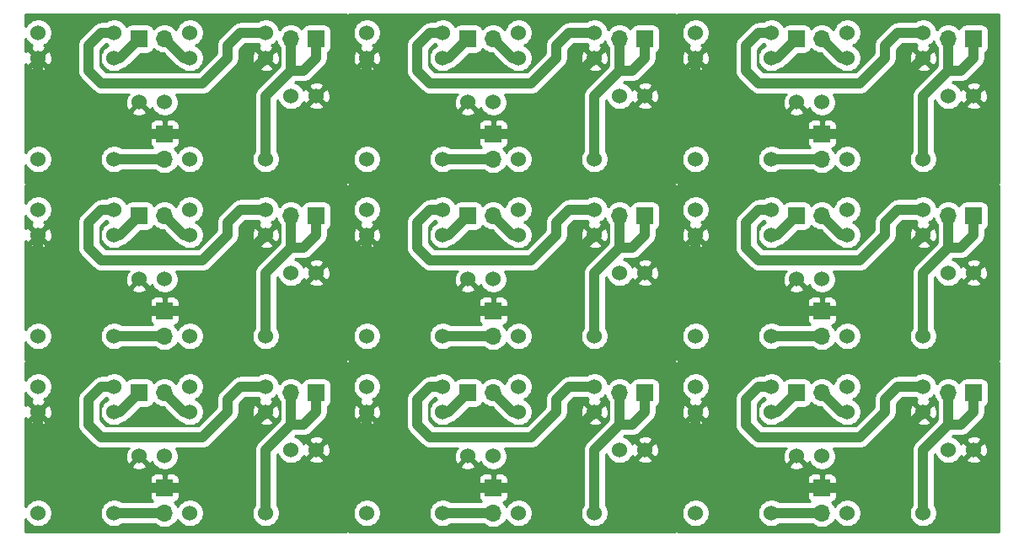
<source format=gtl>
G04 #@! TF.GenerationSoftware,KiCad,Pcbnew,(5.1.6)-1*
G04 #@! TF.CreationDate,2020-06-03T08:15:02+09:00*
G04 #@! TF.ProjectId,AND___,414e4462-d851-42e6-9b69-6361645f7063,rev?*
G04 #@! TF.SameCoordinates,Original*
G04 #@! TF.FileFunction,Copper,L1,Top*
G04 #@! TF.FilePolarity,Positive*
%FSLAX46Y46*%
G04 Gerber Fmt 4.6, Leading zero omitted, Abs format (unit mm)*
G04 Created by KiCad (PCBNEW (5.1.6)-1) date 2020-06-03 08:15:02*
%MOMM*%
%LPD*%
G01*
G04 APERTURE LIST*
G04 #@! TA.AperFunction,ComponentPad*
%ADD10C,1.524000*%
G04 #@! TD*
G04 #@! TA.AperFunction,ComponentPad*
%ADD11R,1.700000X1.700000*%
G04 #@! TD*
G04 #@! TA.AperFunction,ComponentPad*
%ADD12O,1.700000X1.700000*%
G04 #@! TD*
G04 #@! TA.AperFunction,Conductor*
%ADD13C,1.000000*%
G04 #@! TD*
G04 #@! TA.AperFunction,Conductor*
%ADD14C,0.254000*%
G04 #@! TD*
G04 APERTURE END LIST*
D10*
X154940000Y-113030000D03*
X157480000Y-113030000D03*
X121920000Y-113030000D03*
X124460000Y-113030000D03*
X88900000Y-113030000D03*
X91440000Y-113030000D03*
X154940000Y-95250000D03*
X157480000Y-95250000D03*
X121920000Y-95250000D03*
X124460000Y-95250000D03*
X88900000Y-95250000D03*
X91440000Y-95250000D03*
X154940000Y-77470000D03*
X157480000Y-77470000D03*
X121920000Y-77470000D03*
X124460000Y-77470000D03*
D11*
X157480000Y-107280000D03*
D12*
X154940000Y-107280000D03*
D11*
X124460000Y-107280000D03*
D12*
X121920000Y-107280000D03*
D11*
X91440000Y-107280000D03*
D12*
X88900000Y-107280000D03*
D11*
X157480000Y-89500000D03*
D12*
X154940000Y-89500000D03*
D11*
X124460000Y-89500000D03*
D12*
X121920000Y-89500000D03*
D11*
X91440000Y-89500000D03*
D12*
X88900000Y-89500000D03*
D11*
X157480000Y-71720000D03*
D12*
X154940000Y-71720000D03*
D11*
X124460000Y-71720000D03*
D12*
X121920000Y-71720000D03*
D10*
X129540000Y-106680000D03*
X137160000Y-106680000D03*
X137160000Y-109220000D03*
X129540000Y-109220000D03*
X129540000Y-119380000D03*
X137160000Y-119380000D03*
X96520000Y-106680000D03*
X104140000Y-106680000D03*
X104140000Y-109220000D03*
X96520000Y-109220000D03*
X96520000Y-119380000D03*
X104140000Y-119380000D03*
X63500000Y-106680000D03*
X71120000Y-106680000D03*
X71120000Y-109220000D03*
X63500000Y-109220000D03*
X63500000Y-119380000D03*
X71120000Y-119380000D03*
X129540000Y-88900000D03*
X137160000Y-88900000D03*
X137160000Y-91440000D03*
X129540000Y-91440000D03*
X129540000Y-101600000D03*
X137160000Y-101600000D03*
X96520000Y-88900000D03*
X104140000Y-88900000D03*
X104140000Y-91440000D03*
X96520000Y-91440000D03*
X96520000Y-101600000D03*
X104140000Y-101600000D03*
X63500000Y-88900000D03*
X71120000Y-88900000D03*
X71120000Y-91440000D03*
X63500000Y-91440000D03*
X63500000Y-101600000D03*
X71120000Y-101600000D03*
X129540000Y-71120000D03*
X137160000Y-71120000D03*
X137160000Y-73660000D03*
X129540000Y-73660000D03*
X129540000Y-83820000D03*
X137160000Y-83820000D03*
X96520000Y-71120000D03*
X104140000Y-71120000D03*
X104140000Y-73660000D03*
X96520000Y-73660000D03*
X96520000Y-83820000D03*
X104140000Y-83820000D03*
D12*
X142240000Y-107280000D03*
D11*
X139700000Y-107280000D03*
D12*
X109220000Y-107280000D03*
D11*
X106680000Y-107280000D03*
D12*
X76200000Y-107280000D03*
D11*
X73660000Y-107280000D03*
D12*
X142240000Y-89500000D03*
D11*
X139700000Y-89500000D03*
D12*
X109220000Y-89500000D03*
D11*
X106680000Y-89500000D03*
D12*
X76200000Y-89500000D03*
D11*
X73660000Y-89500000D03*
D12*
X142240000Y-71720000D03*
D11*
X139700000Y-71720000D03*
D12*
X109220000Y-71720000D03*
D11*
X106680000Y-71720000D03*
D10*
X142240000Y-113665000D03*
X139700000Y-113665000D03*
X109220000Y-113665000D03*
X106680000Y-113665000D03*
X76200000Y-113665000D03*
X73660000Y-113665000D03*
X142240000Y-95885000D03*
X139700000Y-95885000D03*
X109220000Y-95885000D03*
X106680000Y-95885000D03*
X76200000Y-95885000D03*
X73660000Y-95885000D03*
X142240000Y-78105000D03*
X139700000Y-78105000D03*
X109220000Y-78105000D03*
X106680000Y-78105000D03*
D12*
X142240000Y-119380000D03*
D11*
X142240000Y-116840000D03*
D12*
X109220000Y-119380000D03*
D11*
X109220000Y-116840000D03*
D12*
X76200000Y-119380000D03*
D11*
X76200000Y-116840000D03*
D12*
X142240000Y-101600000D03*
D11*
X142240000Y-99060000D03*
D12*
X109220000Y-101600000D03*
D11*
X109220000Y-99060000D03*
D12*
X76200000Y-101600000D03*
D11*
X76200000Y-99060000D03*
D12*
X142240000Y-83820000D03*
D11*
X142240000Y-81280000D03*
D12*
X109220000Y-83820000D03*
D11*
X109220000Y-81280000D03*
D10*
X152400000Y-119380000D03*
X144780000Y-119380000D03*
X144780000Y-109220000D03*
X152400000Y-109220000D03*
X152400000Y-106680000D03*
X144780000Y-106680000D03*
X119380000Y-119380000D03*
X111760000Y-119380000D03*
X111760000Y-109220000D03*
X119380000Y-109220000D03*
X119380000Y-106680000D03*
X111760000Y-106680000D03*
X86360000Y-119380000D03*
X78740000Y-119380000D03*
X78740000Y-109220000D03*
X86360000Y-109220000D03*
X86360000Y-106680000D03*
X78740000Y-106680000D03*
X152400000Y-101600000D03*
X144780000Y-101600000D03*
X144780000Y-91440000D03*
X152400000Y-91440000D03*
X152400000Y-88900000D03*
X144780000Y-88900000D03*
X119380000Y-101600000D03*
X111760000Y-101600000D03*
X111760000Y-91440000D03*
X119380000Y-91440000D03*
X119380000Y-88900000D03*
X111760000Y-88900000D03*
X86360000Y-101600000D03*
X78740000Y-101600000D03*
X78740000Y-91440000D03*
X86360000Y-91440000D03*
X86360000Y-88900000D03*
X78740000Y-88900000D03*
X152400000Y-83820000D03*
X144780000Y-83820000D03*
X144780000Y-73660000D03*
X152400000Y-73660000D03*
X152400000Y-71120000D03*
X144780000Y-71120000D03*
X119380000Y-83820000D03*
X111760000Y-83820000D03*
X111760000Y-73660000D03*
X119380000Y-73660000D03*
X119380000Y-71120000D03*
X111760000Y-71120000D03*
X73660000Y-78105000D03*
X76200000Y-78105000D03*
X91440000Y-77470000D03*
X88900000Y-77470000D03*
D11*
X73660000Y-71720000D03*
D12*
X76200000Y-71720000D03*
D11*
X76200000Y-81280000D03*
D12*
X76200000Y-83820000D03*
X88900000Y-71720000D03*
D11*
X91440000Y-71720000D03*
D10*
X71120000Y-83820000D03*
X63500000Y-83820000D03*
X63500000Y-73660000D03*
X71120000Y-73660000D03*
X71120000Y-71120000D03*
X63500000Y-71120000D03*
X78740000Y-71120000D03*
X86360000Y-71120000D03*
X86360000Y-73660000D03*
X78740000Y-73660000D03*
X78740000Y-83820000D03*
X86360000Y-83820000D03*
D13*
X86360000Y-83820000D02*
X86360000Y-77470000D01*
X86360000Y-77470000D02*
X88900000Y-74930000D01*
X88900000Y-74930000D02*
X88900000Y-71720000D01*
X88900000Y-74930000D02*
X90170000Y-74930000D01*
X90170000Y-74930000D02*
X91440000Y-73660000D01*
X91440000Y-73660000D02*
X91440000Y-71720000D01*
X121920000Y-74930000D02*
X121920000Y-71720000D01*
X154940000Y-74930000D02*
X154940000Y-71720000D01*
X88900000Y-92710000D02*
X88900000Y-89500000D01*
X121920000Y-92710000D02*
X121920000Y-89500000D01*
X154940000Y-92710000D02*
X154940000Y-89500000D01*
X88900000Y-110490000D02*
X88900000Y-107280000D01*
X121920000Y-110490000D02*
X121920000Y-107280000D01*
X154940000Y-110490000D02*
X154940000Y-107280000D01*
X121920000Y-74930000D02*
X123190000Y-74930000D01*
X154940000Y-74930000D02*
X156210000Y-74930000D01*
X88900000Y-92710000D02*
X90170000Y-92710000D01*
X121920000Y-92710000D02*
X123190000Y-92710000D01*
X154940000Y-92710000D02*
X156210000Y-92710000D01*
X88900000Y-110490000D02*
X90170000Y-110490000D01*
X121920000Y-110490000D02*
X123190000Y-110490000D01*
X154940000Y-110490000D02*
X156210000Y-110490000D01*
X123190000Y-74930000D02*
X124460000Y-73660000D01*
X156210000Y-74930000D02*
X157480000Y-73660000D01*
X90170000Y-92710000D02*
X91440000Y-91440000D01*
X123190000Y-92710000D02*
X124460000Y-91440000D01*
X156210000Y-92710000D02*
X157480000Y-91440000D01*
X90170000Y-110490000D02*
X91440000Y-109220000D01*
X123190000Y-110490000D02*
X124460000Y-109220000D01*
X156210000Y-110490000D02*
X157480000Y-109220000D01*
X124460000Y-73660000D02*
X124460000Y-71720000D01*
X157480000Y-73660000D02*
X157480000Y-71720000D01*
X91440000Y-91440000D02*
X91440000Y-89500000D01*
X124460000Y-91440000D02*
X124460000Y-89500000D01*
X157480000Y-91440000D02*
X157480000Y-89500000D01*
X91440000Y-109220000D02*
X91440000Y-107280000D01*
X124460000Y-109220000D02*
X124460000Y-107280000D01*
X157480000Y-109220000D02*
X157480000Y-107280000D01*
X119380000Y-83820000D02*
X119380000Y-77470000D01*
X152400000Y-83820000D02*
X152400000Y-77470000D01*
X86360000Y-101600000D02*
X86360000Y-95250000D01*
X119380000Y-101600000D02*
X119380000Y-95250000D01*
X152400000Y-101600000D02*
X152400000Y-95250000D01*
X86360000Y-119380000D02*
X86360000Y-113030000D01*
X119380000Y-119380000D02*
X119380000Y-113030000D01*
X152400000Y-119380000D02*
X152400000Y-113030000D01*
X119380000Y-77470000D02*
X121920000Y-74930000D01*
X152400000Y-77470000D02*
X154940000Y-74930000D01*
X86360000Y-95250000D02*
X88900000Y-92710000D01*
X119380000Y-95250000D02*
X121920000Y-92710000D01*
X152400000Y-95250000D02*
X154940000Y-92710000D01*
X86360000Y-113030000D02*
X88900000Y-110490000D01*
X119380000Y-113030000D02*
X121920000Y-110490000D01*
X152400000Y-113030000D02*
X154940000Y-110490000D01*
X71720000Y-73660000D02*
X73660000Y-71720000D01*
X71120000Y-73660000D02*
X71720000Y-73660000D01*
X104740000Y-73660000D02*
X106680000Y-71720000D01*
X137760000Y-73660000D02*
X139700000Y-71720000D01*
X71720000Y-91440000D02*
X73660000Y-89500000D01*
X104740000Y-91440000D02*
X106680000Y-89500000D01*
X137760000Y-91440000D02*
X139700000Y-89500000D01*
X71720000Y-109220000D02*
X73660000Y-107280000D01*
X104740000Y-109220000D02*
X106680000Y-107280000D01*
X137760000Y-109220000D02*
X139700000Y-107280000D01*
X104140000Y-73660000D02*
X104740000Y-73660000D01*
X137160000Y-73660000D02*
X137760000Y-73660000D01*
X71120000Y-91440000D02*
X71720000Y-91440000D01*
X104140000Y-91440000D02*
X104740000Y-91440000D01*
X137160000Y-91440000D02*
X137760000Y-91440000D01*
X71120000Y-109220000D02*
X71720000Y-109220000D01*
X104140000Y-109220000D02*
X104740000Y-109220000D01*
X137160000Y-109220000D02*
X137760000Y-109220000D01*
X78140000Y-73660000D02*
X76200000Y-71720000D01*
X78740000Y-73660000D02*
X78140000Y-73660000D01*
X111160000Y-73660000D02*
X109220000Y-71720000D01*
X144180000Y-73660000D02*
X142240000Y-71720000D01*
X78140000Y-91440000D02*
X76200000Y-89500000D01*
X111160000Y-91440000D02*
X109220000Y-89500000D01*
X144180000Y-91440000D02*
X142240000Y-89500000D01*
X78140000Y-109220000D02*
X76200000Y-107280000D01*
X111160000Y-109220000D02*
X109220000Y-107280000D01*
X144180000Y-109220000D02*
X142240000Y-107280000D01*
X111760000Y-73660000D02*
X111160000Y-73660000D01*
X144780000Y-73660000D02*
X144180000Y-73660000D01*
X78740000Y-91440000D02*
X78140000Y-91440000D01*
X111760000Y-91440000D02*
X111160000Y-91440000D01*
X144780000Y-91440000D02*
X144180000Y-91440000D01*
X78740000Y-109220000D02*
X78140000Y-109220000D01*
X111760000Y-109220000D02*
X111160000Y-109220000D01*
X144780000Y-109220000D02*
X144180000Y-109220000D01*
X69850000Y-71120000D02*
X68580000Y-72390000D01*
X68580000Y-72390000D02*
X68580000Y-74930000D01*
X69850000Y-76200000D02*
X80010000Y-76200000D01*
X71120000Y-71120000D02*
X69850000Y-71120000D01*
X68580000Y-74930000D02*
X69850000Y-76200000D01*
X80010000Y-76200000D02*
X82550000Y-73660000D01*
X82550000Y-73660000D02*
X82550000Y-72390000D01*
X82550000Y-72390000D02*
X83820000Y-71120000D01*
X83820000Y-71120000D02*
X86360000Y-71120000D01*
X115570000Y-72390000D02*
X116840000Y-71120000D01*
X148590000Y-72390000D02*
X149860000Y-71120000D01*
X82550000Y-90170000D02*
X83820000Y-88900000D01*
X115570000Y-90170000D02*
X116840000Y-88900000D01*
X148590000Y-90170000D02*
X149860000Y-88900000D01*
X82550000Y-107950000D02*
X83820000Y-106680000D01*
X115570000Y-107950000D02*
X116840000Y-106680000D01*
X148590000Y-107950000D02*
X149860000Y-106680000D01*
X115570000Y-73660000D02*
X115570000Y-72390000D01*
X148590000Y-73660000D02*
X148590000Y-72390000D01*
X82550000Y-91440000D02*
X82550000Y-90170000D01*
X115570000Y-91440000D02*
X115570000Y-90170000D01*
X148590000Y-91440000D02*
X148590000Y-90170000D01*
X82550000Y-109220000D02*
X82550000Y-107950000D01*
X115570000Y-109220000D02*
X115570000Y-107950000D01*
X148590000Y-109220000D02*
X148590000Y-107950000D01*
X113030000Y-76200000D02*
X115570000Y-73660000D01*
X146050000Y-76200000D02*
X148590000Y-73660000D01*
X80010000Y-93980000D02*
X82550000Y-91440000D01*
X113030000Y-93980000D02*
X115570000Y-91440000D01*
X146050000Y-93980000D02*
X148590000Y-91440000D01*
X80010000Y-111760000D02*
X82550000Y-109220000D01*
X113030000Y-111760000D02*
X115570000Y-109220000D01*
X146050000Y-111760000D02*
X148590000Y-109220000D01*
X102870000Y-76200000D02*
X113030000Y-76200000D01*
X135890000Y-76200000D02*
X146050000Y-76200000D01*
X69850000Y-93980000D02*
X80010000Y-93980000D01*
X102870000Y-93980000D02*
X113030000Y-93980000D01*
X135890000Y-93980000D02*
X146050000Y-93980000D01*
X69850000Y-111760000D02*
X80010000Y-111760000D01*
X102870000Y-111760000D02*
X113030000Y-111760000D01*
X135890000Y-111760000D02*
X146050000Y-111760000D01*
X101600000Y-74930000D02*
X102870000Y-76200000D01*
X134620000Y-74930000D02*
X135890000Y-76200000D01*
X68580000Y-92710000D02*
X69850000Y-93980000D01*
X101600000Y-92710000D02*
X102870000Y-93980000D01*
X134620000Y-92710000D02*
X135890000Y-93980000D01*
X68580000Y-110490000D02*
X69850000Y-111760000D01*
X101600000Y-110490000D02*
X102870000Y-111760000D01*
X134620000Y-110490000D02*
X135890000Y-111760000D01*
X116840000Y-71120000D02*
X119380000Y-71120000D01*
X149860000Y-71120000D02*
X152400000Y-71120000D01*
X83820000Y-88900000D02*
X86360000Y-88900000D01*
X116840000Y-88900000D02*
X119380000Y-88900000D01*
X149860000Y-88900000D02*
X152400000Y-88900000D01*
X83820000Y-106680000D02*
X86360000Y-106680000D01*
X116840000Y-106680000D02*
X119380000Y-106680000D01*
X149860000Y-106680000D02*
X152400000Y-106680000D01*
X102870000Y-71120000D02*
X101600000Y-72390000D01*
X135890000Y-71120000D02*
X134620000Y-72390000D01*
X69850000Y-88900000D02*
X68580000Y-90170000D01*
X102870000Y-88900000D02*
X101600000Y-90170000D01*
X135890000Y-88900000D02*
X134620000Y-90170000D01*
X69850000Y-106680000D02*
X68580000Y-107950000D01*
X102870000Y-106680000D02*
X101600000Y-107950000D01*
X135890000Y-106680000D02*
X134620000Y-107950000D01*
X101600000Y-72390000D02*
X101600000Y-74930000D01*
X134620000Y-72390000D02*
X134620000Y-74930000D01*
X68580000Y-90170000D02*
X68580000Y-92710000D01*
X101600000Y-90170000D02*
X101600000Y-92710000D01*
X134620000Y-90170000D02*
X134620000Y-92710000D01*
X68580000Y-107950000D02*
X68580000Y-110490000D01*
X101600000Y-107950000D02*
X101600000Y-110490000D01*
X134620000Y-107950000D02*
X134620000Y-110490000D01*
X104140000Y-71120000D02*
X102870000Y-71120000D01*
X137160000Y-71120000D02*
X135890000Y-71120000D01*
X71120000Y-88900000D02*
X69850000Y-88900000D01*
X104140000Y-88900000D02*
X102870000Y-88900000D01*
X137160000Y-88900000D02*
X135890000Y-88900000D01*
X71120000Y-106680000D02*
X69850000Y-106680000D01*
X104140000Y-106680000D02*
X102870000Y-106680000D01*
X137160000Y-106680000D02*
X135890000Y-106680000D01*
X63500000Y-73660000D02*
X63500000Y-77470000D01*
X67310000Y-81280000D02*
X76200000Y-81280000D01*
X63500000Y-77470000D02*
X67310000Y-81280000D01*
X76200000Y-81280000D02*
X78740000Y-81280000D01*
X78740000Y-81280000D02*
X85090000Y-74930000D01*
X85090000Y-74930000D02*
X86360000Y-73660000D01*
X96520000Y-73660000D02*
X96520000Y-77470000D01*
X129540000Y-73660000D02*
X129540000Y-77470000D01*
X63500000Y-91440000D02*
X63500000Y-95250000D01*
X96520000Y-91440000D02*
X96520000Y-95250000D01*
X129540000Y-91440000D02*
X129540000Y-95250000D01*
X63500000Y-109220000D02*
X63500000Y-113030000D01*
X96520000Y-109220000D02*
X96520000Y-113030000D01*
X129540000Y-109220000D02*
X129540000Y-113030000D01*
X100330000Y-81280000D02*
X109220000Y-81280000D01*
X133350000Y-81280000D02*
X142240000Y-81280000D01*
X67310000Y-99060000D02*
X76200000Y-99060000D01*
X100330000Y-99060000D02*
X109220000Y-99060000D01*
X133350000Y-99060000D02*
X142240000Y-99060000D01*
X67310000Y-116840000D02*
X76200000Y-116840000D01*
X100330000Y-116840000D02*
X109220000Y-116840000D01*
X133350000Y-116840000D02*
X142240000Y-116840000D01*
X111760000Y-81280000D02*
X118110000Y-74930000D01*
X144780000Y-81280000D02*
X151130000Y-74930000D01*
X78740000Y-99060000D02*
X85090000Y-92710000D01*
X111760000Y-99060000D02*
X118110000Y-92710000D01*
X144780000Y-99060000D02*
X151130000Y-92710000D01*
X78740000Y-116840000D02*
X85090000Y-110490000D01*
X111760000Y-116840000D02*
X118110000Y-110490000D01*
X144780000Y-116840000D02*
X151130000Y-110490000D01*
X109220000Y-81280000D02*
X111760000Y-81280000D01*
X142240000Y-81280000D02*
X144780000Y-81280000D01*
X76200000Y-99060000D02*
X78740000Y-99060000D01*
X109220000Y-99060000D02*
X111760000Y-99060000D01*
X142240000Y-99060000D02*
X144780000Y-99060000D01*
X76200000Y-116840000D02*
X78740000Y-116840000D01*
X109220000Y-116840000D02*
X111760000Y-116840000D01*
X142240000Y-116840000D02*
X144780000Y-116840000D01*
X96520000Y-77470000D02*
X100330000Y-81280000D01*
X129540000Y-77470000D02*
X133350000Y-81280000D01*
X63500000Y-95250000D02*
X67310000Y-99060000D01*
X96520000Y-95250000D02*
X100330000Y-99060000D01*
X129540000Y-95250000D02*
X133350000Y-99060000D01*
X63500000Y-113030000D02*
X67310000Y-116840000D01*
X96520000Y-113030000D02*
X100330000Y-116840000D01*
X129540000Y-113030000D02*
X133350000Y-116840000D01*
X118110000Y-74930000D02*
X119380000Y-73660000D01*
X151130000Y-74930000D02*
X152400000Y-73660000D01*
X85090000Y-92710000D02*
X86360000Y-91440000D01*
X118110000Y-92710000D02*
X119380000Y-91440000D01*
X151130000Y-92710000D02*
X152400000Y-91440000D01*
X85090000Y-110490000D02*
X86360000Y-109220000D01*
X118110000Y-110490000D02*
X119380000Y-109220000D01*
X151130000Y-110490000D02*
X152400000Y-109220000D01*
X71120000Y-83820000D02*
X76200000Y-83820000D01*
X104140000Y-83820000D02*
X109220000Y-83820000D01*
X137160000Y-83820000D02*
X142240000Y-83820000D01*
X71120000Y-101600000D02*
X76200000Y-101600000D01*
X104140000Y-101600000D02*
X109220000Y-101600000D01*
X137160000Y-101600000D02*
X142240000Y-101600000D01*
X71120000Y-119380000D02*
X76200000Y-119380000D01*
X104140000Y-119380000D02*
X109220000Y-119380000D01*
X137160000Y-119380000D02*
X142240000Y-119380000D01*
D14*
G36*
X94488000Y-86233000D02*
G01*
X62255000Y-86233000D01*
X62255000Y-84464840D01*
X62261995Y-84481727D01*
X62414880Y-84710535D01*
X62609465Y-84905120D01*
X62838273Y-85058005D01*
X63092510Y-85163314D01*
X63362408Y-85217000D01*
X63637592Y-85217000D01*
X63907490Y-85163314D01*
X64161727Y-85058005D01*
X64390535Y-84905120D01*
X64585120Y-84710535D01*
X64738005Y-84481727D01*
X64843314Y-84227490D01*
X64897000Y-83957592D01*
X64897000Y-83682408D01*
X69723000Y-83682408D01*
X69723000Y-83957592D01*
X69776686Y-84227490D01*
X69881995Y-84481727D01*
X70034880Y-84710535D01*
X70229465Y-84905120D01*
X70458273Y-85058005D01*
X70712510Y-85163314D01*
X70982408Y-85217000D01*
X71257592Y-85217000D01*
X71527490Y-85163314D01*
X71781727Y-85058005D01*
X71935884Y-84955000D01*
X75234893Y-84955000D01*
X75253368Y-84973475D01*
X75496589Y-85135990D01*
X75766842Y-85247932D01*
X76053740Y-85305000D01*
X76346260Y-85305000D01*
X76633158Y-85247932D01*
X76903411Y-85135990D01*
X77146632Y-84973475D01*
X77353475Y-84766632D01*
X77515990Y-84523411D01*
X77521293Y-84510608D01*
X77654880Y-84710535D01*
X77849465Y-84905120D01*
X78078273Y-85058005D01*
X78332510Y-85163314D01*
X78602408Y-85217000D01*
X78877592Y-85217000D01*
X79147490Y-85163314D01*
X79401727Y-85058005D01*
X79630535Y-84905120D01*
X79825120Y-84710535D01*
X79978005Y-84481727D01*
X80083314Y-84227490D01*
X80137000Y-83957592D01*
X80137000Y-83682408D01*
X80083314Y-83412510D01*
X79978005Y-83158273D01*
X79825120Y-82929465D01*
X79630535Y-82734880D01*
X79401727Y-82581995D01*
X79147490Y-82476686D01*
X78877592Y-82423000D01*
X78602408Y-82423000D01*
X78332510Y-82476686D01*
X78078273Y-82581995D01*
X77849465Y-82734880D01*
X77654880Y-82929465D01*
X77521293Y-83129392D01*
X77515990Y-83116589D01*
X77353475Y-82873368D01*
X77221620Y-82741513D01*
X77294180Y-82719502D01*
X77404494Y-82660537D01*
X77501185Y-82581185D01*
X77580537Y-82484494D01*
X77639502Y-82374180D01*
X77675812Y-82254482D01*
X77688072Y-82130000D01*
X77685000Y-81565750D01*
X77526250Y-81407000D01*
X76327000Y-81407000D01*
X76327000Y-81427000D01*
X76073000Y-81427000D01*
X76073000Y-81407000D01*
X74873750Y-81407000D01*
X74715000Y-81565750D01*
X74711928Y-82130000D01*
X74724188Y-82254482D01*
X74760498Y-82374180D01*
X74819463Y-82484494D01*
X74898815Y-82581185D01*
X74995506Y-82660537D01*
X75041272Y-82685000D01*
X71935884Y-82685000D01*
X71781727Y-82581995D01*
X71527490Y-82476686D01*
X71257592Y-82423000D01*
X70982408Y-82423000D01*
X70712510Y-82476686D01*
X70458273Y-82581995D01*
X70229465Y-82734880D01*
X70034880Y-82929465D01*
X69881995Y-83158273D01*
X69776686Y-83412510D01*
X69723000Y-83682408D01*
X64897000Y-83682408D01*
X64843314Y-83412510D01*
X64738005Y-83158273D01*
X64585120Y-82929465D01*
X64390535Y-82734880D01*
X64161727Y-82581995D01*
X63907490Y-82476686D01*
X63637592Y-82423000D01*
X63362408Y-82423000D01*
X63092510Y-82476686D01*
X62838273Y-82581995D01*
X62609465Y-82734880D01*
X62414880Y-82929465D01*
X62261995Y-83158273D01*
X62255000Y-83175160D01*
X62255000Y-80430000D01*
X74711928Y-80430000D01*
X74715000Y-80994250D01*
X74873750Y-81153000D01*
X76073000Y-81153000D01*
X76073000Y-79953750D01*
X76327000Y-79953750D01*
X76327000Y-81153000D01*
X77526250Y-81153000D01*
X77685000Y-80994250D01*
X77688072Y-80430000D01*
X77675812Y-80305518D01*
X77639502Y-80185820D01*
X77580537Y-80075506D01*
X77501185Y-79978815D01*
X77404494Y-79899463D01*
X77294180Y-79840498D01*
X77174482Y-79804188D01*
X77050000Y-79791928D01*
X76485750Y-79795000D01*
X76327000Y-79953750D01*
X76073000Y-79953750D01*
X75914250Y-79795000D01*
X75350000Y-79791928D01*
X75225518Y-79804188D01*
X75105820Y-79840498D01*
X74995506Y-79899463D01*
X74898815Y-79978815D01*
X74819463Y-80075506D01*
X74760498Y-80185820D01*
X74724188Y-80305518D01*
X74711928Y-80430000D01*
X62255000Y-80430000D01*
X62255000Y-79070565D01*
X72874040Y-79070565D01*
X72941020Y-79310656D01*
X73190048Y-79427756D01*
X73457135Y-79494023D01*
X73732017Y-79506910D01*
X74004133Y-79465922D01*
X74263023Y-79372636D01*
X74378980Y-79310656D01*
X74445960Y-79070565D01*
X73660000Y-78284605D01*
X72874040Y-79070565D01*
X62255000Y-79070565D01*
X62255000Y-74625565D01*
X62714040Y-74625565D01*
X62781020Y-74865656D01*
X63030048Y-74982756D01*
X63297135Y-75049023D01*
X63572017Y-75061910D01*
X63844133Y-75020922D01*
X64103023Y-74927636D01*
X64218980Y-74865656D01*
X64285960Y-74625565D01*
X63500000Y-73839605D01*
X62714040Y-74625565D01*
X62255000Y-74625565D01*
X62255000Y-74305372D01*
X62294344Y-74378980D01*
X62534435Y-74445960D01*
X63320395Y-73660000D01*
X63679605Y-73660000D01*
X64465565Y-74445960D01*
X64705656Y-74378980D01*
X64822756Y-74129952D01*
X64889023Y-73862865D01*
X64901910Y-73587983D01*
X64860922Y-73315867D01*
X64767636Y-73056977D01*
X64705656Y-72941020D01*
X64465565Y-72874040D01*
X63679605Y-73660000D01*
X63320395Y-73660000D01*
X62534435Y-72874040D01*
X62294344Y-72941020D01*
X62255000Y-73024690D01*
X62255000Y-71764840D01*
X62261995Y-71781727D01*
X62414880Y-72010535D01*
X62609465Y-72205120D01*
X62838273Y-72358005D01*
X62909943Y-72387692D01*
X62896977Y-72392364D01*
X62781020Y-72454344D01*
X62714040Y-72694435D01*
X63500000Y-73480395D01*
X64285960Y-72694435D01*
X64218980Y-72454344D01*
X64083240Y-72390515D01*
X64084483Y-72390000D01*
X67439509Y-72390000D01*
X67445000Y-72445752D01*
X67445001Y-74874239D01*
X67439509Y-74930000D01*
X67461423Y-75152498D01*
X67526324Y-75366446D01*
X67540812Y-75393551D01*
X67631717Y-75563623D01*
X67773552Y-75736449D01*
X67816860Y-75771991D01*
X69008008Y-76963140D01*
X69043551Y-77006449D01*
X69216377Y-77148284D01*
X69413553Y-77253676D01*
X69577705Y-77303471D01*
X69627500Y-77318577D01*
X69648493Y-77320644D01*
X69794248Y-77335000D01*
X69794255Y-77335000D01*
X69849999Y-77340490D01*
X69905743Y-77335000D01*
X72637226Y-77335000D01*
X72454344Y-77386020D01*
X72337244Y-77635048D01*
X72270977Y-77902135D01*
X72258090Y-78177017D01*
X72299078Y-78449133D01*
X72392364Y-78708023D01*
X72454344Y-78823980D01*
X72694435Y-78890960D01*
X73480395Y-78105000D01*
X73466253Y-78090858D01*
X73645858Y-77911253D01*
X73660000Y-77925395D01*
X73674143Y-77911253D01*
X73853748Y-78090858D01*
X73839605Y-78105000D01*
X74625565Y-78890960D01*
X74865656Y-78823980D01*
X74929485Y-78688240D01*
X74961995Y-78766727D01*
X75114880Y-78995535D01*
X75309465Y-79190120D01*
X75538273Y-79343005D01*
X75792510Y-79448314D01*
X76062408Y-79502000D01*
X76337592Y-79502000D01*
X76607490Y-79448314D01*
X76861727Y-79343005D01*
X77090535Y-79190120D01*
X77285120Y-78995535D01*
X77438005Y-78766727D01*
X77543314Y-78512490D01*
X77597000Y-78242592D01*
X77597000Y-77967408D01*
X77543314Y-77697510D01*
X77438005Y-77443273D01*
X77365659Y-77335000D01*
X79954249Y-77335000D01*
X80010000Y-77340491D01*
X80065751Y-77335000D01*
X80065752Y-77335000D01*
X80232499Y-77318577D01*
X80446447Y-77253676D01*
X80643623Y-77148284D01*
X80816449Y-77006449D01*
X80851996Y-76963135D01*
X83189566Y-74625565D01*
X85574040Y-74625565D01*
X85641020Y-74865656D01*
X85890048Y-74982756D01*
X86157135Y-75049023D01*
X86432017Y-75061910D01*
X86704133Y-75020922D01*
X86963023Y-74927636D01*
X87078980Y-74865656D01*
X87145960Y-74625565D01*
X86360000Y-73839605D01*
X85574040Y-74625565D01*
X83189566Y-74625565D01*
X83313141Y-74501991D01*
X83356449Y-74466449D01*
X83498284Y-74293623D01*
X83603676Y-74096447D01*
X83668577Y-73882499D01*
X83683398Y-73732017D01*
X84958090Y-73732017D01*
X84999078Y-74004133D01*
X85092364Y-74263023D01*
X85154344Y-74378980D01*
X85394435Y-74445960D01*
X86180395Y-73660000D01*
X86539605Y-73660000D01*
X87325565Y-74445960D01*
X87565656Y-74378980D01*
X87682756Y-74129952D01*
X87749023Y-73862865D01*
X87761910Y-73587983D01*
X87720922Y-73315867D01*
X87627636Y-73056977D01*
X87565656Y-72941020D01*
X87325565Y-72874040D01*
X86539605Y-73660000D01*
X86180395Y-73660000D01*
X85394435Y-72874040D01*
X85154344Y-72941020D01*
X85037244Y-73190048D01*
X84970977Y-73457135D01*
X84958090Y-73732017D01*
X83683398Y-73732017D01*
X83685000Y-73715752D01*
X83685000Y-73715743D01*
X83690490Y-73660001D01*
X83685000Y-73604259D01*
X83685000Y-72860131D01*
X84290132Y-72255000D01*
X85544116Y-72255000D01*
X85698273Y-72358005D01*
X85769943Y-72387692D01*
X85756977Y-72392364D01*
X85641020Y-72454344D01*
X85574040Y-72694435D01*
X86360000Y-73480395D01*
X87145960Y-72694435D01*
X87078980Y-72454344D01*
X86943240Y-72390515D01*
X87021727Y-72358005D01*
X87250535Y-72205120D01*
X87443934Y-72011721D01*
X87472068Y-72153158D01*
X87584010Y-72423411D01*
X87746525Y-72666632D01*
X87765001Y-72685108D01*
X87765000Y-74459868D01*
X85596860Y-76628009D01*
X85553552Y-76663551D01*
X85411717Y-76836377D01*
X85378061Y-76899344D01*
X85306324Y-77033554D01*
X85241423Y-77247502D01*
X85219509Y-77470000D01*
X85225001Y-77525761D01*
X85225000Y-83004115D01*
X85121995Y-83158273D01*
X85016686Y-83412510D01*
X84963000Y-83682408D01*
X84963000Y-83957592D01*
X85016686Y-84227490D01*
X85121995Y-84481727D01*
X85274880Y-84710535D01*
X85469465Y-84905120D01*
X85698273Y-85058005D01*
X85952510Y-85163314D01*
X86222408Y-85217000D01*
X86497592Y-85217000D01*
X86767490Y-85163314D01*
X87021727Y-85058005D01*
X87250535Y-84905120D01*
X87445120Y-84710535D01*
X87598005Y-84481727D01*
X87703314Y-84227490D01*
X87757000Y-83957592D01*
X87757000Y-83682408D01*
X87703314Y-83412510D01*
X87598005Y-83158273D01*
X87495000Y-83004116D01*
X87495000Y-77940131D01*
X87556966Y-77878165D01*
X87661995Y-78131727D01*
X87814880Y-78360535D01*
X88009465Y-78555120D01*
X88238273Y-78708005D01*
X88492510Y-78813314D01*
X88762408Y-78867000D01*
X89037592Y-78867000D01*
X89307490Y-78813314D01*
X89561727Y-78708005D01*
X89790535Y-78555120D01*
X89910090Y-78435565D01*
X90654040Y-78435565D01*
X90721020Y-78675656D01*
X90970048Y-78792756D01*
X91237135Y-78859023D01*
X91512017Y-78871910D01*
X91784133Y-78830922D01*
X92043023Y-78737636D01*
X92158980Y-78675656D01*
X92225960Y-78435565D01*
X91440000Y-77649605D01*
X90654040Y-78435565D01*
X89910090Y-78435565D01*
X89985120Y-78360535D01*
X90138005Y-78131727D01*
X90167692Y-78060057D01*
X90172364Y-78073023D01*
X90234344Y-78188980D01*
X90474435Y-78255960D01*
X91260395Y-77470000D01*
X91619605Y-77470000D01*
X92405565Y-78255960D01*
X92645656Y-78188980D01*
X92762756Y-77939952D01*
X92829023Y-77672865D01*
X92841910Y-77397983D01*
X92800922Y-77125867D01*
X92707636Y-76866977D01*
X92645656Y-76751020D01*
X92405565Y-76684040D01*
X91619605Y-77470000D01*
X91260395Y-77470000D01*
X90474435Y-76684040D01*
X90234344Y-76751020D01*
X90170515Y-76886760D01*
X90138005Y-76808273D01*
X89985120Y-76579465D01*
X89910090Y-76504435D01*
X90654040Y-76504435D01*
X91440000Y-77290395D01*
X92225960Y-76504435D01*
X92158980Y-76264344D01*
X91909952Y-76147244D01*
X91642865Y-76080977D01*
X91367983Y-76068090D01*
X91095867Y-76109078D01*
X90836977Y-76202364D01*
X90721020Y-76264344D01*
X90654040Y-76504435D01*
X89910090Y-76504435D01*
X89790535Y-76384880D01*
X89561727Y-76231995D01*
X89308166Y-76126966D01*
X89370132Y-76065000D01*
X90114249Y-76065000D01*
X90170000Y-76070491D01*
X90225751Y-76065000D01*
X90225752Y-76065000D01*
X90392499Y-76048577D01*
X90606447Y-75983676D01*
X90803623Y-75878284D01*
X90976449Y-75736449D01*
X91011996Y-75693135D01*
X92203140Y-74501992D01*
X92246449Y-74466449D01*
X92388284Y-74293623D01*
X92493676Y-74096447D01*
X92558577Y-73882499D01*
X92575000Y-73715752D01*
X92575000Y-73715745D01*
X92580490Y-73660001D01*
X92575000Y-73604257D01*
X92575000Y-73137683D01*
X92644494Y-73100537D01*
X92741185Y-73021185D01*
X92820537Y-72924494D01*
X92879502Y-72814180D01*
X92915812Y-72694482D01*
X92928072Y-72570000D01*
X92928072Y-70870000D01*
X92915812Y-70745518D01*
X92879502Y-70625820D01*
X92820537Y-70515506D01*
X92741185Y-70418815D01*
X92644494Y-70339463D01*
X92534180Y-70280498D01*
X92414482Y-70244188D01*
X92290000Y-70231928D01*
X90590000Y-70231928D01*
X90465518Y-70244188D01*
X90345820Y-70280498D01*
X90235506Y-70339463D01*
X90138815Y-70418815D01*
X90059463Y-70515506D01*
X90000498Y-70625820D01*
X89978487Y-70698380D01*
X89846632Y-70566525D01*
X89603411Y-70404010D01*
X89333158Y-70292068D01*
X89046260Y-70235000D01*
X88753740Y-70235000D01*
X88466842Y-70292068D01*
X88196589Y-70404010D01*
X87953368Y-70566525D01*
X87746525Y-70773368D01*
X87722555Y-70809242D01*
X87703314Y-70712510D01*
X87598005Y-70458273D01*
X87445120Y-70229465D01*
X87250535Y-70034880D01*
X87021727Y-69881995D01*
X86767490Y-69776686D01*
X86497592Y-69723000D01*
X86222408Y-69723000D01*
X85952510Y-69776686D01*
X85698273Y-69881995D01*
X85544116Y-69985000D01*
X83875743Y-69985000D01*
X83819999Y-69979510D01*
X83764255Y-69985000D01*
X83764248Y-69985000D01*
X83618493Y-69999356D01*
X83597500Y-70001423D01*
X83547705Y-70016529D01*
X83383553Y-70066324D01*
X83186377Y-70171716D01*
X83013551Y-70313551D01*
X82978008Y-70356860D01*
X81786860Y-71548009D01*
X81743552Y-71583551D01*
X81601717Y-71756377D01*
X81496324Y-71953553D01*
X81435774Y-72153158D01*
X81431423Y-72167502D01*
X81409509Y-72390000D01*
X81415000Y-72445751D01*
X81415000Y-73189868D01*
X79539869Y-75065000D01*
X70320132Y-75065000D01*
X69715000Y-74459869D01*
X69715000Y-72860131D01*
X70313717Y-72261415D01*
X70458273Y-72358005D01*
X70535515Y-72390000D01*
X70458273Y-72421995D01*
X70229465Y-72574880D01*
X70034880Y-72769465D01*
X69881995Y-72998273D01*
X69776686Y-73252510D01*
X69723000Y-73522408D01*
X69723000Y-73797592D01*
X69776686Y-74067490D01*
X69881995Y-74321727D01*
X70034880Y-74550535D01*
X70229465Y-74745120D01*
X70458273Y-74898005D01*
X70712510Y-75003314D01*
X70982408Y-75057000D01*
X71257592Y-75057000D01*
X71527490Y-75003314D01*
X71781727Y-74898005D01*
X71975400Y-74768596D01*
X72156447Y-74713676D01*
X72353623Y-74608284D01*
X72526449Y-74466449D01*
X72561996Y-74423135D01*
X73777060Y-73208072D01*
X74510000Y-73208072D01*
X74634482Y-73195812D01*
X74754180Y-73159502D01*
X74864494Y-73100537D01*
X74961185Y-73021185D01*
X75040537Y-72924494D01*
X75099502Y-72814180D01*
X75121513Y-72741620D01*
X75253368Y-72873475D01*
X75496589Y-73035990D01*
X75766842Y-73147932D01*
X76053740Y-73205000D01*
X76079869Y-73205000D01*
X77298009Y-74423141D01*
X77333551Y-74466449D01*
X77506377Y-74608284D01*
X77703553Y-74713676D01*
X77884600Y-74768596D01*
X78078273Y-74898005D01*
X78332510Y-75003314D01*
X78602408Y-75057000D01*
X78877592Y-75057000D01*
X79147490Y-75003314D01*
X79401727Y-74898005D01*
X79630535Y-74745120D01*
X79825120Y-74550535D01*
X79978005Y-74321727D01*
X80083314Y-74067490D01*
X80137000Y-73797592D01*
X80137000Y-73522408D01*
X80083314Y-73252510D01*
X79978005Y-72998273D01*
X79825120Y-72769465D01*
X79630535Y-72574880D01*
X79401727Y-72421995D01*
X79324485Y-72390000D01*
X79401727Y-72358005D01*
X79630535Y-72205120D01*
X79825120Y-72010535D01*
X79978005Y-71781727D01*
X80083314Y-71527490D01*
X80137000Y-71257592D01*
X80137000Y-70982408D01*
X80083314Y-70712510D01*
X79978005Y-70458273D01*
X79825120Y-70229465D01*
X79630535Y-70034880D01*
X79401727Y-69881995D01*
X79147490Y-69776686D01*
X78877592Y-69723000D01*
X78602408Y-69723000D01*
X78332510Y-69776686D01*
X78078273Y-69881995D01*
X77849465Y-70034880D01*
X77654880Y-70229465D01*
X77501995Y-70458273D01*
X77396686Y-70712510D01*
X77377445Y-70809242D01*
X77353475Y-70773368D01*
X77146632Y-70566525D01*
X76903411Y-70404010D01*
X76633158Y-70292068D01*
X76346260Y-70235000D01*
X76053740Y-70235000D01*
X75766842Y-70292068D01*
X75496589Y-70404010D01*
X75253368Y-70566525D01*
X75121513Y-70698380D01*
X75099502Y-70625820D01*
X75040537Y-70515506D01*
X74961185Y-70418815D01*
X74864494Y-70339463D01*
X74754180Y-70280498D01*
X74634482Y-70244188D01*
X74510000Y-70231928D01*
X72810000Y-70231928D01*
X72685518Y-70244188D01*
X72565820Y-70280498D01*
X72455506Y-70339463D01*
X72358815Y-70418815D01*
X72343836Y-70437067D01*
X72205120Y-70229465D01*
X72010535Y-70034880D01*
X71781727Y-69881995D01*
X71527490Y-69776686D01*
X71257592Y-69723000D01*
X70982408Y-69723000D01*
X70712510Y-69776686D01*
X70458273Y-69881995D01*
X70304116Y-69985000D01*
X69905743Y-69985000D01*
X69849999Y-69979510D01*
X69794255Y-69985000D01*
X69794248Y-69985000D01*
X69648493Y-69999356D01*
X69627500Y-70001423D01*
X69577705Y-70016529D01*
X69413553Y-70066324D01*
X69216377Y-70171716D01*
X69043551Y-70313551D01*
X69008008Y-70356860D01*
X67816865Y-71548004D01*
X67773551Y-71583551D01*
X67631716Y-71756377D01*
X67532232Y-71942500D01*
X67526324Y-71953554D01*
X67461423Y-72167502D01*
X67439509Y-72390000D01*
X64084483Y-72390000D01*
X64161727Y-72358005D01*
X64390535Y-72205120D01*
X64585120Y-72010535D01*
X64738005Y-71781727D01*
X64843314Y-71527490D01*
X64897000Y-71257592D01*
X64897000Y-70982408D01*
X64843314Y-70712510D01*
X64738005Y-70458273D01*
X64585120Y-70229465D01*
X64390535Y-70034880D01*
X64161727Y-69881995D01*
X63907490Y-69776686D01*
X63637592Y-69723000D01*
X63362408Y-69723000D01*
X63092510Y-69776686D01*
X62838273Y-69881995D01*
X62609465Y-70034880D01*
X62414880Y-70229465D01*
X62261995Y-70458273D01*
X62255000Y-70475160D01*
X62255000Y-69240000D01*
X94488000Y-69240000D01*
X94488000Y-86233000D01*
G37*
X94488000Y-86233000D02*
X62255000Y-86233000D01*
X62255000Y-84464840D01*
X62261995Y-84481727D01*
X62414880Y-84710535D01*
X62609465Y-84905120D01*
X62838273Y-85058005D01*
X63092510Y-85163314D01*
X63362408Y-85217000D01*
X63637592Y-85217000D01*
X63907490Y-85163314D01*
X64161727Y-85058005D01*
X64390535Y-84905120D01*
X64585120Y-84710535D01*
X64738005Y-84481727D01*
X64843314Y-84227490D01*
X64897000Y-83957592D01*
X64897000Y-83682408D01*
X69723000Y-83682408D01*
X69723000Y-83957592D01*
X69776686Y-84227490D01*
X69881995Y-84481727D01*
X70034880Y-84710535D01*
X70229465Y-84905120D01*
X70458273Y-85058005D01*
X70712510Y-85163314D01*
X70982408Y-85217000D01*
X71257592Y-85217000D01*
X71527490Y-85163314D01*
X71781727Y-85058005D01*
X71935884Y-84955000D01*
X75234893Y-84955000D01*
X75253368Y-84973475D01*
X75496589Y-85135990D01*
X75766842Y-85247932D01*
X76053740Y-85305000D01*
X76346260Y-85305000D01*
X76633158Y-85247932D01*
X76903411Y-85135990D01*
X77146632Y-84973475D01*
X77353475Y-84766632D01*
X77515990Y-84523411D01*
X77521293Y-84510608D01*
X77654880Y-84710535D01*
X77849465Y-84905120D01*
X78078273Y-85058005D01*
X78332510Y-85163314D01*
X78602408Y-85217000D01*
X78877592Y-85217000D01*
X79147490Y-85163314D01*
X79401727Y-85058005D01*
X79630535Y-84905120D01*
X79825120Y-84710535D01*
X79978005Y-84481727D01*
X80083314Y-84227490D01*
X80137000Y-83957592D01*
X80137000Y-83682408D01*
X80083314Y-83412510D01*
X79978005Y-83158273D01*
X79825120Y-82929465D01*
X79630535Y-82734880D01*
X79401727Y-82581995D01*
X79147490Y-82476686D01*
X78877592Y-82423000D01*
X78602408Y-82423000D01*
X78332510Y-82476686D01*
X78078273Y-82581995D01*
X77849465Y-82734880D01*
X77654880Y-82929465D01*
X77521293Y-83129392D01*
X77515990Y-83116589D01*
X77353475Y-82873368D01*
X77221620Y-82741513D01*
X77294180Y-82719502D01*
X77404494Y-82660537D01*
X77501185Y-82581185D01*
X77580537Y-82484494D01*
X77639502Y-82374180D01*
X77675812Y-82254482D01*
X77688072Y-82130000D01*
X77685000Y-81565750D01*
X77526250Y-81407000D01*
X76327000Y-81407000D01*
X76327000Y-81427000D01*
X76073000Y-81427000D01*
X76073000Y-81407000D01*
X74873750Y-81407000D01*
X74715000Y-81565750D01*
X74711928Y-82130000D01*
X74724188Y-82254482D01*
X74760498Y-82374180D01*
X74819463Y-82484494D01*
X74898815Y-82581185D01*
X74995506Y-82660537D01*
X75041272Y-82685000D01*
X71935884Y-82685000D01*
X71781727Y-82581995D01*
X71527490Y-82476686D01*
X71257592Y-82423000D01*
X70982408Y-82423000D01*
X70712510Y-82476686D01*
X70458273Y-82581995D01*
X70229465Y-82734880D01*
X70034880Y-82929465D01*
X69881995Y-83158273D01*
X69776686Y-83412510D01*
X69723000Y-83682408D01*
X64897000Y-83682408D01*
X64843314Y-83412510D01*
X64738005Y-83158273D01*
X64585120Y-82929465D01*
X64390535Y-82734880D01*
X64161727Y-82581995D01*
X63907490Y-82476686D01*
X63637592Y-82423000D01*
X63362408Y-82423000D01*
X63092510Y-82476686D01*
X62838273Y-82581995D01*
X62609465Y-82734880D01*
X62414880Y-82929465D01*
X62261995Y-83158273D01*
X62255000Y-83175160D01*
X62255000Y-80430000D01*
X74711928Y-80430000D01*
X74715000Y-80994250D01*
X74873750Y-81153000D01*
X76073000Y-81153000D01*
X76073000Y-79953750D01*
X76327000Y-79953750D01*
X76327000Y-81153000D01*
X77526250Y-81153000D01*
X77685000Y-80994250D01*
X77688072Y-80430000D01*
X77675812Y-80305518D01*
X77639502Y-80185820D01*
X77580537Y-80075506D01*
X77501185Y-79978815D01*
X77404494Y-79899463D01*
X77294180Y-79840498D01*
X77174482Y-79804188D01*
X77050000Y-79791928D01*
X76485750Y-79795000D01*
X76327000Y-79953750D01*
X76073000Y-79953750D01*
X75914250Y-79795000D01*
X75350000Y-79791928D01*
X75225518Y-79804188D01*
X75105820Y-79840498D01*
X74995506Y-79899463D01*
X74898815Y-79978815D01*
X74819463Y-80075506D01*
X74760498Y-80185820D01*
X74724188Y-80305518D01*
X74711928Y-80430000D01*
X62255000Y-80430000D01*
X62255000Y-79070565D01*
X72874040Y-79070565D01*
X72941020Y-79310656D01*
X73190048Y-79427756D01*
X73457135Y-79494023D01*
X73732017Y-79506910D01*
X74004133Y-79465922D01*
X74263023Y-79372636D01*
X74378980Y-79310656D01*
X74445960Y-79070565D01*
X73660000Y-78284605D01*
X72874040Y-79070565D01*
X62255000Y-79070565D01*
X62255000Y-74625565D01*
X62714040Y-74625565D01*
X62781020Y-74865656D01*
X63030048Y-74982756D01*
X63297135Y-75049023D01*
X63572017Y-75061910D01*
X63844133Y-75020922D01*
X64103023Y-74927636D01*
X64218980Y-74865656D01*
X64285960Y-74625565D01*
X63500000Y-73839605D01*
X62714040Y-74625565D01*
X62255000Y-74625565D01*
X62255000Y-74305372D01*
X62294344Y-74378980D01*
X62534435Y-74445960D01*
X63320395Y-73660000D01*
X63679605Y-73660000D01*
X64465565Y-74445960D01*
X64705656Y-74378980D01*
X64822756Y-74129952D01*
X64889023Y-73862865D01*
X64901910Y-73587983D01*
X64860922Y-73315867D01*
X64767636Y-73056977D01*
X64705656Y-72941020D01*
X64465565Y-72874040D01*
X63679605Y-73660000D01*
X63320395Y-73660000D01*
X62534435Y-72874040D01*
X62294344Y-72941020D01*
X62255000Y-73024690D01*
X62255000Y-71764840D01*
X62261995Y-71781727D01*
X62414880Y-72010535D01*
X62609465Y-72205120D01*
X62838273Y-72358005D01*
X62909943Y-72387692D01*
X62896977Y-72392364D01*
X62781020Y-72454344D01*
X62714040Y-72694435D01*
X63500000Y-73480395D01*
X64285960Y-72694435D01*
X64218980Y-72454344D01*
X64083240Y-72390515D01*
X64084483Y-72390000D01*
X67439509Y-72390000D01*
X67445000Y-72445752D01*
X67445001Y-74874239D01*
X67439509Y-74930000D01*
X67461423Y-75152498D01*
X67526324Y-75366446D01*
X67540812Y-75393551D01*
X67631717Y-75563623D01*
X67773552Y-75736449D01*
X67816860Y-75771991D01*
X69008008Y-76963140D01*
X69043551Y-77006449D01*
X69216377Y-77148284D01*
X69413553Y-77253676D01*
X69577705Y-77303471D01*
X69627500Y-77318577D01*
X69648493Y-77320644D01*
X69794248Y-77335000D01*
X69794255Y-77335000D01*
X69849999Y-77340490D01*
X69905743Y-77335000D01*
X72637226Y-77335000D01*
X72454344Y-77386020D01*
X72337244Y-77635048D01*
X72270977Y-77902135D01*
X72258090Y-78177017D01*
X72299078Y-78449133D01*
X72392364Y-78708023D01*
X72454344Y-78823980D01*
X72694435Y-78890960D01*
X73480395Y-78105000D01*
X73466253Y-78090858D01*
X73645858Y-77911253D01*
X73660000Y-77925395D01*
X73674143Y-77911253D01*
X73853748Y-78090858D01*
X73839605Y-78105000D01*
X74625565Y-78890960D01*
X74865656Y-78823980D01*
X74929485Y-78688240D01*
X74961995Y-78766727D01*
X75114880Y-78995535D01*
X75309465Y-79190120D01*
X75538273Y-79343005D01*
X75792510Y-79448314D01*
X76062408Y-79502000D01*
X76337592Y-79502000D01*
X76607490Y-79448314D01*
X76861727Y-79343005D01*
X77090535Y-79190120D01*
X77285120Y-78995535D01*
X77438005Y-78766727D01*
X77543314Y-78512490D01*
X77597000Y-78242592D01*
X77597000Y-77967408D01*
X77543314Y-77697510D01*
X77438005Y-77443273D01*
X77365659Y-77335000D01*
X79954249Y-77335000D01*
X80010000Y-77340491D01*
X80065751Y-77335000D01*
X80065752Y-77335000D01*
X80232499Y-77318577D01*
X80446447Y-77253676D01*
X80643623Y-77148284D01*
X80816449Y-77006449D01*
X80851996Y-76963135D01*
X83189566Y-74625565D01*
X85574040Y-74625565D01*
X85641020Y-74865656D01*
X85890048Y-74982756D01*
X86157135Y-75049023D01*
X86432017Y-75061910D01*
X86704133Y-75020922D01*
X86963023Y-74927636D01*
X87078980Y-74865656D01*
X87145960Y-74625565D01*
X86360000Y-73839605D01*
X85574040Y-74625565D01*
X83189566Y-74625565D01*
X83313141Y-74501991D01*
X83356449Y-74466449D01*
X83498284Y-74293623D01*
X83603676Y-74096447D01*
X83668577Y-73882499D01*
X83683398Y-73732017D01*
X84958090Y-73732017D01*
X84999078Y-74004133D01*
X85092364Y-74263023D01*
X85154344Y-74378980D01*
X85394435Y-74445960D01*
X86180395Y-73660000D01*
X86539605Y-73660000D01*
X87325565Y-74445960D01*
X87565656Y-74378980D01*
X87682756Y-74129952D01*
X87749023Y-73862865D01*
X87761910Y-73587983D01*
X87720922Y-73315867D01*
X87627636Y-73056977D01*
X87565656Y-72941020D01*
X87325565Y-72874040D01*
X86539605Y-73660000D01*
X86180395Y-73660000D01*
X85394435Y-72874040D01*
X85154344Y-72941020D01*
X85037244Y-73190048D01*
X84970977Y-73457135D01*
X84958090Y-73732017D01*
X83683398Y-73732017D01*
X83685000Y-73715752D01*
X83685000Y-73715743D01*
X83690490Y-73660001D01*
X83685000Y-73604259D01*
X83685000Y-72860131D01*
X84290132Y-72255000D01*
X85544116Y-72255000D01*
X85698273Y-72358005D01*
X85769943Y-72387692D01*
X85756977Y-72392364D01*
X85641020Y-72454344D01*
X85574040Y-72694435D01*
X86360000Y-73480395D01*
X87145960Y-72694435D01*
X87078980Y-72454344D01*
X86943240Y-72390515D01*
X87021727Y-72358005D01*
X87250535Y-72205120D01*
X87443934Y-72011721D01*
X87472068Y-72153158D01*
X87584010Y-72423411D01*
X87746525Y-72666632D01*
X87765001Y-72685108D01*
X87765000Y-74459868D01*
X85596860Y-76628009D01*
X85553552Y-76663551D01*
X85411717Y-76836377D01*
X85378061Y-76899344D01*
X85306324Y-77033554D01*
X85241423Y-77247502D01*
X85219509Y-77470000D01*
X85225001Y-77525761D01*
X85225000Y-83004115D01*
X85121995Y-83158273D01*
X85016686Y-83412510D01*
X84963000Y-83682408D01*
X84963000Y-83957592D01*
X85016686Y-84227490D01*
X85121995Y-84481727D01*
X85274880Y-84710535D01*
X85469465Y-84905120D01*
X85698273Y-85058005D01*
X85952510Y-85163314D01*
X86222408Y-85217000D01*
X86497592Y-85217000D01*
X86767490Y-85163314D01*
X87021727Y-85058005D01*
X87250535Y-84905120D01*
X87445120Y-84710535D01*
X87598005Y-84481727D01*
X87703314Y-84227490D01*
X87757000Y-83957592D01*
X87757000Y-83682408D01*
X87703314Y-83412510D01*
X87598005Y-83158273D01*
X87495000Y-83004116D01*
X87495000Y-77940131D01*
X87556966Y-77878165D01*
X87661995Y-78131727D01*
X87814880Y-78360535D01*
X88009465Y-78555120D01*
X88238273Y-78708005D01*
X88492510Y-78813314D01*
X88762408Y-78867000D01*
X89037592Y-78867000D01*
X89307490Y-78813314D01*
X89561727Y-78708005D01*
X89790535Y-78555120D01*
X89910090Y-78435565D01*
X90654040Y-78435565D01*
X90721020Y-78675656D01*
X90970048Y-78792756D01*
X91237135Y-78859023D01*
X91512017Y-78871910D01*
X91784133Y-78830922D01*
X92043023Y-78737636D01*
X92158980Y-78675656D01*
X92225960Y-78435565D01*
X91440000Y-77649605D01*
X90654040Y-78435565D01*
X89910090Y-78435565D01*
X89985120Y-78360535D01*
X90138005Y-78131727D01*
X90167692Y-78060057D01*
X90172364Y-78073023D01*
X90234344Y-78188980D01*
X90474435Y-78255960D01*
X91260395Y-77470000D01*
X91619605Y-77470000D01*
X92405565Y-78255960D01*
X92645656Y-78188980D01*
X92762756Y-77939952D01*
X92829023Y-77672865D01*
X92841910Y-77397983D01*
X92800922Y-77125867D01*
X92707636Y-76866977D01*
X92645656Y-76751020D01*
X92405565Y-76684040D01*
X91619605Y-77470000D01*
X91260395Y-77470000D01*
X90474435Y-76684040D01*
X90234344Y-76751020D01*
X90170515Y-76886760D01*
X90138005Y-76808273D01*
X89985120Y-76579465D01*
X89910090Y-76504435D01*
X90654040Y-76504435D01*
X91440000Y-77290395D01*
X92225960Y-76504435D01*
X92158980Y-76264344D01*
X91909952Y-76147244D01*
X91642865Y-76080977D01*
X91367983Y-76068090D01*
X91095867Y-76109078D01*
X90836977Y-76202364D01*
X90721020Y-76264344D01*
X90654040Y-76504435D01*
X89910090Y-76504435D01*
X89790535Y-76384880D01*
X89561727Y-76231995D01*
X89308166Y-76126966D01*
X89370132Y-76065000D01*
X90114249Y-76065000D01*
X90170000Y-76070491D01*
X90225751Y-76065000D01*
X90225752Y-76065000D01*
X90392499Y-76048577D01*
X90606447Y-75983676D01*
X90803623Y-75878284D01*
X90976449Y-75736449D01*
X91011996Y-75693135D01*
X92203140Y-74501992D01*
X92246449Y-74466449D01*
X92388284Y-74293623D01*
X92493676Y-74096447D01*
X92558577Y-73882499D01*
X92575000Y-73715752D01*
X92575000Y-73715745D01*
X92580490Y-73660001D01*
X92575000Y-73604257D01*
X92575000Y-73137683D01*
X92644494Y-73100537D01*
X92741185Y-73021185D01*
X92820537Y-72924494D01*
X92879502Y-72814180D01*
X92915812Y-72694482D01*
X92928072Y-72570000D01*
X92928072Y-70870000D01*
X92915812Y-70745518D01*
X92879502Y-70625820D01*
X92820537Y-70515506D01*
X92741185Y-70418815D01*
X92644494Y-70339463D01*
X92534180Y-70280498D01*
X92414482Y-70244188D01*
X92290000Y-70231928D01*
X90590000Y-70231928D01*
X90465518Y-70244188D01*
X90345820Y-70280498D01*
X90235506Y-70339463D01*
X90138815Y-70418815D01*
X90059463Y-70515506D01*
X90000498Y-70625820D01*
X89978487Y-70698380D01*
X89846632Y-70566525D01*
X89603411Y-70404010D01*
X89333158Y-70292068D01*
X89046260Y-70235000D01*
X88753740Y-70235000D01*
X88466842Y-70292068D01*
X88196589Y-70404010D01*
X87953368Y-70566525D01*
X87746525Y-70773368D01*
X87722555Y-70809242D01*
X87703314Y-70712510D01*
X87598005Y-70458273D01*
X87445120Y-70229465D01*
X87250535Y-70034880D01*
X87021727Y-69881995D01*
X86767490Y-69776686D01*
X86497592Y-69723000D01*
X86222408Y-69723000D01*
X85952510Y-69776686D01*
X85698273Y-69881995D01*
X85544116Y-69985000D01*
X83875743Y-69985000D01*
X83819999Y-69979510D01*
X83764255Y-69985000D01*
X83764248Y-69985000D01*
X83618493Y-69999356D01*
X83597500Y-70001423D01*
X83547705Y-70016529D01*
X83383553Y-70066324D01*
X83186377Y-70171716D01*
X83013551Y-70313551D01*
X82978008Y-70356860D01*
X81786860Y-71548009D01*
X81743552Y-71583551D01*
X81601717Y-71756377D01*
X81496324Y-71953553D01*
X81435774Y-72153158D01*
X81431423Y-72167502D01*
X81409509Y-72390000D01*
X81415000Y-72445751D01*
X81415000Y-73189868D01*
X79539869Y-75065000D01*
X70320132Y-75065000D01*
X69715000Y-74459869D01*
X69715000Y-72860131D01*
X70313717Y-72261415D01*
X70458273Y-72358005D01*
X70535515Y-72390000D01*
X70458273Y-72421995D01*
X70229465Y-72574880D01*
X70034880Y-72769465D01*
X69881995Y-72998273D01*
X69776686Y-73252510D01*
X69723000Y-73522408D01*
X69723000Y-73797592D01*
X69776686Y-74067490D01*
X69881995Y-74321727D01*
X70034880Y-74550535D01*
X70229465Y-74745120D01*
X70458273Y-74898005D01*
X70712510Y-75003314D01*
X70982408Y-75057000D01*
X71257592Y-75057000D01*
X71527490Y-75003314D01*
X71781727Y-74898005D01*
X71975400Y-74768596D01*
X72156447Y-74713676D01*
X72353623Y-74608284D01*
X72526449Y-74466449D01*
X72561996Y-74423135D01*
X73777060Y-73208072D01*
X74510000Y-73208072D01*
X74634482Y-73195812D01*
X74754180Y-73159502D01*
X74864494Y-73100537D01*
X74961185Y-73021185D01*
X75040537Y-72924494D01*
X75099502Y-72814180D01*
X75121513Y-72741620D01*
X75253368Y-72873475D01*
X75496589Y-73035990D01*
X75766842Y-73147932D01*
X76053740Y-73205000D01*
X76079869Y-73205000D01*
X77298009Y-74423141D01*
X77333551Y-74466449D01*
X77506377Y-74608284D01*
X77703553Y-74713676D01*
X77884600Y-74768596D01*
X78078273Y-74898005D01*
X78332510Y-75003314D01*
X78602408Y-75057000D01*
X78877592Y-75057000D01*
X79147490Y-75003314D01*
X79401727Y-74898005D01*
X79630535Y-74745120D01*
X79825120Y-74550535D01*
X79978005Y-74321727D01*
X80083314Y-74067490D01*
X80137000Y-73797592D01*
X80137000Y-73522408D01*
X80083314Y-73252510D01*
X79978005Y-72998273D01*
X79825120Y-72769465D01*
X79630535Y-72574880D01*
X79401727Y-72421995D01*
X79324485Y-72390000D01*
X79401727Y-72358005D01*
X79630535Y-72205120D01*
X79825120Y-72010535D01*
X79978005Y-71781727D01*
X80083314Y-71527490D01*
X80137000Y-71257592D01*
X80137000Y-70982408D01*
X80083314Y-70712510D01*
X79978005Y-70458273D01*
X79825120Y-70229465D01*
X79630535Y-70034880D01*
X79401727Y-69881995D01*
X79147490Y-69776686D01*
X78877592Y-69723000D01*
X78602408Y-69723000D01*
X78332510Y-69776686D01*
X78078273Y-69881995D01*
X77849465Y-70034880D01*
X77654880Y-70229465D01*
X77501995Y-70458273D01*
X77396686Y-70712510D01*
X77377445Y-70809242D01*
X77353475Y-70773368D01*
X77146632Y-70566525D01*
X76903411Y-70404010D01*
X76633158Y-70292068D01*
X76346260Y-70235000D01*
X76053740Y-70235000D01*
X75766842Y-70292068D01*
X75496589Y-70404010D01*
X75253368Y-70566525D01*
X75121513Y-70698380D01*
X75099502Y-70625820D01*
X75040537Y-70515506D01*
X74961185Y-70418815D01*
X74864494Y-70339463D01*
X74754180Y-70280498D01*
X74634482Y-70244188D01*
X74510000Y-70231928D01*
X72810000Y-70231928D01*
X72685518Y-70244188D01*
X72565820Y-70280498D01*
X72455506Y-70339463D01*
X72358815Y-70418815D01*
X72343836Y-70437067D01*
X72205120Y-70229465D01*
X72010535Y-70034880D01*
X71781727Y-69881995D01*
X71527490Y-69776686D01*
X71257592Y-69723000D01*
X70982408Y-69723000D01*
X70712510Y-69776686D01*
X70458273Y-69881995D01*
X70304116Y-69985000D01*
X69905743Y-69985000D01*
X69849999Y-69979510D01*
X69794255Y-69985000D01*
X69794248Y-69985000D01*
X69648493Y-69999356D01*
X69627500Y-70001423D01*
X69577705Y-70016529D01*
X69413553Y-70066324D01*
X69216377Y-70171716D01*
X69043551Y-70313551D01*
X69008008Y-70356860D01*
X67816865Y-71548004D01*
X67773551Y-71583551D01*
X67631716Y-71756377D01*
X67532232Y-71942500D01*
X67526324Y-71953554D01*
X67461423Y-72167502D01*
X67439509Y-72390000D01*
X64084483Y-72390000D01*
X64161727Y-72358005D01*
X64390535Y-72205120D01*
X64585120Y-72010535D01*
X64738005Y-71781727D01*
X64843314Y-71527490D01*
X64897000Y-71257592D01*
X64897000Y-70982408D01*
X64843314Y-70712510D01*
X64738005Y-70458273D01*
X64585120Y-70229465D01*
X64390535Y-70034880D01*
X64161727Y-69881995D01*
X63907490Y-69776686D01*
X63637592Y-69723000D01*
X63362408Y-69723000D01*
X63092510Y-69776686D01*
X62838273Y-69881995D01*
X62609465Y-70034880D01*
X62414880Y-70229465D01*
X62261995Y-70458273D01*
X62255000Y-70475160D01*
X62255000Y-69240000D01*
X94488000Y-69240000D01*
X94488000Y-86233000D01*
G36*
X127508000Y-86233000D02*
G01*
X94742000Y-86233000D01*
X94742000Y-83682408D01*
X95123000Y-83682408D01*
X95123000Y-83957592D01*
X95176686Y-84227490D01*
X95281995Y-84481727D01*
X95434880Y-84710535D01*
X95629465Y-84905120D01*
X95858273Y-85058005D01*
X96112510Y-85163314D01*
X96382408Y-85217000D01*
X96657592Y-85217000D01*
X96927490Y-85163314D01*
X97181727Y-85058005D01*
X97410535Y-84905120D01*
X97605120Y-84710535D01*
X97758005Y-84481727D01*
X97863314Y-84227490D01*
X97917000Y-83957592D01*
X97917000Y-83682408D01*
X102743000Y-83682408D01*
X102743000Y-83957592D01*
X102796686Y-84227490D01*
X102901995Y-84481727D01*
X103054880Y-84710535D01*
X103249465Y-84905120D01*
X103478273Y-85058005D01*
X103732510Y-85163314D01*
X104002408Y-85217000D01*
X104277592Y-85217000D01*
X104547490Y-85163314D01*
X104801727Y-85058005D01*
X104955884Y-84955000D01*
X108254893Y-84955000D01*
X108273368Y-84973475D01*
X108516589Y-85135990D01*
X108786842Y-85247932D01*
X109073740Y-85305000D01*
X109366260Y-85305000D01*
X109653158Y-85247932D01*
X109923411Y-85135990D01*
X110166632Y-84973475D01*
X110373475Y-84766632D01*
X110535990Y-84523411D01*
X110541293Y-84510608D01*
X110674880Y-84710535D01*
X110869465Y-84905120D01*
X111098273Y-85058005D01*
X111352510Y-85163314D01*
X111622408Y-85217000D01*
X111897592Y-85217000D01*
X112167490Y-85163314D01*
X112421727Y-85058005D01*
X112650535Y-84905120D01*
X112845120Y-84710535D01*
X112998005Y-84481727D01*
X113103314Y-84227490D01*
X113157000Y-83957592D01*
X113157000Y-83682408D01*
X113103314Y-83412510D01*
X112998005Y-83158273D01*
X112845120Y-82929465D01*
X112650535Y-82734880D01*
X112421727Y-82581995D01*
X112167490Y-82476686D01*
X111897592Y-82423000D01*
X111622408Y-82423000D01*
X111352510Y-82476686D01*
X111098273Y-82581995D01*
X110869465Y-82734880D01*
X110674880Y-82929465D01*
X110541293Y-83129392D01*
X110535990Y-83116589D01*
X110373475Y-82873368D01*
X110241620Y-82741513D01*
X110314180Y-82719502D01*
X110424494Y-82660537D01*
X110521185Y-82581185D01*
X110600537Y-82484494D01*
X110659502Y-82374180D01*
X110695812Y-82254482D01*
X110708072Y-82130000D01*
X110705000Y-81565750D01*
X110546250Y-81407000D01*
X109347000Y-81407000D01*
X109347000Y-81427000D01*
X109093000Y-81427000D01*
X109093000Y-81407000D01*
X107893750Y-81407000D01*
X107735000Y-81565750D01*
X107731928Y-82130000D01*
X107744188Y-82254482D01*
X107780498Y-82374180D01*
X107839463Y-82484494D01*
X107918815Y-82581185D01*
X108015506Y-82660537D01*
X108061272Y-82685000D01*
X104955884Y-82685000D01*
X104801727Y-82581995D01*
X104547490Y-82476686D01*
X104277592Y-82423000D01*
X104002408Y-82423000D01*
X103732510Y-82476686D01*
X103478273Y-82581995D01*
X103249465Y-82734880D01*
X103054880Y-82929465D01*
X102901995Y-83158273D01*
X102796686Y-83412510D01*
X102743000Y-83682408D01*
X97917000Y-83682408D01*
X97863314Y-83412510D01*
X97758005Y-83158273D01*
X97605120Y-82929465D01*
X97410535Y-82734880D01*
X97181727Y-82581995D01*
X96927490Y-82476686D01*
X96657592Y-82423000D01*
X96382408Y-82423000D01*
X96112510Y-82476686D01*
X95858273Y-82581995D01*
X95629465Y-82734880D01*
X95434880Y-82929465D01*
X95281995Y-83158273D01*
X95176686Y-83412510D01*
X95123000Y-83682408D01*
X94742000Y-83682408D01*
X94742000Y-80430000D01*
X107731928Y-80430000D01*
X107735000Y-80994250D01*
X107893750Y-81153000D01*
X109093000Y-81153000D01*
X109093000Y-79953750D01*
X109347000Y-79953750D01*
X109347000Y-81153000D01*
X110546250Y-81153000D01*
X110705000Y-80994250D01*
X110708072Y-80430000D01*
X110695812Y-80305518D01*
X110659502Y-80185820D01*
X110600537Y-80075506D01*
X110521185Y-79978815D01*
X110424494Y-79899463D01*
X110314180Y-79840498D01*
X110194482Y-79804188D01*
X110070000Y-79791928D01*
X109505750Y-79795000D01*
X109347000Y-79953750D01*
X109093000Y-79953750D01*
X108934250Y-79795000D01*
X108370000Y-79791928D01*
X108245518Y-79804188D01*
X108125820Y-79840498D01*
X108015506Y-79899463D01*
X107918815Y-79978815D01*
X107839463Y-80075506D01*
X107780498Y-80185820D01*
X107744188Y-80305518D01*
X107731928Y-80430000D01*
X94742000Y-80430000D01*
X94742000Y-79070565D01*
X105894040Y-79070565D01*
X105961020Y-79310656D01*
X106210048Y-79427756D01*
X106477135Y-79494023D01*
X106752017Y-79506910D01*
X107024133Y-79465922D01*
X107283023Y-79372636D01*
X107398980Y-79310656D01*
X107465960Y-79070565D01*
X106680000Y-78284605D01*
X105894040Y-79070565D01*
X94742000Y-79070565D01*
X94742000Y-74625565D01*
X95734040Y-74625565D01*
X95801020Y-74865656D01*
X96050048Y-74982756D01*
X96317135Y-75049023D01*
X96592017Y-75061910D01*
X96864133Y-75020922D01*
X97123023Y-74927636D01*
X97238980Y-74865656D01*
X97305960Y-74625565D01*
X96520000Y-73839605D01*
X95734040Y-74625565D01*
X94742000Y-74625565D01*
X94742000Y-73732017D01*
X95118090Y-73732017D01*
X95159078Y-74004133D01*
X95252364Y-74263023D01*
X95314344Y-74378980D01*
X95554435Y-74445960D01*
X96340395Y-73660000D01*
X96699605Y-73660000D01*
X97485565Y-74445960D01*
X97725656Y-74378980D01*
X97842756Y-74129952D01*
X97909023Y-73862865D01*
X97921910Y-73587983D01*
X97880922Y-73315867D01*
X97787636Y-73056977D01*
X97725656Y-72941020D01*
X97485565Y-72874040D01*
X96699605Y-73660000D01*
X96340395Y-73660000D01*
X95554435Y-72874040D01*
X95314344Y-72941020D01*
X95197244Y-73190048D01*
X95130977Y-73457135D01*
X95118090Y-73732017D01*
X94742000Y-73732017D01*
X94742000Y-70982408D01*
X95123000Y-70982408D01*
X95123000Y-71257592D01*
X95176686Y-71527490D01*
X95281995Y-71781727D01*
X95434880Y-72010535D01*
X95629465Y-72205120D01*
X95858273Y-72358005D01*
X95929943Y-72387692D01*
X95916977Y-72392364D01*
X95801020Y-72454344D01*
X95734040Y-72694435D01*
X96520000Y-73480395D01*
X97305960Y-72694435D01*
X97238980Y-72454344D01*
X97103240Y-72390515D01*
X97104483Y-72390000D01*
X100459509Y-72390000D01*
X100465000Y-72445752D01*
X100465001Y-74874239D01*
X100459509Y-74930000D01*
X100481423Y-75152498D01*
X100546324Y-75366446D01*
X100560812Y-75393551D01*
X100651717Y-75563623D01*
X100793552Y-75736449D01*
X100836860Y-75771991D01*
X102028008Y-76963140D01*
X102063551Y-77006449D01*
X102236377Y-77148284D01*
X102433553Y-77253676D01*
X102597705Y-77303471D01*
X102647500Y-77318577D01*
X102668493Y-77320644D01*
X102814248Y-77335000D01*
X102814255Y-77335000D01*
X102869999Y-77340490D01*
X102925743Y-77335000D01*
X105657226Y-77335000D01*
X105474344Y-77386020D01*
X105357244Y-77635048D01*
X105290977Y-77902135D01*
X105278090Y-78177017D01*
X105319078Y-78449133D01*
X105412364Y-78708023D01*
X105474344Y-78823980D01*
X105714435Y-78890960D01*
X106500395Y-78105000D01*
X106486253Y-78090858D01*
X106665858Y-77911253D01*
X106680000Y-77925395D01*
X106694143Y-77911253D01*
X106873748Y-78090858D01*
X106859605Y-78105000D01*
X107645565Y-78890960D01*
X107885656Y-78823980D01*
X107949485Y-78688240D01*
X107981995Y-78766727D01*
X108134880Y-78995535D01*
X108329465Y-79190120D01*
X108558273Y-79343005D01*
X108812510Y-79448314D01*
X109082408Y-79502000D01*
X109357592Y-79502000D01*
X109627490Y-79448314D01*
X109881727Y-79343005D01*
X110110535Y-79190120D01*
X110305120Y-78995535D01*
X110458005Y-78766727D01*
X110563314Y-78512490D01*
X110617000Y-78242592D01*
X110617000Y-77967408D01*
X110563314Y-77697510D01*
X110458005Y-77443273D01*
X110385659Y-77335000D01*
X112974249Y-77335000D01*
X113030000Y-77340491D01*
X113085751Y-77335000D01*
X113085752Y-77335000D01*
X113252499Y-77318577D01*
X113466447Y-77253676D01*
X113663623Y-77148284D01*
X113836449Y-77006449D01*
X113871996Y-76963135D01*
X116209566Y-74625565D01*
X118594040Y-74625565D01*
X118661020Y-74865656D01*
X118910048Y-74982756D01*
X119177135Y-75049023D01*
X119452017Y-75061910D01*
X119724133Y-75020922D01*
X119983023Y-74927636D01*
X120098980Y-74865656D01*
X120165960Y-74625565D01*
X119380000Y-73839605D01*
X118594040Y-74625565D01*
X116209566Y-74625565D01*
X116333141Y-74501991D01*
X116376449Y-74466449D01*
X116518284Y-74293623D01*
X116623676Y-74096447D01*
X116688577Y-73882499D01*
X116703398Y-73732017D01*
X117978090Y-73732017D01*
X118019078Y-74004133D01*
X118112364Y-74263023D01*
X118174344Y-74378980D01*
X118414435Y-74445960D01*
X119200395Y-73660000D01*
X119559605Y-73660000D01*
X120345565Y-74445960D01*
X120585656Y-74378980D01*
X120702756Y-74129952D01*
X120769023Y-73862865D01*
X120781910Y-73587983D01*
X120740922Y-73315867D01*
X120647636Y-73056977D01*
X120585656Y-72941020D01*
X120345565Y-72874040D01*
X119559605Y-73660000D01*
X119200395Y-73660000D01*
X118414435Y-72874040D01*
X118174344Y-72941020D01*
X118057244Y-73190048D01*
X117990977Y-73457135D01*
X117978090Y-73732017D01*
X116703398Y-73732017D01*
X116705000Y-73715752D01*
X116705000Y-73715743D01*
X116710490Y-73660001D01*
X116705000Y-73604259D01*
X116705000Y-72860131D01*
X117310132Y-72255000D01*
X118564116Y-72255000D01*
X118718273Y-72358005D01*
X118789943Y-72387692D01*
X118776977Y-72392364D01*
X118661020Y-72454344D01*
X118594040Y-72694435D01*
X119380000Y-73480395D01*
X120165960Y-72694435D01*
X120098980Y-72454344D01*
X119963240Y-72390515D01*
X120041727Y-72358005D01*
X120270535Y-72205120D01*
X120463934Y-72011721D01*
X120492068Y-72153158D01*
X120604010Y-72423411D01*
X120766525Y-72666632D01*
X120785001Y-72685108D01*
X120785000Y-74459868D01*
X118616860Y-76628009D01*
X118573552Y-76663551D01*
X118431717Y-76836377D01*
X118398061Y-76899344D01*
X118326324Y-77033554D01*
X118261423Y-77247502D01*
X118239509Y-77470000D01*
X118245001Y-77525761D01*
X118245000Y-83004115D01*
X118141995Y-83158273D01*
X118036686Y-83412510D01*
X117983000Y-83682408D01*
X117983000Y-83957592D01*
X118036686Y-84227490D01*
X118141995Y-84481727D01*
X118294880Y-84710535D01*
X118489465Y-84905120D01*
X118718273Y-85058005D01*
X118972510Y-85163314D01*
X119242408Y-85217000D01*
X119517592Y-85217000D01*
X119787490Y-85163314D01*
X120041727Y-85058005D01*
X120270535Y-84905120D01*
X120465120Y-84710535D01*
X120618005Y-84481727D01*
X120723314Y-84227490D01*
X120777000Y-83957592D01*
X120777000Y-83682408D01*
X120723314Y-83412510D01*
X120618005Y-83158273D01*
X120515000Y-83004116D01*
X120515000Y-77940131D01*
X120576966Y-77878165D01*
X120681995Y-78131727D01*
X120834880Y-78360535D01*
X121029465Y-78555120D01*
X121258273Y-78708005D01*
X121512510Y-78813314D01*
X121782408Y-78867000D01*
X122057592Y-78867000D01*
X122327490Y-78813314D01*
X122581727Y-78708005D01*
X122810535Y-78555120D01*
X122930090Y-78435565D01*
X123674040Y-78435565D01*
X123741020Y-78675656D01*
X123990048Y-78792756D01*
X124257135Y-78859023D01*
X124532017Y-78871910D01*
X124804133Y-78830922D01*
X125063023Y-78737636D01*
X125178980Y-78675656D01*
X125245960Y-78435565D01*
X124460000Y-77649605D01*
X123674040Y-78435565D01*
X122930090Y-78435565D01*
X123005120Y-78360535D01*
X123158005Y-78131727D01*
X123187692Y-78060057D01*
X123192364Y-78073023D01*
X123254344Y-78188980D01*
X123494435Y-78255960D01*
X124280395Y-77470000D01*
X124639605Y-77470000D01*
X125425565Y-78255960D01*
X125665656Y-78188980D01*
X125782756Y-77939952D01*
X125849023Y-77672865D01*
X125861910Y-77397983D01*
X125820922Y-77125867D01*
X125727636Y-76866977D01*
X125665656Y-76751020D01*
X125425565Y-76684040D01*
X124639605Y-77470000D01*
X124280395Y-77470000D01*
X123494435Y-76684040D01*
X123254344Y-76751020D01*
X123190515Y-76886760D01*
X123158005Y-76808273D01*
X123005120Y-76579465D01*
X122930090Y-76504435D01*
X123674040Y-76504435D01*
X124460000Y-77290395D01*
X125245960Y-76504435D01*
X125178980Y-76264344D01*
X124929952Y-76147244D01*
X124662865Y-76080977D01*
X124387983Y-76068090D01*
X124115867Y-76109078D01*
X123856977Y-76202364D01*
X123741020Y-76264344D01*
X123674040Y-76504435D01*
X122930090Y-76504435D01*
X122810535Y-76384880D01*
X122581727Y-76231995D01*
X122328166Y-76126966D01*
X122390132Y-76065000D01*
X123134249Y-76065000D01*
X123190000Y-76070491D01*
X123245751Y-76065000D01*
X123245752Y-76065000D01*
X123412499Y-76048577D01*
X123626447Y-75983676D01*
X123823623Y-75878284D01*
X123996449Y-75736449D01*
X124031996Y-75693135D01*
X125223140Y-74501992D01*
X125266449Y-74466449D01*
X125408284Y-74293623D01*
X125513676Y-74096447D01*
X125578577Y-73882499D01*
X125595000Y-73715752D01*
X125595000Y-73715745D01*
X125600490Y-73660001D01*
X125595000Y-73604257D01*
X125595000Y-73137683D01*
X125664494Y-73100537D01*
X125761185Y-73021185D01*
X125840537Y-72924494D01*
X125899502Y-72814180D01*
X125935812Y-72694482D01*
X125948072Y-72570000D01*
X125948072Y-70870000D01*
X125935812Y-70745518D01*
X125899502Y-70625820D01*
X125840537Y-70515506D01*
X125761185Y-70418815D01*
X125664494Y-70339463D01*
X125554180Y-70280498D01*
X125434482Y-70244188D01*
X125310000Y-70231928D01*
X123610000Y-70231928D01*
X123485518Y-70244188D01*
X123365820Y-70280498D01*
X123255506Y-70339463D01*
X123158815Y-70418815D01*
X123079463Y-70515506D01*
X123020498Y-70625820D01*
X122998487Y-70698380D01*
X122866632Y-70566525D01*
X122623411Y-70404010D01*
X122353158Y-70292068D01*
X122066260Y-70235000D01*
X121773740Y-70235000D01*
X121486842Y-70292068D01*
X121216589Y-70404010D01*
X120973368Y-70566525D01*
X120766525Y-70773368D01*
X120742555Y-70809242D01*
X120723314Y-70712510D01*
X120618005Y-70458273D01*
X120465120Y-70229465D01*
X120270535Y-70034880D01*
X120041727Y-69881995D01*
X119787490Y-69776686D01*
X119517592Y-69723000D01*
X119242408Y-69723000D01*
X118972510Y-69776686D01*
X118718273Y-69881995D01*
X118564116Y-69985000D01*
X116895743Y-69985000D01*
X116839999Y-69979510D01*
X116784255Y-69985000D01*
X116784248Y-69985000D01*
X116638493Y-69999356D01*
X116617500Y-70001423D01*
X116567705Y-70016529D01*
X116403553Y-70066324D01*
X116206377Y-70171716D01*
X116033551Y-70313551D01*
X115998008Y-70356860D01*
X114806860Y-71548009D01*
X114763552Y-71583551D01*
X114621717Y-71756377D01*
X114516324Y-71953553D01*
X114455774Y-72153158D01*
X114451423Y-72167502D01*
X114429509Y-72390000D01*
X114435000Y-72445751D01*
X114435000Y-73189868D01*
X112559869Y-75065000D01*
X103340132Y-75065000D01*
X102735000Y-74459869D01*
X102735000Y-72860131D01*
X103333717Y-72261415D01*
X103478273Y-72358005D01*
X103555515Y-72390000D01*
X103478273Y-72421995D01*
X103249465Y-72574880D01*
X103054880Y-72769465D01*
X102901995Y-72998273D01*
X102796686Y-73252510D01*
X102743000Y-73522408D01*
X102743000Y-73797592D01*
X102796686Y-74067490D01*
X102901995Y-74321727D01*
X103054880Y-74550535D01*
X103249465Y-74745120D01*
X103478273Y-74898005D01*
X103732510Y-75003314D01*
X104002408Y-75057000D01*
X104277592Y-75057000D01*
X104547490Y-75003314D01*
X104801727Y-74898005D01*
X104995400Y-74768596D01*
X105176447Y-74713676D01*
X105373623Y-74608284D01*
X105546449Y-74466449D01*
X105581996Y-74423135D01*
X106797060Y-73208072D01*
X107530000Y-73208072D01*
X107654482Y-73195812D01*
X107774180Y-73159502D01*
X107884494Y-73100537D01*
X107981185Y-73021185D01*
X108060537Y-72924494D01*
X108119502Y-72814180D01*
X108141513Y-72741620D01*
X108273368Y-72873475D01*
X108516589Y-73035990D01*
X108786842Y-73147932D01*
X109073740Y-73205000D01*
X109099869Y-73205000D01*
X110318009Y-74423141D01*
X110353551Y-74466449D01*
X110526377Y-74608284D01*
X110723553Y-74713676D01*
X110904600Y-74768596D01*
X111098273Y-74898005D01*
X111352510Y-75003314D01*
X111622408Y-75057000D01*
X111897592Y-75057000D01*
X112167490Y-75003314D01*
X112421727Y-74898005D01*
X112650535Y-74745120D01*
X112845120Y-74550535D01*
X112998005Y-74321727D01*
X113103314Y-74067490D01*
X113157000Y-73797592D01*
X113157000Y-73522408D01*
X113103314Y-73252510D01*
X112998005Y-72998273D01*
X112845120Y-72769465D01*
X112650535Y-72574880D01*
X112421727Y-72421995D01*
X112344485Y-72390000D01*
X112421727Y-72358005D01*
X112650535Y-72205120D01*
X112845120Y-72010535D01*
X112998005Y-71781727D01*
X113103314Y-71527490D01*
X113157000Y-71257592D01*
X113157000Y-70982408D01*
X113103314Y-70712510D01*
X112998005Y-70458273D01*
X112845120Y-70229465D01*
X112650535Y-70034880D01*
X112421727Y-69881995D01*
X112167490Y-69776686D01*
X111897592Y-69723000D01*
X111622408Y-69723000D01*
X111352510Y-69776686D01*
X111098273Y-69881995D01*
X110869465Y-70034880D01*
X110674880Y-70229465D01*
X110521995Y-70458273D01*
X110416686Y-70712510D01*
X110397445Y-70809242D01*
X110373475Y-70773368D01*
X110166632Y-70566525D01*
X109923411Y-70404010D01*
X109653158Y-70292068D01*
X109366260Y-70235000D01*
X109073740Y-70235000D01*
X108786842Y-70292068D01*
X108516589Y-70404010D01*
X108273368Y-70566525D01*
X108141513Y-70698380D01*
X108119502Y-70625820D01*
X108060537Y-70515506D01*
X107981185Y-70418815D01*
X107884494Y-70339463D01*
X107774180Y-70280498D01*
X107654482Y-70244188D01*
X107530000Y-70231928D01*
X105830000Y-70231928D01*
X105705518Y-70244188D01*
X105585820Y-70280498D01*
X105475506Y-70339463D01*
X105378815Y-70418815D01*
X105363836Y-70437067D01*
X105225120Y-70229465D01*
X105030535Y-70034880D01*
X104801727Y-69881995D01*
X104547490Y-69776686D01*
X104277592Y-69723000D01*
X104002408Y-69723000D01*
X103732510Y-69776686D01*
X103478273Y-69881995D01*
X103324116Y-69985000D01*
X102925743Y-69985000D01*
X102869999Y-69979510D01*
X102814255Y-69985000D01*
X102814248Y-69985000D01*
X102668493Y-69999356D01*
X102647500Y-70001423D01*
X102597705Y-70016529D01*
X102433553Y-70066324D01*
X102236377Y-70171716D01*
X102063551Y-70313551D01*
X102028008Y-70356860D01*
X100836865Y-71548004D01*
X100793551Y-71583551D01*
X100651716Y-71756377D01*
X100552232Y-71942500D01*
X100546324Y-71953554D01*
X100481423Y-72167502D01*
X100459509Y-72390000D01*
X97104483Y-72390000D01*
X97181727Y-72358005D01*
X97410535Y-72205120D01*
X97605120Y-72010535D01*
X97758005Y-71781727D01*
X97863314Y-71527490D01*
X97917000Y-71257592D01*
X97917000Y-70982408D01*
X97863314Y-70712510D01*
X97758005Y-70458273D01*
X97605120Y-70229465D01*
X97410535Y-70034880D01*
X97181727Y-69881995D01*
X96927490Y-69776686D01*
X96657592Y-69723000D01*
X96382408Y-69723000D01*
X96112510Y-69776686D01*
X95858273Y-69881995D01*
X95629465Y-70034880D01*
X95434880Y-70229465D01*
X95281995Y-70458273D01*
X95176686Y-70712510D01*
X95123000Y-70982408D01*
X94742000Y-70982408D01*
X94742000Y-69240000D01*
X127508000Y-69240000D01*
X127508000Y-86233000D01*
G37*
X127508000Y-86233000D02*
X94742000Y-86233000D01*
X94742000Y-83682408D01*
X95123000Y-83682408D01*
X95123000Y-83957592D01*
X95176686Y-84227490D01*
X95281995Y-84481727D01*
X95434880Y-84710535D01*
X95629465Y-84905120D01*
X95858273Y-85058005D01*
X96112510Y-85163314D01*
X96382408Y-85217000D01*
X96657592Y-85217000D01*
X96927490Y-85163314D01*
X97181727Y-85058005D01*
X97410535Y-84905120D01*
X97605120Y-84710535D01*
X97758005Y-84481727D01*
X97863314Y-84227490D01*
X97917000Y-83957592D01*
X97917000Y-83682408D01*
X102743000Y-83682408D01*
X102743000Y-83957592D01*
X102796686Y-84227490D01*
X102901995Y-84481727D01*
X103054880Y-84710535D01*
X103249465Y-84905120D01*
X103478273Y-85058005D01*
X103732510Y-85163314D01*
X104002408Y-85217000D01*
X104277592Y-85217000D01*
X104547490Y-85163314D01*
X104801727Y-85058005D01*
X104955884Y-84955000D01*
X108254893Y-84955000D01*
X108273368Y-84973475D01*
X108516589Y-85135990D01*
X108786842Y-85247932D01*
X109073740Y-85305000D01*
X109366260Y-85305000D01*
X109653158Y-85247932D01*
X109923411Y-85135990D01*
X110166632Y-84973475D01*
X110373475Y-84766632D01*
X110535990Y-84523411D01*
X110541293Y-84510608D01*
X110674880Y-84710535D01*
X110869465Y-84905120D01*
X111098273Y-85058005D01*
X111352510Y-85163314D01*
X111622408Y-85217000D01*
X111897592Y-85217000D01*
X112167490Y-85163314D01*
X112421727Y-85058005D01*
X112650535Y-84905120D01*
X112845120Y-84710535D01*
X112998005Y-84481727D01*
X113103314Y-84227490D01*
X113157000Y-83957592D01*
X113157000Y-83682408D01*
X113103314Y-83412510D01*
X112998005Y-83158273D01*
X112845120Y-82929465D01*
X112650535Y-82734880D01*
X112421727Y-82581995D01*
X112167490Y-82476686D01*
X111897592Y-82423000D01*
X111622408Y-82423000D01*
X111352510Y-82476686D01*
X111098273Y-82581995D01*
X110869465Y-82734880D01*
X110674880Y-82929465D01*
X110541293Y-83129392D01*
X110535990Y-83116589D01*
X110373475Y-82873368D01*
X110241620Y-82741513D01*
X110314180Y-82719502D01*
X110424494Y-82660537D01*
X110521185Y-82581185D01*
X110600537Y-82484494D01*
X110659502Y-82374180D01*
X110695812Y-82254482D01*
X110708072Y-82130000D01*
X110705000Y-81565750D01*
X110546250Y-81407000D01*
X109347000Y-81407000D01*
X109347000Y-81427000D01*
X109093000Y-81427000D01*
X109093000Y-81407000D01*
X107893750Y-81407000D01*
X107735000Y-81565750D01*
X107731928Y-82130000D01*
X107744188Y-82254482D01*
X107780498Y-82374180D01*
X107839463Y-82484494D01*
X107918815Y-82581185D01*
X108015506Y-82660537D01*
X108061272Y-82685000D01*
X104955884Y-82685000D01*
X104801727Y-82581995D01*
X104547490Y-82476686D01*
X104277592Y-82423000D01*
X104002408Y-82423000D01*
X103732510Y-82476686D01*
X103478273Y-82581995D01*
X103249465Y-82734880D01*
X103054880Y-82929465D01*
X102901995Y-83158273D01*
X102796686Y-83412510D01*
X102743000Y-83682408D01*
X97917000Y-83682408D01*
X97863314Y-83412510D01*
X97758005Y-83158273D01*
X97605120Y-82929465D01*
X97410535Y-82734880D01*
X97181727Y-82581995D01*
X96927490Y-82476686D01*
X96657592Y-82423000D01*
X96382408Y-82423000D01*
X96112510Y-82476686D01*
X95858273Y-82581995D01*
X95629465Y-82734880D01*
X95434880Y-82929465D01*
X95281995Y-83158273D01*
X95176686Y-83412510D01*
X95123000Y-83682408D01*
X94742000Y-83682408D01*
X94742000Y-80430000D01*
X107731928Y-80430000D01*
X107735000Y-80994250D01*
X107893750Y-81153000D01*
X109093000Y-81153000D01*
X109093000Y-79953750D01*
X109347000Y-79953750D01*
X109347000Y-81153000D01*
X110546250Y-81153000D01*
X110705000Y-80994250D01*
X110708072Y-80430000D01*
X110695812Y-80305518D01*
X110659502Y-80185820D01*
X110600537Y-80075506D01*
X110521185Y-79978815D01*
X110424494Y-79899463D01*
X110314180Y-79840498D01*
X110194482Y-79804188D01*
X110070000Y-79791928D01*
X109505750Y-79795000D01*
X109347000Y-79953750D01*
X109093000Y-79953750D01*
X108934250Y-79795000D01*
X108370000Y-79791928D01*
X108245518Y-79804188D01*
X108125820Y-79840498D01*
X108015506Y-79899463D01*
X107918815Y-79978815D01*
X107839463Y-80075506D01*
X107780498Y-80185820D01*
X107744188Y-80305518D01*
X107731928Y-80430000D01*
X94742000Y-80430000D01*
X94742000Y-79070565D01*
X105894040Y-79070565D01*
X105961020Y-79310656D01*
X106210048Y-79427756D01*
X106477135Y-79494023D01*
X106752017Y-79506910D01*
X107024133Y-79465922D01*
X107283023Y-79372636D01*
X107398980Y-79310656D01*
X107465960Y-79070565D01*
X106680000Y-78284605D01*
X105894040Y-79070565D01*
X94742000Y-79070565D01*
X94742000Y-74625565D01*
X95734040Y-74625565D01*
X95801020Y-74865656D01*
X96050048Y-74982756D01*
X96317135Y-75049023D01*
X96592017Y-75061910D01*
X96864133Y-75020922D01*
X97123023Y-74927636D01*
X97238980Y-74865656D01*
X97305960Y-74625565D01*
X96520000Y-73839605D01*
X95734040Y-74625565D01*
X94742000Y-74625565D01*
X94742000Y-73732017D01*
X95118090Y-73732017D01*
X95159078Y-74004133D01*
X95252364Y-74263023D01*
X95314344Y-74378980D01*
X95554435Y-74445960D01*
X96340395Y-73660000D01*
X96699605Y-73660000D01*
X97485565Y-74445960D01*
X97725656Y-74378980D01*
X97842756Y-74129952D01*
X97909023Y-73862865D01*
X97921910Y-73587983D01*
X97880922Y-73315867D01*
X97787636Y-73056977D01*
X97725656Y-72941020D01*
X97485565Y-72874040D01*
X96699605Y-73660000D01*
X96340395Y-73660000D01*
X95554435Y-72874040D01*
X95314344Y-72941020D01*
X95197244Y-73190048D01*
X95130977Y-73457135D01*
X95118090Y-73732017D01*
X94742000Y-73732017D01*
X94742000Y-70982408D01*
X95123000Y-70982408D01*
X95123000Y-71257592D01*
X95176686Y-71527490D01*
X95281995Y-71781727D01*
X95434880Y-72010535D01*
X95629465Y-72205120D01*
X95858273Y-72358005D01*
X95929943Y-72387692D01*
X95916977Y-72392364D01*
X95801020Y-72454344D01*
X95734040Y-72694435D01*
X96520000Y-73480395D01*
X97305960Y-72694435D01*
X97238980Y-72454344D01*
X97103240Y-72390515D01*
X97104483Y-72390000D01*
X100459509Y-72390000D01*
X100465000Y-72445752D01*
X100465001Y-74874239D01*
X100459509Y-74930000D01*
X100481423Y-75152498D01*
X100546324Y-75366446D01*
X100560812Y-75393551D01*
X100651717Y-75563623D01*
X100793552Y-75736449D01*
X100836860Y-75771991D01*
X102028008Y-76963140D01*
X102063551Y-77006449D01*
X102236377Y-77148284D01*
X102433553Y-77253676D01*
X102597705Y-77303471D01*
X102647500Y-77318577D01*
X102668493Y-77320644D01*
X102814248Y-77335000D01*
X102814255Y-77335000D01*
X102869999Y-77340490D01*
X102925743Y-77335000D01*
X105657226Y-77335000D01*
X105474344Y-77386020D01*
X105357244Y-77635048D01*
X105290977Y-77902135D01*
X105278090Y-78177017D01*
X105319078Y-78449133D01*
X105412364Y-78708023D01*
X105474344Y-78823980D01*
X105714435Y-78890960D01*
X106500395Y-78105000D01*
X106486253Y-78090858D01*
X106665858Y-77911253D01*
X106680000Y-77925395D01*
X106694143Y-77911253D01*
X106873748Y-78090858D01*
X106859605Y-78105000D01*
X107645565Y-78890960D01*
X107885656Y-78823980D01*
X107949485Y-78688240D01*
X107981995Y-78766727D01*
X108134880Y-78995535D01*
X108329465Y-79190120D01*
X108558273Y-79343005D01*
X108812510Y-79448314D01*
X109082408Y-79502000D01*
X109357592Y-79502000D01*
X109627490Y-79448314D01*
X109881727Y-79343005D01*
X110110535Y-79190120D01*
X110305120Y-78995535D01*
X110458005Y-78766727D01*
X110563314Y-78512490D01*
X110617000Y-78242592D01*
X110617000Y-77967408D01*
X110563314Y-77697510D01*
X110458005Y-77443273D01*
X110385659Y-77335000D01*
X112974249Y-77335000D01*
X113030000Y-77340491D01*
X113085751Y-77335000D01*
X113085752Y-77335000D01*
X113252499Y-77318577D01*
X113466447Y-77253676D01*
X113663623Y-77148284D01*
X113836449Y-77006449D01*
X113871996Y-76963135D01*
X116209566Y-74625565D01*
X118594040Y-74625565D01*
X118661020Y-74865656D01*
X118910048Y-74982756D01*
X119177135Y-75049023D01*
X119452017Y-75061910D01*
X119724133Y-75020922D01*
X119983023Y-74927636D01*
X120098980Y-74865656D01*
X120165960Y-74625565D01*
X119380000Y-73839605D01*
X118594040Y-74625565D01*
X116209566Y-74625565D01*
X116333141Y-74501991D01*
X116376449Y-74466449D01*
X116518284Y-74293623D01*
X116623676Y-74096447D01*
X116688577Y-73882499D01*
X116703398Y-73732017D01*
X117978090Y-73732017D01*
X118019078Y-74004133D01*
X118112364Y-74263023D01*
X118174344Y-74378980D01*
X118414435Y-74445960D01*
X119200395Y-73660000D01*
X119559605Y-73660000D01*
X120345565Y-74445960D01*
X120585656Y-74378980D01*
X120702756Y-74129952D01*
X120769023Y-73862865D01*
X120781910Y-73587983D01*
X120740922Y-73315867D01*
X120647636Y-73056977D01*
X120585656Y-72941020D01*
X120345565Y-72874040D01*
X119559605Y-73660000D01*
X119200395Y-73660000D01*
X118414435Y-72874040D01*
X118174344Y-72941020D01*
X118057244Y-73190048D01*
X117990977Y-73457135D01*
X117978090Y-73732017D01*
X116703398Y-73732017D01*
X116705000Y-73715752D01*
X116705000Y-73715743D01*
X116710490Y-73660001D01*
X116705000Y-73604259D01*
X116705000Y-72860131D01*
X117310132Y-72255000D01*
X118564116Y-72255000D01*
X118718273Y-72358005D01*
X118789943Y-72387692D01*
X118776977Y-72392364D01*
X118661020Y-72454344D01*
X118594040Y-72694435D01*
X119380000Y-73480395D01*
X120165960Y-72694435D01*
X120098980Y-72454344D01*
X119963240Y-72390515D01*
X120041727Y-72358005D01*
X120270535Y-72205120D01*
X120463934Y-72011721D01*
X120492068Y-72153158D01*
X120604010Y-72423411D01*
X120766525Y-72666632D01*
X120785001Y-72685108D01*
X120785000Y-74459868D01*
X118616860Y-76628009D01*
X118573552Y-76663551D01*
X118431717Y-76836377D01*
X118398061Y-76899344D01*
X118326324Y-77033554D01*
X118261423Y-77247502D01*
X118239509Y-77470000D01*
X118245001Y-77525761D01*
X118245000Y-83004115D01*
X118141995Y-83158273D01*
X118036686Y-83412510D01*
X117983000Y-83682408D01*
X117983000Y-83957592D01*
X118036686Y-84227490D01*
X118141995Y-84481727D01*
X118294880Y-84710535D01*
X118489465Y-84905120D01*
X118718273Y-85058005D01*
X118972510Y-85163314D01*
X119242408Y-85217000D01*
X119517592Y-85217000D01*
X119787490Y-85163314D01*
X120041727Y-85058005D01*
X120270535Y-84905120D01*
X120465120Y-84710535D01*
X120618005Y-84481727D01*
X120723314Y-84227490D01*
X120777000Y-83957592D01*
X120777000Y-83682408D01*
X120723314Y-83412510D01*
X120618005Y-83158273D01*
X120515000Y-83004116D01*
X120515000Y-77940131D01*
X120576966Y-77878165D01*
X120681995Y-78131727D01*
X120834880Y-78360535D01*
X121029465Y-78555120D01*
X121258273Y-78708005D01*
X121512510Y-78813314D01*
X121782408Y-78867000D01*
X122057592Y-78867000D01*
X122327490Y-78813314D01*
X122581727Y-78708005D01*
X122810535Y-78555120D01*
X122930090Y-78435565D01*
X123674040Y-78435565D01*
X123741020Y-78675656D01*
X123990048Y-78792756D01*
X124257135Y-78859023D01*
X124532017Y-78871910D01*
X124804133Y-78830922D01*
X125063023Y-78737636D01*
X125178980Y-78675656D01*
X125245960Y-78435565D01*
X124460000Y-77649605D01*
X123674040Y-78435565D01*
X122930090Y-78435565D01*
X123005120Y-78360535D01*
X123158005Y-78131727D01*
X123187692Y-78060057D01*
X123192364Y-78073023D01*
X123254344Y-78188980D01*
X123494435Y-78255960D01*
X124280395Y-77470000D01*
X124639605Y-77470000D01*
X125425565Y-78255960D01*
X125665656Y-78188980D01*
X125782756Y-77939952D01*
X125849023Y-77672865D01*
X125861910Y-77397983D01*
X125820922Y-77125867D01*
X125727636Y-76866977D01*
X125665656Y-76751020D01*
X125425565Y-76684040D01*
X124639605Y-77470000D01*
X124280395Y-77470000D01*
X123494435Y-76684040D01*
X123254344Y-76751020D01*
X123190515Y-76886760D01*
X123158005Y-76808273D01*
X123005120Y-76579465D01*
X122930090Y-76504435D01*
X123674040Y-76504435D01*
X124460000Y-77290395D01*
X125245960Y-76504435D01*
X125178980Y-76264344D01*
X124929952Y-76147244D01*
X124662865Y-76080977D01*
X124387983Y-76068090D01*
X124115867Y-76109078D01*
X123856977Y-76202364D01*
X123741020Y-76264344D01*
X123674040Y-76504435D01*
X122930090Y-76504435D01*
X122810535Y-76384880D01*
X122581727Y-76231995D01*
X122328166Y-76126966D01*
X122390132Y-76065000D01*
X123134249Y-76065000D01*
X123190000Y-76070491D01*
X123245751Y-76065000D01*
X123245752Y-76065000D01*
X123412499Y-76048577D01*
X123626447Y-75983676D01*
X123823623Y-75878284D01*
X123996449Y-75736449D01*
X124031996Y-75693135D01*
X125223140Y-74501992D01*
X125266449Y-74466449D01*
X125408284Y-74293623D01*
X125513676Y-74096447D01*
X125578577Y-73882499D01*
X125595000Y-73715752D01*
X125595000Y-73715745D01*
X125600490Y-73660001D01*
X125595000Y-73604257D01*
X125595000Y-73137683D01*
X125664494Y-73100537D01*
X125761185Y-73021185D01*
X125840537Y-72924494D01*
X125899502Y-72814180D01*
X125935812Y-72694482D01*
X125948072Y-72570000D01*
X125948072Y-70870000D01*
X125935812Y-70745518D01*
X125899502Y-70625820D01*
X125840537Y-70515506D01*
X125761185Y-70418815D01*
X125664494Y-70339463D01*
X125554180Y-70280498D01*
X125434482Y-70244188D01*
X125310000Y-70231928D01*
X123610000Y-70231928D01*
X123485518Y-70244188D01*
X123365820Y-70280498D01*
X123255506Y-70339463D01*
X123158815Y-70418815D01*
X123079463Y-70515506D01*
X123020498Y-70625820D01*
X122998487Y-70698380D01*
X122866632Y-70566525D01*
X122623411Y-70404010D01*
X122353158Y-70292068D01*
X122066260Y-70235000D01*
X121773740Y-70235000D01*
X121486842Y-70292068D01*
X121216589Y-70404010D01*
X120973368Y-70566525D01*
X120766525Y-70773368D01*
X120742555Y-70809242D01*
X120723314Y-70712510D01*
X120618005Y-70458273D01*
X120465120Y-70229465D01*
X120270535Y-70034880D01*
X120041727Y-69881995D01*
X119787490Y-69776686D01*
X119517592Y-69723000D01*
X119242408Y-69723000D01*
X118972510Y-69776686D01*
X118718273Y-69881995D01*
X118564116Y-69985000D01*
X116895743Y-69985000D01*
X116839999Y-69979510D01*
X116784255Y-69985000D01*
X116784248Y-69985000D01*
X116638493Y-69999356D01*
X116617500Y-70001423D01*
X116567705Y-70016529D01*
X116403553Y-70066324D01*
X116206377Y-70171716D01*
X116033551Y-70313551D01*
X115998008Y-70356860D01*
X114806860Y-71548009D01*
X114763552Y-71583551D01*
X114621717Y-71756377D01*
X114516324Y-71953553D01*
X114455774Y-72153158D01*
X114451423Y-72167502D01*
X114429509Y-72390000D01*
X114435000Y-72445751D01*
X114435000Y-73189868D01*
X112559869Y-75065000D01*
X103340132Y-75065000D01*
X102735000Y-74459869D01*
X102735000Y-72860131D01*
X103333717Y-72261415D01*
X103478273Y-72358005D01*
X103555515Y-72390000D01*
X103478273Y-72421995D01*
X103249465Y-72574880D01*
X103054880Y-72769465D01*
X102901995Y-72998273D01*
X102796686Y-73252510D01*
X102743000Y-73522408D01*
X102743000Y-73797592D01*
X102796686Y-74067490D01*
X102901995Y-74321727D01*
X103054880Y-74550535D01*
X103249465Y-74745120D01*
X103478273Y-74898005D01*
X103732510Y-75003314D01*
X104002408Y-75057000D01*
X104277592Y-75057000D01*
X104547490Y-75003314D01*
X104801727Y-74898005D01*
X104995400Y-74768596D01*
X105176447Y-74713676D01*
X105373623Y-74608284D01*
X105546449Y-74466449D01*
X105581996Y-74423135D01*
X106797060Y-73208072D01*
X107530000Y-73208072D01*
X107654482Y-73195812D01*
X107774180Y-73159502D01*
X107884494Y-73100537D01*
X107981185Y-73021185D01*
X108060537Y-72924494D01*
X108119502Y-72814180D01*
X108141513Y-72741620D01*
X108273368Y-72873475D01*
X108516589Y-73035990D01*
X108786842Y-73147932D01*
X109073740Y-73205000D01*
X109099869Y-73205000D01*
X110318009Y-74423141D01*
X110353551Y-74466449D01*
X110526377Y-74608284D01*
X110723553Y-74713676D01*
X110904600Y-74768596D01*
X111098273Y-74898005D01*
X111352510Y-75003314D01*
X111622408Y-75057000D01*
X111897592Y-75057000D01*
X112167490Y-75003314D01*
X112421727Y-74898005D01*
X112650535Y-74745120D01*
X112845120Y-74550535D01*
X112998005Y-74321727D01*
X113103314Y-74067490D01*
X113157000Y-73797592D01*
X113157000Y-73522408D01*
X113103314Y-73252510D01*
X112998005Y-72998273D01*
X112845120Y-72769465D01*
X112650535Y-72574880D01*
X112421727Y-72421995D01*
X112344485Y-72390000D01*
X112421727Y-72358005D01*
X112650535Y-72205120D01*
X112845120Y-72010535D01*
X112998005Y-71781727D01*
X113103314Y-71527490D01*
X113157000Y-71257592D01*
X113157000Y-70982408D01*
X113103314Y-70712510D01*
X112998005Y-70458273D01*
X112845120Y-70229465D01*
X112650535Y-70034880D01*
X112421727Y-69881995D01*
X112167490Y-69776686D01*
X111897592Y-69723000D01*
X111622408Y-69723000D01*
X111352510Y-69776686D01*
X111098273Y-69881995D01*
X110869465Y-70034880D01*
X110674880Y-70229465D01*
X110521995Y-70458273D01*
X110416686Y-70712510D01*
X110397445Y-70809242D01*
X110373475Y-70773368D01*
X110166632Y-70566525D01*
X109923411Y-70404010D01*
X109653158Y-70292068D01*
X109366260Y-70235000D01*
X109073740Y-70235000D01*
X108786842Y-70292068D01*
X108516589Y-70404010D01*
X108273368Y-70566525D01*
X108141513Y-70698380D01*
X108119502Y-70625820D01*
X108060537Y-70515506D01*
X107981185Y-70418815D01*
X107884494Y-70339463D01*
X107774180Y-70280498D01*
X107654482Y-70244188D01*
X107530000Y-70231928D01*
X105830000Y-70231928D01*
X105705518Y-70244188D01*
X105585820Y-70280498D01*
X105475506Y-70339463D01*
X105378815Y-70418815D01*
X105363836Y-70437067D01*
X105225120Y-70229465D01*
X105030535Y-70034880D01*
X104801727Y-69881995D01*
X104547490Y-69776686D01*
X104277592Y-69723000D01*
X104002408Y-69723000D01*
X103732510Y-69776686D01*
X103478273Y-69881995D01*
X103324116Y-69985000D01*
X102925743Y-69985000D01*
X102869999Y-69979510D01*
X102814255Y-69985000D01*
X102814248Y-69985000D01*
X102668493Y-69999356D01*
X102647500Y-70001423D01*
X102597705Y-70016529D01*
X102433553Y-70066324D01*
X102236377Y-70171716D01*
X102063551Y-70313551D01*
X102028008Y-70356860D01*
X100836865Y-71548004D01*
X100793551Y-71583551D01*
X100651716Y-71756377D01*
X100552232Y-71942500D01*
X100546324Y-71953554D01*
X100481423Y-72167502D01*
X100459509Y-72390000D01*
X97104483Y-72390000D01*
X97181727Y-72358005D01*
X97410535Y-72205120D01*
X97605120Y-72010535D01*
X97758005Y-71781727D01*
X97863314Y-71527490D01*
X97917000Y-71257592D01*
X97917000Y-70982408D01*
X97863314Y-70712510D01*
X97758005Y-70458273D01*
X97605120Y-70229465D01*
X97410535Y-70034880D01*
X97181727Y-69881995D01*
X96927490Y-69776686D01*
X96657592Y-69723000D01*
X96382408Y-69723000D01*
X96112510Y-69776686D01*
X95858273Y-69881995D01*
X95629465Y-70034880D01*
X95434880Y-70229465D01*
X95281995Y-70458273D01*
X95176686Y-70712510D01*
X95123000Y-70982408D01*
X94742000Y-70982408D01*
X94742000Y-69240000D01*
X127508000Y-69240000D01*
X127508000Y-86233000D01*
G36*
X159995001Y-86233000D02*
G01*
X127762000Y-86233000D01*
X127762000Y-83682408D01*
X128143000Y-83682408D01*
X128143000Y-83957592D01*
X128196686Y-84227490D01*
X128301995Y-84481727D01*
X128454880Y-84710535D01*
X128649465Y-84905120D01*
X128878273Y-85058005D01*
X129132510Y-85163314D01*
X129402408Y-85217000D01*
X129677592Y-85217000D01*
X129947490Y-85163314D01*
X130201727Y-85058005D01*
X130430535Y-84905120D01*
X130625120Y-84710535D01*
X130778005Y-84481727D01*
X130883314Y-84227490D01*
X130937000Y-83957592D01*
X130937000Y-83682408D01*
X135763000Y-83682408D01*
X135763000Y-83957592D01*
X135816686Y-84227490D01*
X135921995Y-84481727D01*
X136074880Y-84710535D01*
X136269465Y-84905120D01*
X136498273Y-85058005D01*
X136752510Y-85163314D01*
X137022408Y-85217000D01*
X137297592Y-85217000D01*
X137567490Y-85163314D01*
X137821727Y-85058005D01*
X137975884Y-84955000D01*
X141274893Y-84955000D01*
X141293368Y-84973475D01*
X141536589Y-85135990D01*
X141806842Y-85247932D01*
X142093740Y-85305000D01*
X142386260Y-85305000D01*
X142673158Y-85247932D01*
X142943411Y-85135990D01*
X143186632Y-84973475D01*
X143393475Y-84766632D01*
X143555990Y-84523411D01*
X143561293Y-84510608D01*
X143694880Y-84710535D01*
X143889465Y-84905120D01*
X144118273Y-85058005D01*
X144372510Y-85163314D01*
X144642408Y-85217000D01*
X144917592Y-85217000D01*
X145187490Y-85163314D01*
X145441727Y-85058005D01*
X145670535Y-84905120D01*
X145865120Y-84710535D01*
X146018005Y-84481727D01*
X146123314Y-84227490D01*
X146177000Y-83957592D01*
X146177000Y-83682408D01*
X146123314Y-83412510D01*
X146018005Y-83158273D01*
X145865120Y-82929465D01*
X145670535Y-82734880D01*
X145441727Y-82581995D01*
X145187490Y-82476686D01*
X144917592Y-82423000D01*
X144642408Y-82423000D01*
X144372510Y-82476686D01*
X144118273Y-82581995D01*
X143889465Y-82734880D01*
X143694880Y-82929465D01*
X143561293Y-83129392D01*
X143555990Y-83116589D01*
X143393475Y-82873368D01*
X143261620Y-82741513D01*
X143334180Y-82719502D01*
X143444494Y-82660537D01*
X143541185Y-82581185D01*
X143620537Y-82484494D01*
X143679502Y-82374180D01*
X143715812Y-82254482D01*
X143728072Y-82130000D01*
X143725000Y-81565750D01*
X143566250Y-81407000D01*
X142367000Y-81407000D01*
X142367000Y-81427000D01*
X142113000Y-81427000D01*
X142113000Y-81407000D01*
X140913750Y-81407000D01*
X140755000Y-81565750D01*
X140751928Y-82130000D01*
X140764188Y-82254482D01*
X140800498Y-82374180D01*
X140859463Y-82484494D01*
X140938815Y-82581185D01*
X141035506Y-82660537D01*
X141081272Y-82685000D01*
X137975884Y-82685000D01*
X137821727Y-82581995D01*
X137567490Y-82476686D01*
X137297592Y-82423000D01*
X137022408Y-82423000D01*
X136752510Y-82476686D01*
X136498273Y-82581995D01*
X136269465Y-82734880D01*
X136074880Y-82929465D01*
X135921995Y-83158273D01*
X135816686Y-83412510D01*
X135763000Y-83682408D01*
X130937000Y-83682408D01*
X130883314Y-83412510D01*
X130778005Y-83158273D01*
X130625120Y-82929465D01*
X130430535Y-82734880D01*
X130201727Y-82581995D01*
X129947490Y-82476686D01*
X129677592Y-82423000D01*
X129402408Y-82423000D01*
X129132510Y-82476686D01*
X128878273Y-82581995D01*
X128649465Y-82734880D01*
X128454880Y-82929465D01*
X128301995Y-83158273D01*
X128196686Y-83412510D01*
X128143000Y-83682408D01*
X127762000Y-83682408D01*
X127762000Y-80430000D01*
X140751928Y-80430000D01*
X140755000Y-80994250D01*
X140913750Y-81153000D01*
X142113000Y-81153000D01*
X142113000Y-79953750D01*
X142367000Y-79953750D01*
X142367000Y-81153000D01*
X143566250Y-81153000D01*
X143725000Y-80994250D01*
X143728072Y-80430000D01*
X143715812Y-80305518D01*
X143679502Y-80185820D01*
X143620537Y-80075506D01*
X143541185Y-79978815D01*
X143444494Y-79899463D01*
X143334180Y-79840498D01*
X143214482Y-79804188D01*
X143090000Y-79791928D01*
X142525750Y-79795000D01*
X142367000Y-79953750D01*
X142113000Y-79953750D01*
X141954250Y-79795000D01*
X141390000Y-79791928D01*
X141265518Y-79804188D01*
X141145820Y-79840498D01*
X141035506Y-79899463D01*
X140938815Y-79978815D01*
X140859463Y-80075506D01*
X140800498Y-80185820D01*
X140764188Y-80305518D01*
X140751928Y-80430000D01*
X127762000Y-80430000D01*
X127762000Y-79070565D01*
X138914040Y-79070565D01*
X138981020Y-79310656D01*
X139230048Y-79427756D01*
X139497135Y-79494023D01*
X139772017Y-79506910D01*
X140044133Y-79465922D01*
X140303023Y-79372636D01*
X140418980Y-79310656D01*
X140485960Y-79070565D01*
X139700000Y-78284605D01*
X138914040Y-79070565D01*
X127762000Y-79070565D01*
X127762000Y-74625565D01*
X128754040Y-74625565D01*
X128821020Y-74865656D01*
X129070048Y-74982756D01*
X129337135Y-75049023D01*
X129612017Y-75061910D01*
X129884133Y-75020922D01*
X130143023Y-74927636D01*
X130258980Y-74865656D01*
X130325960Y-74625565D01*
X129540000Y-73839605D01*
X128754040Y-74625565D01*
X127762000Y-74625565D01*
X127762000Y-73732017D01*
X128138090Y-73732017D01*
X128179078Y-74004133D01*
X128272364Y-74263023D01*
X128334344Y-74378980D01*
X128574435Y-74445960D01*
X129360395Y-73660000D01*
X129719605Y-73660000D01*
X130505565Y-74445960D01*
X130745656Y-74378980D01*
X130862756Y-74129952D01*
X130929023Y-73862865D01*
X130941910Y-73587983D01*
X130900922Y-73315867D01*
X130807636Y-73056977D01*
X130745656Y-72941020D01*
X130505565Y-72874040D01*
X129719605Y-73660000D01*
X129360395Y-73660000D01*
X128574435Y-72874040D01*
X128334344Y-72941020D01*
X128217244Y-73190048D01*
X128150977Y-73457135D01*
X128138090Y-73732017D01*
X127762000Y-73732017D01*
X127762000Y-70982408D01*
X128143000Y-70982408D01*
X128143000Y-71257592D01*
X128196686Y-71527490D01*
X128301995Y-71781727D01*
X128454880Y-72010535D01*
X128649465Y-72205120D01*
X128878273Y-72358005D01*
X128949943Y-72387692D01*
X128936977Y-72392364D01*
X128821020Y-72454344D01*
X128754040Y-72694435D01*
X129540000Y-73480395D01*
X130325960Y-72694435D01*
X130258980Y-72454344D01*
X130123240Y-72390515D01*
X130124483Y-72390000D01*
X133479509Y-72390000D01*
X133485000Y-72445752D01*
X133485001Y-74874239D01*
X133479509Y-74930000D01*
X133501423Y-75152498D01*
X133566324Y-75366446D01*
X133580812Y-75393551D01*
X133671717Y-75563623D01*
X133813552Y-75736449D01*
X133856860Y-75771991D01*
X135048008Y-76963140D01*
X135083551Y-77006449D01*
X135256377Y-77148284D01*
X135453553Y-77253676D01*
X135617705Y-77303471D01*
X135667500Y-77318577D01*
X135688493Y-77320644D01*
X135834248Y-77335000D01*
X135834255Y-77335000D01*
X135889999Y-77340490D01*
X135945743Y-77335000D01*
X138677226Y-77335000D01*
X138494344Y-77386020D01*
X138377244Y-77635048D01*
X138310977Y-77902135D01*
X138298090Y-78177017D01*
X138339078Y-78449133D01*
X138432364Y-78708023D01*
X138494344Y-78823980D01*
X138734435Y-78890960D01*
X139520395Y-78105000D01*
X139506253Y-78090858D01*
X139685858Y-77911253D01*
X139700000Y-77925395D01*
X139714143Y-77911253D01*
X139893748Y-78090858D01*
X139879605Y-78105000D01*
X140665565Y-78890960D01*
X140905656Y-78823980D01*
X140969485Y-78688240D01*
X141001995Y-78766727D01*
X141154880Y-78995535D01*
X141349465Y-79190120D01*
X141578273Y-79343005D01*
X141832510Y-79448314D01*
X142102408Y-79502000D01*
X142377592Y-79502000D01*
X142647490Y-79448314D01*
X142901727Y-79343005D01*
X143130535Y-79190120D01*
X143325120Y-78995535D01*
X143478005Y-78766727D01*
X143583314Y-78512490D01*
X143637000Y-78242592D01*
X143637000Y-77967408D01*
X143583314Y-77697510D01*
X143478005Y-77443273D01*
X143405659Y-77335000D01*
X145994249Y-77335000D01*
X146050000Y-77340491D01*
X146105751Y-77335000D01*
X146105752Y-77335000D01*
X146272499Y-77318577D01*
X146486447Y-77253676D01*
X146683623Y-77148284D01*
X146856449Y-77006449D01*
X146891996Y-76963135D01*
X149229566Y-74625565D01*
X151614040Y-74625565D01*
X151681020Y-74865656D01*
X151930048Y-74982756D01*
X152197135Y-75049023D01*
X152472017Y-75061910D01*
X152744133Y-75020922D01*
X153003023Y-74927636D01*
X153118980Y-74865656D01*
X153185960Y-74625565D01*
X152400000Y-73839605D01*
X151614040Y-74625565D01*
X149229566Y-74625565D01*
X149353141Y-74501991D01*
X149396449Y-74466449D01*
X149538284Y-74293623D01*
X149643676Y-74096447D01*
X149708577Y-73882499D01*
X149723398Y-73732017D01*
X150998090Y-73732017D01*
X151039078Y-74004133D01*
X151132364Y-74263023D01*
X151194344Y-74378980D01*
X151434435Y-74445960D01*
X152220395Y-73660000D01*
X152579605Y-73660000D01*
X153365565Y-74445960D01*
X153605656Y-74378980D01*
X153722756Y-74129952D01*
X153789023Y-73862865D01*
X153801910Y-73587983D01*
X153760922Y-73315867D01*
X153667636Y-73056977D01*
X153605656Y-72941020D01*
X153365565Y-72874040D01*
X152579605Y-73660000D01*
X152220395Y-73660000D01*
X151434435Y-72874040D01*
X151194344Y-72941020D01*
X151077244Y-73190048D01*
X151010977Y-73457135D01*
X150998090Y-73732017D01*
X149723398Y-73732017D01*
X149725000Y-73715752D01*
X149725000Y-73715743D01*
X149730490Y-73660001D01*
X149725000Y-73604259D01*
X149725000Y-72860131D01*
X150330132Y-72255000D01*
X151584116Y-72255000D01*
X151738273Y-72358005D01*
X151809943Y-72387692D01*
X151796977Y-72392364D01*
X151681020Y-72454344D01*
X151614040Y-72694435D01*
X152400000Y-73480395D01*
X153185960Y-72694435D01*
X153118980Y-72454344D01*
X152983240Y-72390515D01*
X153061727Y-72358005D01*
X153290535Y-72205120D01*
X153483934Y-72011721D01*
X153512068Y-72153158D01*
X153624010Y-72423411D01*
X153786525Y-72666632D01*
X153805001Y-72685108D01*
X153805000Y-74459868D01*
X151636860Y-76628009D01*
X151593552Y-76663551D01*
X151451717Y-76836377D01*
X151418061Y-76899344D01*
X151346324Y-77033554D01*
X151281423Y-77247502D01*
X151259509Y-77470000D01*
X151265001Y-77525761D01*
X151265000Y-83004115D01*
X151161995Y-83158273D01*
X151056686Y-83412510D01*
X151003000Y-83682408D01*
X151003000Y-83957592D01*
X151056686Y-84227490D01*
X151161995Y-84481727D01*
X151314880Y-84710535D01*
X151509465Y-84905120D01*
X151738273Y-85058005D01*
X151992510Y-85163314D01*
X152262408Y-85217000D01*
X152537592Y-85217000D01*
X152807490Y-85163314D01*
X153061727Y-85058005D01*
X153290535Y-84905120D01*
X153485120Y-84710535D01*
X153638005Y-84481727D01*
X153743314Y-84227490D01*
X153797000Y-83957592D01*
X153797000Y-83682408D01*
X153743314Y-83412510D01*
X153638005Y-83158273D01*
X153535000Y-83004116D01*
X153535000Y-77940131D01*
X153596966Y-77878165D01*
X153701995Y-78131727D01*
X153854880Y-78360535D01*
X154049465Y-78555120D01*
X154278273Y-78708005D01*
X154532510Y-78813314D01*
X154802408Y-78867000D01*
X155077592Y-78867000D01*
X155347490Y-78813314D01*
X155601727Y-78708005D01*
X155830535Y-78555120D01*
X155950090Y-78435565D01*
X156694040Y-78435565D01*
X156761020Y-78675656D01*
X157010048Y-78792756D01*
X157277135Y-78859023D01*
X157552017Y-78871910D01*
X157824133Y-78830922D01*
X158083023Y-78737636D01*
X158198980Y-78675656D01*
X158265960Y-78435565D01*
X157480000Y-77649605D01*
X156694040Y-78435565D01*
X155950090Y-78435565D01*
X156025120Y-78360535D01*
X156178005Y-78131727D01*
X156207692Y-78060057D01*
X156212364Y-78073023D01*
X156274344Y-78188980D01*
X156514435Y-78255960D01*
X157300395Y-77470000D01*
X157659605Y-77470000D01*
X158445565Y-78255960D01*
X158685656Y-78188980D01*
X158802756Y-77939952D01*
X158869023Y-77672865D01*
X158881910Y-77397983D01*
X158840922Y-77125867D01*
X158747636Y-76866977D01*
X158685656Y-76751020D01*
X158445565Y-76684040D01*
X157659605Y-77470000D01*
X157300395Y-77470000D01*
X156514435Y-76684040D01*
X156274344Y-76751020D01*
X156210515Y-76886760D01*
X156178005Y-76808273D01*
X156025120Y-76579465D01*
X155950090Y-76504435D01*
X156694040Y-76504435D01*
X157480000Y-77290395D01*
X158265960Y-76504435D01*
X158198980Y-76264344D01*
X157949952Y-76147244D01*
X157682865Y-76080977D01*
X157407983Y-76068090D01*
X157135867Y-76109078D01*
X156876977Y-76202364D01*
X156761020Y-76264344D01*
X156694040Y-76504435D01*
X155950090Y-76504435D01*
X155830535Y-76384880D01*
X155601727Y-76231995D01*
X155348166Y-76126966D01*
X155410132Y-76065000D01*
X156154249Y-76065000D01*
X156210000Y-76070491D01*
X156265751Y-76065000D01*
X156265752Y-76065000D01*
X156432499Y-76048577D01*
X156646447Y-75983676D01*
X156843623Y-75878284D01*
X157016449Y-75736449D01*
X157051996Y-75693135D01*
X158243140Y-74501992D01*
X158286449Y-74466449D01*
X158428284Y-74293623D01*
X158533676Y-74096447D01*
X158598577Y-73882499D01*
X158615000Y-73715752D01*
X158615000Y-73715745D01*
X158620490Y-73660001D01*
X158615000Y-73604257D01*
X158615000Y-73137683D01*
X158684494Y-73100537D01*
X158781185Y-73021185D01*
X158860537Y-72924494D01*
X158919502Y-72814180D01*
X158955812Y-72694482D01*
X158968072Y-72570000D01*
X158968072Y-70870000D01*
X158955812Y-70745518D01*
X158919502Y-70625820D01*
X158860537Y-70515506D01*
X158781185Y-70418815D01*
X158684494Y-70339463D01*
X158574180Y-70280498D01*
X158454482Y-70244188D01*
X158330000Y-70231928D01*
X156630000Y-70231928D01*
X156505518Y-70244188D01*
X156385820Y-70280498D01*
X156275506Y-70339463D01*
X156178815Y-70418815D01*
X156099463Y-70515506D01*
X156040498Y-70625820D01*
X156018487Y-70698380D01*
X155886632Y-70566525D01*
X155643411Y-70404010D01*
X155373158Y-70292068D01*
X155086260Y-70235000D01*
X154793740Y-70235000D01*
X154506842Y-70292068D01*
X154236589Y-70404010D01*
X153993368Y-70566525D01*
X153786525Y-70773368D01*
X153762555Y-70809242D01*
X153743314Y-70712510D01*
X153638005Y-70458273D01*
X153485120Y-70229465D01*
X153290535Y-70034880D01*
X153061727Y-69881995D01*
X152807490Y-69776686D01*
X152537592Y-69723000D01*
X152262408Y-69723000D01*
X151992510Y-69776686D01*
X151738273Y-69881995D01*
X151584116Y-69985000D01*
X149915743Y-69985000D01*
X149859999Y-69979510D01*
X149804255Y-69985000D01*
X149804248Y-69985000D01*
X149658493Y-69999356D01*
X149637500Y-70001423D01*
X149587705Y-70016529D01*
X149423553Y-70066324D01*
X149226377Y-70171716D01*
X149053551Y-70313551D01*
X149018008Y-70356860D01*
X147826860Y-71548009D01*
X147783552Y-71583551D01*
X147641717Y-71756377D01*
X147536324Y-71953553D01*
X147475774Y-72153158D01*
X147471423Y-72167502D01*
X147449509Y-72390000D01*
X147455000Y-72445751D01*
X147455000Y-73189868D01*
X145579869Y-75065000D01*
X136360132Y-75065000D01*
X135755000Y-74459869D01*
X135755000Y-72860131D01*
X136353717Y-72261415D01*
X136498273Y-72358005D01*
X136575515Y-72390000D01*
X136498273Y-72421995D01*
X136269465Y-72574880D01*
X136074880Y-72769465D01*
X135921995Y-72998273D01*
X135816686Y-73252510D01*
X135763000Y-73522408D01*
X135763000Y-73797592D01*
X135816686Y-74067490D01*
X135921995Y-74321727D01*
X136074880Y-74550535D01*
X136269465Y-74745120D01*
X136498273Y-74898005D01*
X136752510Y-75003314D01*
X137022408Y-75057000D01*
X137297592Y-75057000D01*
X137567490Y-75003314D01*
X137821727Y-74898005D01*
X138015400Y-74768596D01*
X138196447Y-74713676D01*
X138393623Y-74608284D01*
X138566449Y-74466449D01*
X138601996Y-74423135D01*
X139817060Y-73208072D01*
X140550000Y-73208072D01*
X140674482Y-73195812D01*
X140794180Y-73159502D01*
X140904494Y-73100537D01*
X141001185Y-73021185D01*
X141080537Y-72924494D01*
X141139502Y-72814180D01*
X141161513Y-72741620D01*
X141293368Y-72873475D01*
X141536589Y-73035990D01*
X141806842Y-73147932D01*
X142093740Y-73205000D01*
X142119869Y-73205000D01*
X143338009Y-74423141D01*
X143373551Y-74466449D01*
X143546377Y-74608284D01*
X143743553Y-74713676D01*
X143924600Y-74768596D01*
X144118273Y-74898005D01*
X144372510Y-75003314D01*
X144642408Y-75057000D01*
X144917592Y-75057000D01*
X145187490Y-75003314D01*
X145441727Y-74898005D01*
X145670535Y-74745120D01*
X145865120Y-74550535D01*
X146018005Y-74321727D01*
X146123314Y-74067490D01*
X146177000Y-73797592D01*
X146177000Y-73522408D01*
X146123314Y-73252510D01*
X146018005Y-72998273D01*
X145865120Y-72769465D01*
X145670535Y-72574880D01*
X145441727Y-72421995D01*
X145364485Y-72390000D01*
X145441727Y-72358005D01*
X145670535Y-72205120D01*
X145865120Y-72010535D01*
X146018005Y-71781727D01*
X146123314Y-71527490D01*
X146177000Y-71257592D01*
X146177000Y-70982408D01*
X146123314Y-70712510D01*
X146018005Y-70458273D01*
X145865120Y-70229465D01*
X145670535Y-70034880D01*
X145441727Y-69881995D01*
X145187490Y-69776686D01*
X144917592Y-69723000D01*
X144642408Y-69723000D01*
X144372510Y-69776686D01*
X144118273Y-69881995D01*
X143889465Y-70034880D01*
X143694880Y-70229465D01*
X143541995Y-70458273D01*
X143436686Y-70712510D01*
X143417445Y-70809242D01*
X143393475Y-70773368D01*
X143186632Y-70566525D01*
X142943411Y-70404010D01*
X142673158Y-70292068D01*
X142386260Y-70235000D01*
X142093740Y-70235000D01*
X141806842Y-70292068D01*
X141536589Y-70404010D01*
X141293368Y-70566525D01*
X141161513Y-70698380D01*
X141139502Y-70625820D01*
X141080537Y-70515506D01*
X141001185Y-70418815D01*
X140904494Y-70339463D01*
X140794180Y-70280498D01*
X140674482Y-70244188D01*
X140550000Y-70231928D01*
X138850000Y-70231928D01*
X138725518Y-70244188D01*
X138605820Y-70280498D01*
X138495506Y-70339463D01*
X138398815Y-70418815D01*
X138383836Y-70437067D01*
X138245120Y-70229465D01*
X138050535Y-70034880D01*
X137821727Y-69881995D01*
X137567490Y-69776686D01*
X137297592Y-69723000D01*
X137022408Y-69723000D01*
X136752510Y-69776686D01*
X136498273Y-69881995D01*
X136344116Y-69985000D01*
X135945743Y-69985000D01*
X135889999Y-69979510D01*
X135834255Y-69985000D01*
X135834248Y-69985000D01*
X135688493Y-69999356D01*
X135667500Y-70001423D01*
X135617705Y-70016529D01*
X135453553Y-70066324D01*
X135256377Y-70171716D01*
X135083551Y-70313551D01*
X135048008Y-70356860D01*
X133856865Y-71548004D01*
X133813551Y-71583551D01*
X133671716Y-71756377D01*
X133572232Y-71942500D01*
X133566324Y-71953554D01*
X133501423Y-72167502D01*
X133479509Y-72390000D01*
X130124483Y-72390000D01*
X130201727Y-72358005D01*
X130430535Y-72205120D01*
X130625120Y-72010535D01*
X130778005Y-71781727D01*
X130883314Y-71527490D01*
X130937000Y-71257592D01*
X130937000Y-70982408D01*
X130883314Y-70712510D01*
X130778005Y-70458273D01*
X130625120Y-70229465D01*
X130430535Y-70034880D01*
X130201727Y-69881995D01*
X129947490Y-69776686D01*
X129677592Y-69723000D01*
X129402408Y-69723000D01*
X129132510Y-69776686D01*
X128878273Y-69881995D01*
X128649465Y-70034880D01*
X128454880Y-70229465D01*
X128301995Y-70458273D01*
X128196686Y-70712510D01*
X128143000Y-70982408D01*
X127762000Y-70982408D01*
X127762000Y-69240000D01*
X159995000Y-69240000D01*
X159995001Y-86233000D01*
G37*
X159995001Y-86233000D02*
X127762000Y-86233000D01*
X127762000Y-83682408D01*
X128143000Y-83682408D01*
X128143000Y-83957592D01*
X128196686Y-84227490D01*
X128301995Y-84481727D01*
X128454880Y-84710535D01*
X128649465Y-84905120D01*
X128878273Y-85058005D01*
X129132510Y-85163314D01*
X129402408Y-85217000D01*
X129677592Y-85217000D01*
X129947490Y-85163314D01*
X130201727Y-85058005D01*
X130430535Y-84905120D01*
X130625120Y-84710535D01*
X130778005Y-84481727D01*
X130883314Y-84227490D01*
X130937000Y-83957592D01*
X130937000Y-83682408D01*
X135763000Y-83682408D01*
X135763000Y-83957592D01*
X135816686Y-84227490D01*
X135921995Y-84481727D01*
X136074880Y-84710535D01*
X136269465Y-84905120D01*
X136498273Y-85058005D01*
X136752510Y-85163314D01*
X137022408Y-85217000D01*
X137297592Y-85217000D01*
X137567490Y-85163314D01*
X137821727Y-85058005D01*
X137975884Y-84955000D01*
X141274893Y-84955000D01*
X141293368Y-84973475D01*
X141536589Y-85135990D01*
X141806842Y-85247932D01*
X142093740Y-85305000D01*
X142386260Y-85305000D01*
X142673158Y-85247932D01*
X142943411Y-85135990D01*
X143186632Y-84973475D01*
X143393475Y-84766632D01*
X143555990Y-84523411D01*
X143561293Y-84510608D01*
X143694880Y-84710535D01*
X143889465Y-84905120D01*
X144118273Y-85058005D01*
X144372510Y-85163314D01*
X144642408Y-85217000D01*
X144917592Y-85217000D01*
X145187490Y-85163314D01*
X145441727Y-85058005D01*
X145670535Y-84905120D01*
X145865120Y-84710535D01*
X146018005Y-84481727D01*
X146123314Y-84227490D01*
X146177000Y-83957592D01*
X146177000Y-83682408D01*
X146123314Y-83412510D01*
X146018005Y-83158273D01*
X145865120Y-82929465D01*
X145670535Y-82734880D01*
X145441727Y-82581995D01*
X145187490Y-82476686D01*
X144917592Y-82423000D01*
X144642408Y-82423000D01*
X144372510Y-82476686D01*
X144118273Y-82581995D01*
X143889465Y-82734880D01*
X143694880Y-82929465D01*
X143561293Y-83129392D01*
X143555990Y-83116589D01*
X143393475Y-82873368D01*
X143261620Y-82741513D01*
X143334180Y-82719502D01*
X143444494Y-82660537D01*
X143541185Y-82581185D01*
X143620537Y-82484494D01*
X143679502Y-82374180D01*
X143715812Y-82254482D01*
X143728072Y-82130000D01*
X143725000Y-81565750D01*
X143566250Y-81407000D01*
X142367000Y-81407000D01*
X142367000Y-81427000D01*
X142113000Y-81427000D01*
X142113000Y-81407000D01*
X140913750Y-81407000D01*
X140755000Y-81565750D01*
X140751928Y-82130000D01*
X140764188Y-82254482D01*
X140800498Y-82374180D01*
X140859463Y-82484494D01*
X140938815Y-82581185D01*
X141035506Y-82660537D01*
X141081272Y-82685000D01*
X137975884Y-82685000D01*
X137821727Y-82581995D01*
X137567490Y-82476686D01*
X137297592Y-82423000D01*
X137022408Y-82423000D01*
X136752510Y-82476686D01*
X136498273Y-82581995D01*
X136269465Y-82734880D01*
X136074880Y-82929465D01*
X135921995Y-83158273D01*
X135816686Y-83412510D01*
X135763000Y-83682408D01*
X130937000Y-83682408D01*
X130883314Y-83412510D01*
X130778005Y-83158273D01*
X130625120Y-82929465D01*
X130430535Y-82734880D01*
X130201727Y-82581995D01*
X129947490Y-82476686D01*
X129677592Y-82423000D01*
X129402408Y-82423000D01*
X129132510Y-82476686D01*
X128878273Y-82581995D01*
X128649465Y-82734880D01*
X128454880Y-82929465D01*
X128301995Y-83158273D01*
X128196686Y-83412510D01*
X128143000Y-83682408D01*
X127762000Y-83682408D01*
X127762000Y-80430000D01*
X140751928Y-80430000D01*
X140755000Y-80994250D01*
X140913750Y-81153000D01*
X142113000Y-81153000D01*
X142113000Y-79953750D01*
X142367000Y-79953750D01*
X142367000Y-81153000D01*
X143566250Y-81153000D01*
X143725000Y-80994250D01*
X143728072Y-80430000D01*
X143715812Y-80305518D01*
X143679502Y-80185820D01*
X143620537Y-80075506D01*
X143541185Y-79978815D01*
X143444494Y-79899463D01*
X143334180Y-79840498D01*
X143214482Y-79804188D01*
X143090000Y-79791928D01*
X142525750Y-79795000D01*
X142367000Y-79953750D01*
X142113000Y-79953750D01*
X141954250Y-79795000D01*
X141390000Y-79791928D01*
X141265518Y-79804188D01*
X141145820Y-79840498D01*
X141035506Y-79899463D01*
X140938815Y-79978815D01*
X140859463Y-80075506D01*
X140800498Y-80185820D01*
X140764188Y-80305518D01*
X140751928Y-80430000D01*
X127762000Y-80430000D01*
X127762000Y-79070565D01*
X138914040Y-79070565D01*
X138981020Y-79310656D01*
X139230048Y-79427756D01*
X139497135Y-79494023D01*
X139772017Y-79506910D01*
X140044133Y-79465922D01*
X140303023Y-79372636D01*
X140418980Y-79310656D01*
X140485960Y-79070565D01*
X139700000Y-78284605D01*
X138914040Y-79070565D01*
X127762000Y-79070565D01*
X127762000Y-74625565D01*
X128754040Y-74625565D01*
X128821020Y-74865656D01*
X129070048Y-74982756D01*
X129337135Y-75049023D01*
X129612017Y-75061910D01*
X129884133Y-75020922D01*
X130143023Y-74927636D01*
X130258980Y-74865656D01*
X130325960Y-74625565D01*
X129540000Y-73839605D01*
X128754040Y-74625565D01*
X127762000Y-74625565D01*
X127762000Y-73732017D01*
X128138090Y-73732017D01*
X128179078Y-74004133D01*
X128272364Y-74263023D01*
X128334344Y-74378980D01*
X128574435Y-74445960D01*
X129360395Y-73660000D01*
X129719605Y-73660000D01*
X130505565Y-74445960D01*
X130745656Y-74378980D01*
X130862756Y-74129952D01*
X130929023Y-73862865D01*
X130941910Y-73587983D01*
X130900922Y-73315867D01*
X130807636Y-73056977D01*
X130745656Y-72941020D01*
X130505565Y-72874040D01*
X129719605Y-73660000D01*
X129360395Y-73660000D01*
X128574435Y-72874040D01*
X128334344Y-72941020D01*
X128217244Y-73190048D01*
X128150977Y-73457135D01*
X128138090Y-73732017D01*
X127762000Y-73732017D01*
X127762000Y-70982408D01*
X128143000Y-70982408D01*
X128143000Y-71257592D01*
X128196686Y-71527490D01*
X128301995Y-71781727D01*
X128454880Y-72010535D01*
X128649465Y-72205120D01*
X128878273Y-72358005D01*
X128949943Y-72387692D01*
X128936977Y-72392364D01*
X128821020Y-72454344D01*
X128754040Y-72694435D01*
X129540000Y-73480395D01*
X130325960Y-72694435D01*
X130258980Y-72454344D01*
X130123240Y-72390515D01*
X130124483Y-72390000D01*
X133479509Y-72390000D01*
X133485000Y-72445752D01*
X133485001Y-74874239D01*
X133479509Y-74930000D01*
X133501423Y-75152498D01*
X133566324Y-75366446D01*
X133580812Y-75393551D01*
X133671717Y-75563623D01*
X133813552Y-75736449D01*
X133856860Y-75771991D01*
X135048008Y-76963140D01*
X135083551Y-77006449D01*
X135256377Y-77148284D01*
X135453553Y-77253676D01*
X135617705Y-77303471D01*
X135667500Y-77318577D01*
X135688493Y-77320644D01*
X135834248Y-77335000D01*
X135834255Y-77335000D01*
X135889999Y-77340490D01*
X135945743Y-77335000D01*
X138677226Y-77335000D01*
X138494344Y-77386020D01*
X138377244Y-77635048D01*
X138310977Y-77902135D01*
X138298090Y-78177017D01*
X138339078Y-78449133D01*
X138432364Y-78708023D01*
X138494344Y-78823980D01*
X138734435Y-78890960D01*
X139520395Y-78105000D01*
X139506253Y-78090858D01*
X139685858Y-77911253D01*
X139700000Y-77925395D01*
X139714143Y-77911253D01*
X139893748Y-78090858D01*
X139879605Y-78105000D01*
X140665565Y-78890960D01*
X140905656Y-78823980D01*
X140969485Y-78688240D01*
X141001995Y-78766727D01*
X141154880Y-78995535D01*
X141349465Y-79190120D01*
X141578273Y-79343005D01*
X141832510Y-79448314D01*
X142102408Y-79502000D01*
X142377592Y-79502000D01*
X142647490Y-79448314D01*
X142901727Y-79343005D01*
X143130535Y-79190120D01*
X143325120Y-78995535D01*
X143478005Y-78766727D01*
X143583314Y-78512490D01*
X143637000Y-78242592D01*
X143637000Y-77967408D01*
X143583314Y-77697510D01*
X143478005Y-77443273D01*
X143405659Y-77335000D01*
X145994249Y-77335000D01*
X146050000Y-77340491D01*
X146105751Y-77335000D01*
X146105752Y-77335000D01*
X146272499Y-77318577D01*
X146486447Y-77253676D01*
X146683623Y-77148284D01*
X146856449Y-77006449D01*
X146891996Y-76963135D01*
X149229566Y-74625565D01*
X151614040Y-74625565D01*
X151681020Y-74865656D01*
X151930048Y-74982756D01*
X152197135Y-75049023D01*
X152472017Y-75061910D01*
X152744133Y-75020922D01*
X153003023Y-74927636D01*
X153118980Y-74865656D01*
X153185960Y-74625565D01*
X152400000Y-73839605D01*
X151614040Y-74625565D01*
X149229566Y-74625565D01*
X149353141Y-74501991D01*
X149396449Y-74466449D01*
X149538284Y-74293623D01*
X149643676Y-74096447D01*
X149708577Y-73882499D01*
X149723398Y-73732017D01*
X150998090Y-73732017D01*
X151039078Y-74004133D01*
X151132364Y-74263023D01*
X151194344Y-74378980D01*
X151434435Y-74445960D01*
X152220395Y-73660000D01*
X152579605Y-73660000D01*
X153365565Y-74445960D01*
X153605656Y-74378980D01*
X153722756Y-74129952D01*
X153789023Y-73862865D01*
X153801910Y-73587983D01*
X153760922Y-73315867D01*
X153667636Y-73056977D01*
X153605656Y-72941020D01*
X153365565Y-72874040D01*
X152579605Y-73660000D01*
X152220395Y-73660000D01*
X151434435Y-72874040D01*
X151194344Y-72941020D01*
X151077244Y-73190048D01*
X151010977Y-73457135D01*
X150998090Y-73732017D01*
X149723398Y-73732017D01*
X149725000Y-73715752D01*
X149725000Y-73715743D01*
X149730490Y-73660001D01*
X149725000Y-73604259D01*
X149725000Y-72860131D01*
X150330132Y-72255000D01*
X151584116Y-72255000D01*
X151738273Y-72358005D01*
X151809943Y-72387692D01*
X151796977Y-72392364D01*
X151681020Y-72454344D01*
X151614040Y-72694435D01*
X152400000Y-73480395D01*
X153185960Y-72694435D01*
X153118980Y-72454344D01*
X152983240Y-72390515D01*
X153061727Y-72358005D01*
X153290535Y-72205120D01*
X153483934Y-72011721D01*
X153512068Y-72153158D01*
X153624010Y-72423411D01*
X153786525Y-72666632D01*
X153805001Y-72685108D01*
X153805000Y-74459868D01*
X151636860Y-76628009D01*
X151593552Y-76663551D01*
X151451717Y-76836377D01*
X151418061Y-76899344D01*
X151346324Y-77033554D01*
X151281423Y-77247502D01*
X151259509Y-77470000D01*
X151265001Y-77525761D01*
X151265000Y-83004115D01*
X151161995Y-83158273D01*
X151056686Y-83412510D01*
X151003000Y-83682408D01*
X151003000Y-83957592D01*
X151056686Y-84227490D01*
X151161995Y-84481727D01*
X151314880Y-84710535D01*
X151509465Y-84905120D01*
X151738273Y-85058005D01*
X151992510Y-85163314D01*
X152262408Y-85217000D01*
X152537592Y-85217000D01*
X152807490Y-85163314D01*
X153061727Y-85058005D01*
X153290535Y-84905120D01*
X153485120Y-84710535D01*
X153638005Y-84481727D01*
X153743314Y-84227490D01*
X153797000Y-83957592D01*
X153797000Y-83682408D01*
X153743314Y-83412510D01*
X153638005Y-83158273D01*
X153535000Y-83004116D01*
X153535000Y-77940131D01*
X153596966Y-77878165D01*
X153701995Y-78131727D01*
X153854880Y-78360535D01*
X154049465Y-78555120D01*
X154278273Y-78708005D01*
X154532510Y-78813314D01*
X154802408Y-78867000D01*
X155077592Y-78867000D01*
X155347490Y-78813314D01*
X155601727Y-78708005D01*
X155830535Y-78555120D01*
X155950090Y-78435565D01*
X156694040Y-78435565D01*
X156761020Y-78675656D01*
X157010048Y-78792756D01*
X157277135Y-78859023D01*
X157552017Y-78871910D01*
X157824133Y-78830922D01*
X158083023Y-78737636D01*
X158198980Y-78675656D01*
X158265960Y-78435565D01*
X157480000Y-77649605D01*
X156694040Y-78435565D01*
X155950090Y-78435565D01*
X156025120Y-78360535D01*
X156178005Y-78131727D01*
X156207692Y-78060057D01*
X156212364Y-78073023D01*
X156274344Y-78188980D01*
X156514435Y-78255960D01*
X157300395Y-77470000D01*
X157659605Y-77470000D01*
X158445565Y-78255960D01*
X158685656Y-78188980D01*
X158802756Y-77939952D01*
X158869023Y-77672865D01*
X158881910Y-77397983D01*
X158840922Y-77125867D01*
X158747636Y-76866977D01*
X158685656Y-76751020D01*
X158445565Y-76684040D01*
X157659605Y-77470000D01*
X157300395Y-77470000D01*
X156514435Y-76684040D01*
X156274344Y-76751020D01*
X156210515Y-76886760D01*
X156178005Y-76808273D01*
X156025120Y-76579465D01*
X155950090Y-76504435D01*
X156694040Y-76504435D01*
X157480000Y-77290395D01*
X158265960Y-76504435D01*
X158198980Y-76264344D01*
X157949952Y-76147244D01*
X157682865Y-76080977D01*
X157407983Y-76068090D01*
X157135867Y-76109078D01*
X156876977Y-76202364D01*
X156761020Y-76264344D01*
X156694040Y-76504435D01*
X155950090Y-76504435D01*
X155830535Y-76384880D01*
X155601727Y-76231995D01*
X155348166Y-76126966D01*
X155410132Y-76065000D01*
X156154249Y-76065000D01*
X156210000Y-76070491D01*
X156265751Y-76065000D01*
X156265752Y-76065000D01*
X156432499Y-76048577D01*
X156646447Y-75983676D01*
X156843623Y-75878284D01*
X157016449Y-75736449D01*
X157051996Y-75693135D01*
X158243140Y-74501992D01*
X158286449Y-74466449D01*
X158428284Y-74293623D01*
X158533676Y-74096447D01*
X158598577Y-73882499D01*
X158615000Y-73715752D01*
X158615000Y-73715745D01*
X158620490Y-73660001D01*
X158615000Y-73604257D01*
X158615000Y-73137683D01*
X158684494Y-73100537D01*
X158781185Y-73021185D01*
X158860537Y-72924494D01*
X158919502Y-72814180D01*
X158955812Y-72694482D01*
X158968072Y-72570000D01*
X158968072Y-70870000D01*
X158955812Y-70745518D01*
X158919502Y-70625820D01*
X158860537Y-70515506D01*
X158781185Y-70418815D01*
X158684494Y-70339463D01*
X158574180Y-70280498D01*
X158454482Y-70244188D01*
X158330000Y-70231928D01*
X156630000Y-70231928D01*
X156505518Y-70244188D01*
X156385820Y-70280498D01*
X156275506Y-70339463D01*
X156178815Y-70418815D01*
X156099463Y-70515506D01*
X156040498Y-70625820D01*
X156018487Y-70698380D01*
X155886632Y-70566525D01*
X155643411Y-70404010D01*
X155373158Y-70292068D01*
X155086260Y-70235000D01*
X154793740Y-70235000D01*
X154506842Y-70292068D01*
X154236589Y-70404010D01*
X153993368Y-70566525D01*
X153786525Y-70773368D01*
X153762555Y-70809242D01*
X153743314Y-70712510D01*
X153638005Y-70458273D01*
X153485120Y-70229465D01*
X153290535Y-70034880D01*
X153061727Y-69881995D01*
X152807490Y-69776686D01*
X152537592Y-69723000D01*
X152262408Y-69723000D01*
X151992510Y-69776686D01*
X151738273Y-69881995D01*
X151584116Y-69985000D01*
X149915743Y-69985000D01*
X149859999Y-69979510D01*
X149804255Y-69985000D01*
X149804248Y-69985000D01*
X149658493Y-69999356D01*
X149637500Y-70001423D01*
X149587705Y-70016529D01*
X149423553Y-70066324D01*
X149226377Y-70171716D01*
X149053551Y-70313551D01*
X149018008Y-70356860D01*
X147826860Y-71548009D01*
X147783552Y-71583551D01*
X147641717Y-71756377D01*
X147536324Y-71953553D01*
X147475774Y-72153158D01*
X147471423Y-72167502D01*
X147449509Y-72390000D01*
X147455000Y-72445751D01*
X147455000Y-73189868D01*
X145579869Y-75065000D01*
X136360132Y-75065000D01*
X135755000Y-74459869D01*
X135755000Y-72860131D01*
X136353717Y-72261415D01*
X136498273Y-72358005D01*
X136575515Y-72390000D01*
X136498273Y-72421995D01*
X136269465Y-72574880D01*
X136074880Y-72769465D01*
X135921995Y-72998273D01*
X135816686Y-73252510D01*
X135763000Y-73522408D01*
X135763000Y-73797592D01*
X135816686Y-74067490D01*
X135921995Y-74321727D01*
X136074880Y-74550535D01*
X136269465Y-74745120D01*
X136498273Y-74898005D01*
X136752510Y-75003314D01*
X137022408Y-75057000D01*
X137297592Y-75057000D01*
X137567490Y-75003314D01*
X137821727Y-74898005D01*
X138015400Y-74768596D01*
X138196447Y-74713676D01*
X138393623Y-74608284D01*
X138566449Y-74466449D01*
X138601996Y-74423135D01*
X139817060Y-73208072D01*
X140550000Y-73208072D01*
X140674482Y-73195812D01*
X140794180Y-73159502D01*
X140904494Y-73100537D01*
X141001185Y-73021185D01*
X141080537Y-72924494D01*
X141139502Y-72814180D01*
X141161513Y-72741620D01*
X141293368Y-72873475D01*
X141536589Y-73035990D01*
X141806842Y-73147932D01*
X142093740Y-73205000D01*
X142119869Y-73205000D01*
X143338009Y-74423141D01*
X143373551Y-74466449D01*
X143546377Y-74608284D01*
X143743553Y-74713676D01*
X143924600Y-74768596D01*
X144118273Y-74898005D01*
X144372510Y-75003314D01*
X144642408Y-75057000D01*
X144917592Y-75057000D01*
X145187490Y-75003314D01*
X145441727Y-74898005D01*
X145670535Y-74745120D01*
X145865120Y-74550535D01*
X146018005Y-74321727D01*
X146123314Y-74067490D01*
X146177000Y-73797592D01*
X146177000Y-73522408D01*
X146123314Y-73252510D01*
X146018005Y-72998273D01*
X145865120Y-72769465D01*
X145670535Y-72574880D01*
X145441727Y-72421995D01*
X145364485Y-72390000D01*
X145441727Y-72358005D01*
X145670535Y-72205120D01*
X145865120Y-72010535D01*
X146018005Y-71781727D01*
X146123314Y-71527490D01*
X146177000Y-71257592D01*
X146177000Y-70982408D01*
X146123314Y-70712510D01*
X146018005Y-70458273D01*
X145865120Y-70229465D01*
X145670535Y-70034880D01*
X145441727Y-69881995D01*
X145187490Y-69776686D01*
X144917592Y-69723000D01*
X144642408Y-69723000D01*
X144372510Y-69776686D01*
X144118273Y-69881995D01*
X143889465Y-70034880D01*
X143694880Y-70229465D01*
X143541995Y-70458273D01*
X143436686Y-70712510D01*
X143417445Y-70809242D01*
X143393475Y-70773368D01*
X143186632Y-70566525D01*
X142943411Y-70404010D01*
X142673158Y-70292068D01*
X142386260Y-70235000D01*
X142093740Y-70235000D01*
X141806842Y-70292068D01*
X141536589Y-70404010D01*
X141293368Y-70566525D01*
X141161513Y-70698380D01*
X141139502Y-70625820D01*
X141080537Y-70515506D01*
X141001185Y-70418815D01*
X140904494Y-70339463D01*
X140794180Y-70280498D01*
X140674482Y-70244188D01*
X140550000Y-70231928D01*
X138850000Y-70231928D01*
X138725518Y-70244188D01*
X138605820Y-70280498D01*
X138495506Y-70339463D01*
X138398815Y-70418815D01*
X138383836Y-70437067D01*
X138245120Y-70229465D01*
X138050535Y-70034880D01*
X137821727Y-69881995D01*
X137567490Y-69776686D01*
X137297592Y-69723000D01*
X137022408Y-69723000D01*
X136752510Y-69776686D01*
X136498273Y-69881995D01*
X136344116Y-69985000D01*
X135945743Y-69985000D01*
X135889999Y-69979510D01*
X135834255Y-69985000D01*
X135834248Y-69985000D01*
X135688493Y-69999356D01*
X135667500Y-70001423D01*
X135617705Y-70016529D01*
X135453553Y-70066324D01*
X135256377Y-70171716D01*
X135083551Y-70313551D01*
X135048008Y-70356860D01*
X133856865Y-71548004D01*
X133813551Y-71583551D01*
X133671716Y-71756377D01*
X133572232Y-71942500D01*
X133566324Y-71953554D01*
X133501423Y-72167502D01*
X133479509Y-72390000D01*
X130124483Y-72390000D01*
X130201727Y-72358005D01*
X130430535Y-72205120D01*
X130625120Y-72010535D01*
X130778005Y-71781727D01*
X130883314Y-71527490D01*
X130937000Y-71257592D01*
X130937000Y-70982408D01*
X130883314Y-70712510D01*
X130778005Y-70458273D01*
X130625120Y-70229465D01*
X130430535Y-70034880D01*
X130201727Y-69881995D01*
X129947490Y-69776686D01*
X129677592Y-69723000D01*
X129402408Y-69723000D01*
X129132510Y-69776686D01*
X128878273Y-69881995D01*
X128649465Y-70034880D01*
X128454880Y-70229465D01*
X128301995Y-70458273D01*
X128196686Y-70712510D01*
X128143000Y-70982408D01*
X127762000Y-70982408D01*
X127762000Y-69240000D01*
X159995000Y-69240000D01*
X159995001Y-86233000D01*
G36*
X94488000Y-104013000D02*
G01*
X62255000Y-104013000D01*
X62255000Y-102244840D01*
X62261995Y-102261727D01*
X62414880Y-102490535D01*
X62609465Y-102685120D01*
X62838273Y-102838005D01*
X63092510Y-102943314D01*
X63362408Y-102997000D01*
X63637592Y-102997000D01*
X63907490Y-102943314D01*
X64161727Y-102838005D01*
X64390535Y-102685120D01*
X64585120Y-102490535D01*
X64738005Y-102261727D01*
X64843314Y-102007490D01*
X64897000Y-101737592D01*
X64897000Y-101462408D01*
X69723000Y-101462408D01*
X69723000Y-101737592D01*
X69776686Y-102007490D01*
X69881995Y-102261727D01*
X70034880Y-102490535D01*
X70229465Y-102685120D01*
X70458273Y-102838005D01*
X70712510Y-102943314D01*
X70982408Y-102997000D01*
X71257592Y-102997000D01*
X71527490Y-102943314D01*
X71781727Y-102838005D01*
X71935884Y-102735000D01*
X75234893Y-102735000D01*
X75253368Y-102753475D01*
X75496589Y-102915990D01*
X75766842Y-103027932D01*
X76053740Y-103085000D01*
X76346260Y-103085000D01*
X76633158Y-103027932D01*
X76903411Y-102915990D01*
X77146632Y-102753475D01*
X77353475Y-102546632D01*
X77515990Y-102303411D01*
X77521293Y-102290608D01*
X77654880Y-102490535D01*
X77849465Y-102685120D01*
X78078273Y-102838005D01*
X78332510Y-102943314D01*
X78602408Y-102997000D01*
X78877592Y-102997000D01*
X79147490Y-102943314D01*
X79401727Y-102838005D01*
X79630535Y-102685120D01*
X79825120Y-102490535D01*
X79978005Y-102261727D01*
X80083314Y-102007490D01*
X80137000Y-101737592D01*
X80137000Y-101462408D01*
X80083314Y-101192510D01*
X79978005Y-100938273D01*
X79825120Y-100709465D01*
X79630535Y-100514880D01*
X79401727Y-100361995D01*
X79147490Y-100256686D01*
X78877592Y-100203000D01*
X78602408Y-100203000D01*
X78332510Y-100256686D01*
X78078273Y-100361995D01*
X77849465Y-100514880D01*
X77654880Y-100709465D01*
X77521293Y-100909392D01*
X77515990Y-100896589D01*
X77353475Y-100653368D01*
X77221620Y-100521513D01*
X77294180Y-100499502D01*
X77404494Y-100440537D01*
X77501185Y-100361185D01*
X77580537Y-100264494D01*
X77639502Y-100154180D01*
X77675812Y-100034482D01*
X77688072Y-99910000D01*
X77685000Y-99345750D01*
X77526250Y-99187000D01*
X76327000Y-99187000D01*
X76327000Y-99207000D01*
X76073000Y-99207000D01*
X76073000Y-99187000D01*
X74873750Y-99187000D01*
X74715000Y-99345750D01*
X74711928Y-99910000D01*
X74724188Y-100034482D01*
X74760498Y-100154180D01*
X74819463Y-100264494D01*
X74898815Y-100361185D01*
X74995506Y-100440537D01*
X75041272Y-100465000D01*
X71935884Y-100465000D01*
X71781727Y-100361995D01*
X71527490Y-100256686D01*
X71257592Y-100203000D01*
X70982408Y-100203000D01*
X70712510Y-100256686D01*
X70458273Y-100361995D01*
X70229465Y-100514880D01*
X70034880Y-100709465D01*
X69881995Y-100938273D01*
X69776686Y-101192510D01*
X69723000Y-101462408D01*
X64897000Y-101462408D01*
X64843314Y-101192510D01*
X64738005Y-100938273D01*
X64585120Y-100709465D01*
X64390535Y-100514880D01*
X64161727Y-100361995D01*
X63907490Y-100256686D01*
X63637592Y-100203000D01*
X63362408Y-100203000D01*
X63092510Y-100256686D01*
X62838273Y-100361995D01*
X62609465Y-100514880D01*
X62414880Y-100709465D01*
X62261995Y-100938273D01*
X62255000Y-100955160D01*
X62255000Y-98210000D01*
X74711928Y-98210000D01*
X74715000Y-98774250D01*
X74873750Y-98933000D01*
X76073000Y-98933000D01*
X76073000Y-97733750D01*
X76327000Y-97733750D01*
X76327000Y-98933000D01*
X77526250Y-98933000D01*
X77685000Y-98774250D01*
X77688072Y-98210000D01*
X77675812Y-98085518D01*
X77639502Y-97965820D01*
X77580537Y-97855506D01*
X77501185Y-97758815D01*
X77404494Y-97679463D01*
X77294180Y-97620498D01*
X77174482Y-97584188D01*
X77050000Y-97571928D01*
X76485750Y-97575000D01*
X76327000Y-97733750D01*
X76073000Y-97733750D01*
X75914250Y-97575000D01*
X75350000Y-97571928D01*
X75225518Y-97584188D01*
X75105820Y-97620498D01*
X74995506Y-97679463D01*
X74898815Y-97758815D01*
X74819463Y-97855506D01*
X74760498Y-97965820D01*
X74724188Y-98085518D01*
X74711928Y-98210000D01*
X62255000Y-98210000D01*
X62255000Y-96850565D01*
X72874040Y-96850565D01*
X72941020Y-97090656D01*
X73190048Y-97207756D01*
X73457135Y-97274023D01*
X73732017Y-97286910D01*
X74004133Y-97245922D01*
X74263023Y-97152636D01*
X74378980Y-97090656D01*
X74445960Y-96850565D01*
X73660000Y-96064605D01*
X72874040Y-96850565D01*
X62255000Y-96850565D01*
X62255000Y-92405565D01*
X62714040Y-92405565D01*
X62781020Y-92645656D01*
X63030048Y-92762756D01*
X63297135Y-92829023D01*
X63572017Y-92841910D01*
X63844133Y-92800922D01*
X64103023Y-92707636D01*
X64218980Y-92645656D01*
X64285960Y-92405565D01*
X63500000Y-91619605D01*
X62714040Y-92405565D01*
X62255000Y-92405565D01*
X62255000Y-92085372D01*
X62294344Y-92158980D01*
X62534435Y-92225960D01*
X63320395Y-91440000D01*
X63679605Y-91440000D01*
X64465565Y-92225960D01*
X64705656Y-92158980D01*
X64822756Y-91909952D01*
X64889023Y-91642865D01*
X64901910Y-91367983D01*
X64860922Y-91095867D01*
X64767636Y-90836977D01*
X64705656Y-90721020D01*
X64465565Y-90654040D01*
X63679605Y-91440000D01*
X63320395Y-91440000D01*
X62534435Y-90654040D01*
X62294344Y-90721020D01*
X62255000Y-90804690D01*
X62255000Y-89544840D01*
X62261995Y-89561727D01*
X62414880Y-89790535D01*
X62609465Y-89985120D01*
X62838273Y-90138005D01*
X62909943Y-90167692D01*
X62896977Y-90172364D01*
X62781020Y-90234344D01*
X62714040Y-90474435D01*
X63500000Y-91260395D01*
X64285960Y-90474435D01*
X64218980Y-90234344D01*
X64083240Y-90170515D01*
X64084483Y-90170000D01*
X67439509Y-90170000D01*
X67445000Y-90225752D01*
X67445001Y-92654239D01*
X67439509Y-92710000D01*
X67461423Y-92932498D01*
X67526324Y-93146446D01*
X67540812Y-93173551D01*
X67631717Y-93343623D01*
X67773552Y-93516449D01*
X67816860Y-93551991D01*
X69008008Y-94743140D01*
X69043551Y-94786449D01*
X69216377Y-94928284D01*
X69413553Y-95033676D01*
X69577705Y-95083471D01*
X69627500Y-95098577D01*
X69648493Y-95100644D01*
X69794248Y-95115000D01*
X69794255Y-95115000D01*
X69849999Y-95120490D01*
X69905743Y-95115000D01*
X72637226Y-95115000D01*
X72454344Y-95166020D01*
X72337244Y-95415048D01*
X72270977Y-95682135D01*
X72258090Y-95957017D01*
X72299078Y-96229133D01*
X72392364Y-96488023D01*
X72454344Y-96603980D01*
X72694435Y-96670960D01*
X73480395Y-95885000D01*
X73466253Y-95870858D01*
X73645858Y-95691253D01*
X73660000Y-95705395D01*
X73674143Y-95691253D01*
X73853748Y-95870858D01*
X73839605Y-95885000D01*
X74625565Y-96670960D01*
X74865656Y-96603980D01*
X74929485Y-96468240D01*
X74961995Y-96546727D01*
X75114880Y-96775535D01*
X75309465Y-96970120D01*
X75538273Y-97123005D01*
X75792510Y-97228314D01*
X76062408Y-97282000D01*
X76337592Y-97282000D01*
X76607490Y-97228314D01*
X76861727Y-97123005D01*
X77090535Y-96970120D01*
X77285120Y-96775535D01*
X77438005Y-96546727D01*
X77543314Y-96292490D01*
X77597000Y-96022592D01*
X77597000Y-95747408D01*
X77543314Y-95477510D01*
X77438005Y-95223273D01*
X77365659Y-95115000D01*
X79954249Y-95115000D01*
X80010000Y-95120491D01*
X80065751Y-95115000D01*
X80065752Y-95115000D01*
X80232499Y-95098577D01*
X80446447Y-95033676D01*
X80643623Y-94928284D01*
X80816449Y-94786449D01*
X80851996Y-94743135D01*
X83189566Y-92405565D01*
X85574040Y-92405565D01*
X85641020Y-92645656D01*
X85890048Y-92762756D01*
X86157135Y-92829023D01*
X86432017Y-92841910D01*
X86704133Y-92800922D01*
X86963023Y-92707636D01*
X87078980Y-92645656D01*
X87145960Y-92405565D01*
X86360000Y-91619605D01*
X85574040Y-92405565D01*
X83189566Y-92405565D01*
X83313141Y-92281991D01*
X83356449Y-92246449D01*
X83498284Y-92073623D01*
X83603676Y-91876447D01*
X83668577Y-91662499D01*
X83683398Y-91512017D01*
X84958090Y-91512017D01*
X84999078Y-91784133D01*
X85092364Y-92043023D01*
X85154344Y-92158980D01*
X85394435Y-92225960D01*
X86180395Y-91440000D01*
X86539605Y-91440000D01*
X87325565Y-92225960D01*
X87565656Y-92158980D01*
X87682756Y-91909952D01*
X87749023Y-91642865D01*
X87761910Y-91367983D01*
X87720922Y-91095867D01*
X87627636Y-90836977D01*
X87565656Y-90721020D01*
X87325565Y-90654040D01*
X86539605Y-91440000D01*
X86180395Y-91440000D01*
X85394435Y-90654040D01*
X85154344Y-90721020D01*
X85037244Y-90970048D01*
X84970977Y-91237135D01*
X84958090Y-91512017D01*
X83683398Y-91512017D01*
X83685000Y-91495752D01*
X83685000Y-91495743D01*
X83690490Y-91440001D01*
X83685000Y-91384259D01*
X83685000Y-90640131D01*
X84290132Y-90035000D01*
X85544116Y-90035000D01*
X85698273Y-90138005D01*
X85769943Y-90167692D01*
X85756977Y-90172364D01*
X85641020Y-90234344D01*
X85574040Y-90474435D01*
X86360000Y-91260395D01*
X87145960Y-90474435D01*
X87078980Y-90234344D01*
X86943240Y-90170515D01*
X87021727Y-90138005D01*
X87250535Y-89985120D01*
X87443934Y-89791721D01*
X87472068Y-89933158D01*
X87584010Y-90203411D01*
X87746525Y-90446632D01*
X87765001Y-90465108D01*
X87765000Y-92239868D01*
X85596860Y-94408009D01*
X85553552Y-94443551D01*
X85411717Y-94616377D01*
X85378061Y-94679344D01*
X85306324Y-94813554D01*
X85241423Y-95027502D01*
X85219509Y-95250000D01*
X85225001Y-95305761D01*
X85225000Y-100784115D01*
X85121995Y-100938273D01*
X85016686Y-101192510D01*
X84963000Y-101462408D01*
X84963000Y-101737592D01*
X85016686Y-102007490D01*
X85121995Y-102261727D01*
X85274880Y-102490535D01*
X85469465Y-102685120D01*
X85698273Y-102838005D01*
X85952510Y-102943314D01*
X86222408Y-102997000D01*
X86497592Y-102997000D01*
X86767490Y-102943314D01*
X87021727Y-102838005D01*
X87250535Y-102685120D01*
X87445120Y-102490535D01*
X87598005Y-102261727D01*
X87703314Y-102007490D01*
X87757000Y-101737592D01*
X87757000Y-101462408D01*
X87703314Y-101192510D01*
X87598005Y-100938273D01*
X87495000Y-100784116D01*
X87495000Y-95720131D01*
X87556966Y-95658165D01*
X87661995Y-95911727D01*
X87814880Y-96140535D01*
X88009465Y-96335120D01*
X88238273Y-96488005D01*
X88492510Y-96593314D01*
X88762408Y-96647000D01*
X89037592Y-96647000D01*
X89307490Y-96593314D01*
X89561727Y-96488005D01*
X89790535Y-96335120D01*
X89910090Y-96215565D01*
X90654040Y-96215565D01*
X90721020Y-96455656D01*
X90970048Y-96572756D01*
X91237135Y-96639023D01*
X91512017Y-96651910D01*
X91784133Y-96610922D01*
X92043023Y-96517636D01*
X92158980Y-96455656D01*
X92225960Y-96215565D01*
X91440000Y-95429605D01*
X90654040Y-96215565D01*
X89910090Y-96215565D01*
X89985120Y-96140535D01*
X90138005Y-95911727D01*
X90167692Y-95840057D01*
X90172364Y-95853023D01*
X90234344Y-95968980D01*
X90474435Y-96035960D01*
X91260395Y-95250000D01*
X91619605Y-95250000D01*
X92405565Y-96035960D01*
X92645656Y-95968980D01*
X92762756Y-95719952D01*
X92829023Y-95452865D01*
X92841910Y-95177983D01*
X92800922Y-94905867D01*
X92707636Y-94646977D01*
X92645656Y-94531020D01*
X92405565Y-94464040D01*
X91619605Y-95250000D01*
X91260395Y-95250000D01*
X90474435Y-94464040D01*
X90234344Y-94531020D01*
X90170515Y-94666760D01*
X90138005Y-94588273D01*
X89985120Y-94359465D01*
X89910090Y-94284435D01*
X90654040Y-94284435D01*
X91440000Y-95070395D01*
X92225960Y-94284435D01*
X92158980Y-94044344D01*
X91909952Y-93927244D01*
X91642865Y-93860977D01*
X91367983Y-93848090D01*
X91095867Y-93889078D01*
X90836977Y-93982364D01*
X90721020Y-94044344D01*
X90654040Y-94284435D01*
X89910090Y-94284435D01*
X89790535Y-94164880D01*
X89561727Y-94011995D01*
X89308166Y-93906966D01*
X89370132Y-93845000D01*
X90114249Y-93845000D01*
X90170000Y-93850491D01*
X90225751Y-93845000D01*
X90225752Y-93845000D01*
X90392499Y-93828577D01*
X90606447Y-93763676D01*
X90803623Y-93658284D01*
X90976449Y-93516449D01*
X91011996Y-93473135D01*
X92203140Y-92281992D01*
X92246449Y-92246449D01*
X92388284Y-92073623D01*
X92493676Y-91876447D01*
X92558577Y-91662499D01*
X92575000Y-91495752D01*
X92575000Y-91495745D01*
X92580490Y-91440001D01*
X92575000Y-91384257D01*
X92575000Y-90917683D01*
X92644494Y-90880537D01*
X92741185Y-90801185D01*
X92820537Y-90704494D01*
X92879502Y-90594180D01*
X92915812Y-90474482D01*
X92928072Y-90350000D01*
X92928072Y-88650000D01*
X92915812Y-88525518D01*
X92879502Y-88405820D01*
X92820537Y-88295506D01*
X92741185Y-88198815D01*
X92644494Y-88119463D01*
X92534180Y-88060498D01*
X92414482Y-88024188D01*
X92290000Y-88011928D01*
X90590000Y-88011928D01*
X90465518Y-88024188D01*
X90345820Y-88060498D01*
X90235506Y-88119463D01*
X90138815Y-88198815D01*
X90059463Y-88295506D01*
X90000498Y-88405820D01*
X89978487Y-88478380D01*
X89846632Y-88346525D01*
X89603411Y-88184010D01*
X89333158Y-88072068D01*
X89046260Y-88015000D01*
X88753740Y-88015000D01*
X88466842Y-88072068D01*
X88196589Y-88184010D01*
X87953368Y-88346525D01*
X87746525Y-88553368D01*
X87722555Y-88589242D01*
X87703314Y-88492510D01*
X87598005Y-88238273D01*
X87445120Y-88009465D01*
X87250535Y-87814880D01*
X87021727Y-87661995D01*
X86767490Y-87556686D01*
X86497592Y-87503000D01*
X86222408Y-87503000D01*
X85952510Y-87556686D01*
X85698273Y-87661995D01*
X85544116Y-87765000D01*
X83875743Y-87765000D01*
X83819999Y-87759510D01*
X83764255Y-87765000D01*
X83764248Y-87765000D01*
X83618493Y-87779356D01*
X83597500Y-87781423D01*
X83547705Y-87796529D01*
X83383553Y-87846324D01*
X83186377Y-87951716D01*
X83013551Y-88093551D01*
X82978008Y-88136860D01*
X81786860Y-89328009D01*
X81743552Y-89363551D01*
X81601717Y-89536377D01*
X81496324Y-89733553D01*
X81435774Y-89933158D01*
X81431423Y-89947502D01*
X81409509Y-90170000D01*
X81415000Y-90225751D01*
X81415000Y-90969868D01*
X79539869Y-92845000D01*
X70320132Y-92845000D01*
X69715000Y-92239869D01*
X69715000Y-90640131D01*
X70313717Y-90041415D01*
X70458273Y-90138005D01*
X70535515Y-90170000D01*
X70458273Y-90201995D01*
X70229465Y-90354880D01*
X70034880Y-90549465D01*
X69881995Y-90778273D01*
X69776686Y-91032510D01*
X69723000Y-91302408D01*
X69723000Y-91577592D01*
X69776686Y-91847490D01*
X69881995Y-92101727D01*
X70034880Y-92330535D01*
X70229465Y-92525120D01*
X70458273Y-92678005D01*
X70712510Y-92783314D01*
X70982408Y-92837000D01*
X71257592Y-92837000D01*
X71527490Y-92783314D01*
X71781727Y-92678005D01*
X71975400Y-92548596D01*
X72156447Y-92493676D01*
X72353623Y-92388284D01*
X72526449Y-92246449D01*
X72561996Y-92203135D01*
X73777060Y-90988072D01*
X74510000Y-90988072D01*
X74634482Y-90975812D01*
X74754180Y-90939502D01*
X74864494Y-90880537D01*
X74961185Y-90801185D01*
X75040537Y-90704494D01*
X75099502Y-90594180D01*
X75121513Y-90521620D01*
X75253368Y-90653475D01*
X75496589Y-90815990D01*
X75766842Y-90927932D01*
X76053740Y-90985000D01*
X76079869Y-90985000D01*
X77298009Y-92203141D01*
X77333551Y-92246449D01*
X77506377Y-92388284D01*
X77703553Y-92493676D01*
X77884600Y-92548596D01*
X78078273Y-92678005D01*
X78332510Y-92783314D01*
X78602408Y-92837000D01*
X78877592Y-92837000D01*
X79147490Y-92783314D01*
X79401727Y-92678005D01*
X79630535Y-92525120D01*
X79825120Y-92330535D01*
X79978005Y-92101727D01*
X80083314Y-91847490D01*
X80137000Y-91577592D01*
X80137000Y-91302408D01*
X80083314Y-91032510D01*
X79978005Y-90778273D01*
X79825120Y-90549465D01*
X79630535Y-90354880D01*
X79401727Y-90201995D01*
X79324485Y-90170000D01*
X79401727Y-90138005D01*
X79630535Y-89985120D01*
X79825120Y-89790535D01*
X79978005Y-89561727D01*
X80083314Y-89307490D01*
X80137000Y-89037592D01*
X80137000Y-88762408D01*
X80083314Y-88492510D01*
X79978005Y-88238273D01*
X79825120Y-88009465D01*
X79630535Y-87814880D01*
X79401727Y-87661995D01*
X79147490Y-87556686D01*
X78877592Y-87503000D01*
X78602408Y-87503000D01*
X78332510Y-87556686D01*
X78078273Y-87661995D01*
X77849465Y-87814880D01*
X77654880Y-88009465D01*
X77501995Y-88238273D01*
X77396686Y-88492510D01*
X77377445Y-88589242D01*
X77353475Y-88553368D01*
X77146632Y-88346525D01*
X76903411Y-88184010D01*
X76633158Y-88072068D01*
X76346260Y-88015000D01*
X76053740Y-88015000D01*
X75766842Y-88072068D01*
X75496589Y-88184010D01*
X75253368Y-88346525D01*
X75121513Y-88478380D01*
X75099502Y-88405820D01*
X75040537Y-88295506D01*
X74961185Y-88198815D01*
X74864494Y-88119463D01*
X74754180Y-88060498D01*
X74634482Y-88024188D01*
X74510000Y-88011928D01*
X72810000Y-88011928D01*
X72685518Y-88024188D01*
X72565820Y-88060498D01*
X72455506Y-88119463D01*
X72358815Y-88198815D01*
X72343836Y-88217067D01*
X72205120Y-88009465D01*
X72010535Y-87814880D01*
X71781727Y-87661995D01*
X71527490Y-87556686D01*
X71257592Y-87503000D01*
X70982408Y-87503000D01*
X70712510Y-87556686D01*
X70458273Y-87661995D01*
X70304116Y-87765000D01*
X69905743Y-87765000D01*
X69849999Y-87759510D01*
X69794255Y-87765000D01*
X69794248Y-87765000D01*
X69648493Y-87779356D01*
X69627500Y-87781423D01*
X69577705Y-87796529D01*
X69413553Y-87846324D01*
X69216377Y-87951716D01*
X69043551Y-88093551D01*
X69008008Y-88136860D01*
X67816865Y-89328004D01*
X67773551Y-89363551D01*
X67631716Y-89536377D01*
X67532232Y-89722500D01*
X67526324Y-89733554D01*
X67461423Y-89947502D01*
X67439509Y-90170000D01*
X64084483Y-90170000D01*
X64161727Y-90138005D01*
X64390535Y-89985120D01*
X64585120Y-89790535D01*
X64738005Y-89561727D01*
X64843314Y-89307490D01*
X64897000Y-89037592D01*
X64897000Y-88762408D01*
X64843314Y-88492510D01*
X64738005Y-88238273D01*
X64585120Y-88009465D01*
X64390535Y-87814880D01*
X64161727Y-87661995D01*
X63907490Y-87556686D01*
X63637592Y-87503000D01*
X63362408Y-87503000D01*
X63092510Y-87556686D01*
X62838273Y-87661995D01*
X62609465Y-87814880D01*
X62414880Y-88009465D01*
X62261995Y-88238273D01*
X62255000Y-88255160D01*
X62255000Y-86487000D01*
X94488000Y-86487000D01*
X94488000Y-104013000D01*
G37*
X94488000Y-104013000D02*
X62255000Y-104013000D01*
X62255000Y-102244840D01*
X62261995Y-102261727D01*
X62414880Y-102490535D01*
X62609465Y-102685120D01*
X62838273Y-102838005D01*
X63092510Y-102943314D01*
X63362408Y-102997000D01*
X63637592Y-102997000D01*
X63907490Y-102943314D01*
X64161727Y-102838005D01*
X64390535Y-102685120D01*
X64585120Y-102490535D01*
X64738005Y-102261727D01*
X64843314Y-102007490D01*
X64897000Y-101737592D01*
X64897000Y-101462408D01*
X69723000Y-101462408D01*
X69723000Y-101737592D01*
X69776686Y-102007490D01*
X69881995Y-102261727D01*
X70034880Y-102490535D01*
X70229465Y-102685120D01*
X70458273Y-102838005D01*
X70712510Y-102943314D01*
X70982408Y-102997000D01*
X71257592Y-102997000D01*
X71527490Y-102943314D01*
X71781727Y-102838005D01*
X71935884Y-102735000D01*
X75234893Y-102735000D01*
X75253368Y-102753475D01*
X75496589Y-102915990D01*
X75766842Y-103027932D01*
X76053740Y-103085000D01*
X76346260Y-103085000D01*
X76633158Y-103027932D01*
X76903411Y-102915990D01*
X77146632Y-102753475D01*
X77353475Y-102546632D01*
X77515990Y-102303411D01*
X77521293Y-102290608D01*
X77654880Y-102490535D01*
X77849465Y-102685120D01*
X78078273Y-102838005D01*
X78332510Y-102943314D01*
X78602408Y-102997000D01*
X78877592Y-102997000D01*
X79147490Y-102943314D01*
X79401727Y-102838005D01*
X79630535Y-102685120D01*
X79825120Y-102490535D01*
X79978005Y-102261727D01*
X80083314Y-102007490D01*
X80137000Y-101737592D01*
X80137000Y-101462408D01*
X80083314Y-101192510D01*
X79978005Y-100938273D01*
X79825120Y-100709465D01*
X79630535Y-100514880D01*
X79401727Y-100361995D01*
X79147490Y-100256686D01*
X78877592Y-100203000D01*
X78602408Y-100203000D01*
X78332510Y-100256686D01*
X78078273Y-100361995D01*
X77849465Y-100514880D01*
X77654880Y-100709465D01*
X77521293Y-100909392D01*
X77515990Y-100896589D01*
X77353475Y-100653368D01*
X77221620Y-100521513D01*
X77294180Y-100499502D01*
X77404494Y-100440537D01*
X77501185Y-100361185D01*
X77580537Y-100264494D01*
X77639502Y-100154180D01*
X77675812Y-100034482D01*
X77688072Y-99910000D01*
X77685000Y-99345750D01*
X77526250Y-99187000D01*
X76327000Y-99187000D01*
X76327000Y-99207000D01*
X76073000Y-99207000D01*
X76073000Y-99187000D01*
X74873750Y-99187000D01*
X74715000Y-99345750D01*
X74711928Y-99910000D01*
X74724188Y-100034482D01*
X74760498Y-100154180D01*
X74819463Y-100264494D01*
X74898815Y-100361185D01*
X74995506Y-100440537D01*
X75041272Y-100465000D01*
X71935884Y-100465000D01*
X71781727Y-100361995D01*
X71527490Y-100256686D01*
X71257592Y-100203000D01*
X70982408Y-100203000D01*
X70712510Y-100256686D01*
X70458273Y-100361995D01*
X70229465Y-100514880D01*
X70034880Y-100709465D01*
X69881995Y-100938273D01*
X69776686Y-101192510D01*
X69723000Y-101462408D01*
X64897000Y-101462408D01*
X64843314Y-101192510D01*
X64738005Y-100938273D01*
X64585120Y-100709465D01*
X64390535Y-100514880D01*
X64161727Y-100361995D01*
X63907490Y-100256686D01*
X63637592Y-100203000D01*
X63362408Y-100203000D01*
X63092510Y-100256686D01*
X62838273Y-100361995D01*
X62609465Y-100514880D01*
X62414880Y-100709465D01*
X62261995Y-100938273D01*
X62255000Y-100955160D01*
X62255000Y-98210000D01*
X74711928Y-98210000D01*
X74715000Y-98774250D01*
X74873750Y-98933000D01*
X76073000Y-98933000D01*
X76073000Y-97733750D01*
X76327000Y-97733750D01*
X76327000Y-98933000D01*
X77526250Y-98933000D01*
X77685000Y-98774250D01*
X77688072Y-98210000D01*
X77675812Y-98085518D01*
X77639502Y-97965820D01*
X77580537Y-97855506D01*
X77501185Y-97758815D01*
X77404494Y-97679463D01*
X77294180Y-97620498D01*
X77174482Y-97584188D01*
X77050000Y-97571928D01*
X76485750Y-97575000D01*
X76327000Y-97733750D01*
X76073000Y-97733750D01*
X75914250Y-97575000D01*
X75350000Y-97571928D01*
X75225518Y-97584188D01*
X75105820Y-97620498D01*
X74995506Y-97679463D01*
X74898815Y-97758815D01*
X74819463Y-97855506D01*
X74760498Y-97965820D01*
X74724188Y-98085518D01*
X74711928Y-98210000D01*
X62255000Y-98210000D01*
X62255000Y-96850565D01*
X72874040Y-96850565D01*
X72941020Y-97090656D01*
X73190048Y-97207756D01*
X73457135Y-97274023D01*
X73732017Y-97286910D01*
X74004133Y-97245922D01*
X74263023Y-97152636D01*
X74378980Y-97090656D01*
X74445960Y-96850565D01*
X73660000Y-96064605D01*
X72874040Y-96850565D01*
X62255000Y-96850565D01*
X62255000Y-92405565D01*
X62714040Y-92405565D01*
X62781020Y-92645656D01*
X63030048Y-92762756D01*
X63297135Y-92829023D01*
X63572017Y-92841910D01*
X63844133Y-92800922D01*
X64103023Y-92707636D01*
X64218980Y-92645656D01*
X64285960Y-92405565D01*
X63500000Y-91619605D01*
X62714040Y-92405565D01*
X62255000Y-92405565D01*
X62255000Y-92085372D01*
X62294344Y-92158980D01*
X62534435Y-92225960D01*
X63320395Y-91440000D01*
X63679605Y-91440000D01*
X64465565Y-92225960D01*
X64705656Y-92158980D01*
X64822756Y-91909952D01*
X64889023Y-91642865D01*
X64901910Y-91367983D01*
X64860922Y-91095867D01*
X64767636Y-90836977D01*
X64705656Y-90721020D01*
X64465565Y-90654040D01*
X63679605Y-91440000D01*
X63320395Y-91440000D01*
X62534435Y-90654040D01*
X62294344Y-90721020D01*
X62255000Y-90804690D01*
X62255000Y-89544840D01*
X62261995Y-89561727D01*
X62414880Y-89790535D01*
X62609465Y-89985120D01*
X62838273Y-90138005D01*
X62909943Y-90167692D01*
X62896977Y-90172364D01*
X62781020Y-90234344D01*
X62714040Y-90474435D01*
X63500000Y-91260395D01*
X64285960Y-90474435D01*
X64218980Y-90234344D01*
X64083240Y-90170515D01*
X64084483Y-90170000D01*
X67439509Y-90170000D01*
X67445000Y-90225752D01*
X67445001Y-92654239D01*
X67439509Y-92710000D01*
X67461423Y-92932498D01*
X67526324Y-93146446D01*
X67540812Y-93173551D01*
X67631717Y-93343623D01*
X67773552Y-93516449D01*
X67816860Y-93551991D01*
X69008008Y-94743140D01*
X69043551Y-94786449D01*
X69216377Y-94928284D01*
X69413553Y-95033676D01*
X69577705Y-95083471D01*
X69627500Y-95098577D01*
X69648493Y-95100644D01*
X69794248Y-95115000D01*
X69794255Y-95115000D01*
X69849999Y-95120490D01*
X69905743Y-95115000D01*
X72637226Y-95115000D01*
X72454344Y-95166020D01*
X72337244Y-95415048D01*
X72270977Y-95682135D01*
X72258090Y-95957017D01*
X72299078Y-96229133D01*
X72392364Y-96488023D01*
X72454344Y-96603980D01*
X72694435Y-96670960D01*
X73480395Y-95885000D01*
X73466253Y-95870858D01*
X73645858Y-95691253D01*
X73660000Y-95705395D01*
X73674143Y-95691253D01*
X73853748Y-95870858D01*
X73839605Y-95885000D01*
X74625565Y-96670960D01*
X74865656Y-96603980D01*
X74929485Y-96468240D01*
X74961995Y-96546727D01*
X75114880Y-96775535D01*
X75309465Y-96970120D01*
X75538273Y-97123005D01*
X75792510Y-97228314D01*
X76062408Y-97282000D01*
X76337592Y-97282000D01*
X76607490Y-97228314D01*
X76861727Y-97123005D01*
X77090535Y-96970120D01*
X77285120Y-96775535D01*
X77438005Y-96546727D01*
X77543314Y-96292490D01*
X77597000Y-96022592D01*
X77597000Y-95747408D01*
X77543314Y-95477510D01*
X77438005Y-95223273D01*
X77365659Y-95115000D01*
X79954249Y-95115000D01*
X80010000Y-95120491D01*
X80065751Y-95115000D01*
X80065752Y-95115000D01*
X80232499Y-95098577D01*
X80446447Y-95033676D01*
X80643623Y-94928284D01*
X80816449Y-94786449D01*
X80851996Y-94743135D01*
X83189566Y-92405565D01*
X85574040Y-92405565D01*
X85641020Y-92645656D01*
X85890048Y-92762756D01*
X86157135Y-92829023D01*
X86432017Y-92841910D01*
X86704133Y-92800922D01*
X86963023Y-92707636D01*
X87078980Y-92645656D01*
X87145960Y-92405565D01*
X86360000Y-91619605D01*
X85574040Y-92405565D01*
X83189566Y-92405565D01*
X83313141Y-92281991D01*
X83356449Y-92246449D01*
X83498284Y-92073623D01*
X83603676Y-91876447D01*
X83668577Y-91662499D01*
X83683398Y-91512017D01*
X84958090Y-91512017D01*
X84999078Y-91784133D01*
X85092364Y-92043023D01*
X85154344Y-92158980D01*
X85394435Y-92225960D01*
X86180395Y-91440000D01*
X86539605Y-91440000D01*
X87325565Y-92225960D01*
X87565656Y-92158980D01*
X87682756Y-91909952D01*
X87749023Y-91642865D01*
X87761910Y-91367983D01*
X87720922Y-91095867D01*
X87627636Y-90836977D01*
X87565656Y-90721020D01*
X87325565Y-90654040D01*
X86539605Y-91440000D01*
X86180395Y-91440000D01*
X85394435Y-90654040D01*
X85154344Y-90721020D01*
X85037244Y-90970048D01*
X84970977Y-91237135D01*
X84958090Y-91512017D01*
X83683398Y-91512017D01*
X83685000Y-91495752D01*
X83685000Y-91495743D01*
X83690490Y-91440001D01*
X83685000Y-91384259D01*
X83685000Y-90640131D01*
X84290132Y-90035000D01*
X85544116Y-90035000D01*
X85698273Y-90138005D01*
X85769943Y-90167692D01*
X85756977Y-90172364D01*
X85641020Y-90234344D01*
X85574040Y-90474435D01*
X86360000Y-91260395D01*
X87145960Y-90474435D01*
X87078980Y-90234344D01*
X86943240Y-90170515D01*
X87021727Y-90138005D01*
X87250535Y-89985120D01*
X87443934Y-89791721D01*
X87472068Y-89933158D01*
X87584010Y-90203411D01*
X87746525Y-90446632D01*
X87765001Y-90465108D01*
X87765000Y-92239868D01*
X85596860Y-94408009D01*
X85553552Y-94443551D01*
X85411717Y-94616377D01*
X85378061Y-94679344D01*
X85306324Y-94813554D01*
X85241423Y-95027502D01*
X85219509Y-95250000D01*
X85225001Y-95305761D01*
X85225000Y-100784115D01*
X85121995Y-100938273D01*
X85016686Y-101192510D01*
X84963000Y-101462408D01*
X84963000Y-101737592D01*
X85016686Y-102007490D01*
X85121995Y-102261727D01*
X85274880Y-102490535D01*
X85469465Y-102685120D01*
X85698273Y-102838005D01*
X85952510Y-102943314D01*
X86222408Y-102997000D01*
X86497592Y-102997000D01*
X86767490Y-102943314D01*
X87021727Y-102838005D01*
X87250535Y-102685120D01*
X87445120Y-102490535D01*
X87598005Y-102261727D01*
X87703314Y-102007490D01*
X87757000Y-101737592D01*
X87757000Y-101462408D01*
X87703314Y-101192510D01*
X87598005Y-100938273D01*
X87495000Y-100784116D01*
X87495000Y-95720131D01*
X87556966Y-95658165D01*
X87661995Y-95911727D01*
X87814880Y-96140535D01*
X88009465Y-96335120D01*
X88238273Y-96488005D01*
X88492510Y-96593314D01*
X88762408Y-96647000D01*
X89037592Y-96647000D01*
X89307490Y-96593314D01*
X89561727Y-96488005D01*
X89790535Y-96335120D01*
X89910090Y-96215565D01*
X90654040Y-96215565D01*
X90721020Y-96455656D01*
X90970048Y-96572756D01*
X91237135Y-96639023D01*
X91512017Y-96651910D01*
X91784133Y-96610922D01*
X92043023Y-96517636D01*
X92158980Y-96455656D01*
X92225960Y-96215565D01*
X91440000Y-95429605D01*
X90654040Y-96215565D01*
X89910090Y-96215565D01*
X89985120Y-96140535D01*
X90138005Y-95911727D01*
X90167692Y-95840057D01*
X90172364Y-95853023D01*
X90234344Y-95968980D01*
X90474435Y-96035960D01*
X91260395Y-95250000D01*
X91619605Y-95250000D01*
X92405565Y-96035960D01*
X92645656Y-95968980D01*
X92762756Y-95719952D01*
X92829023Y-95452865D01*
X92841910Y-95177983D01*
X92800922Y-94905867D01*
X92707636Y-94646977D01*
X92645656Y-94531020D01*
X92405565Y-94464040D01*
X91619605Y-95250000D01*
X91260395Y-95250000D01*
X90474435Y-94464040D01*
X90234344Y-94531020D01*
X90170515Y-94666760D01*
X90138005Y-94588273D01*
X89985120Y-94359465D01*
X89910090Y-94284435D01*
X90654040Y-94284435D01*
X91440000Y-95070395D01*
X92225960Y-94284435D01*
X92158980Y-94044344D01*
X91909952Y-93927244D01*
X91642865Y-93860977D01*
X91367983Y-93848090D01*
X91095867Y-93889078D01*
X90836977Y-93982364D01*
X90721020Y-94044344D01*
X90654040Y-94284435D01*
X89910090Y-94284435D01*
X89790535Y-94164880D01*
X89561727Y-94011995D01*
X89308166Y-93906966D01*
X89370132Y-93845000D01*
X90114249Y-93845000D01*
X90170000Y-93850491D01*
X90225751Y-93845000D01*
X90225752Y-93845000D01*
X90392499Y-93828577D01*
X90606447Y-93763676D01*
X90803623Y-93658284D01*
X90976449Y-93516449D01*
X91011996Y-93473135D01*
X92203140Y-92281992D01*
X92246449Y-92246449D01*
X92388284Y-92073623D01*
X92493676Y-91876447D01*
X92558577Y-91662499D01*
X92575000Y-91495752D01*
X92575000Y-91495745D01*
X92580490Y-91440001D01*
X92575000Y-91384257D01*
X92575000Y-90917683D01*
X92644494Y-90880537D01*
X92741185Y-90801185D01*
X92820537Y-90704494D01*
X92879502Y-90594180D01*
X92915812Y-90474482D01*
X92928072Y-90350000D01*
X92928072Y-88650000D01*
X92915812Y-88525518D01*
X92879502Y-88405820D01*
X92820537Y-88295506D01*
X92741185Y-88198815D01*
X92644494Y-88119463D01*
X92534180Y-88060498D01*
X92414482Y-88024188D01*
X92290000Y-88011928D01*
X90590000Y-88011928D01*
X90465518Y-88024188D01*
X90345820Y-88060498D01*
X90235506Y-88119463D01*
X90138815Y-88198815D01*
X90059463Y-88295506D01*
X90000498Y-88405820D01*
X89978487Y-88478380D01*
X89846632Y-88346525D01*
X89603411Y-88184010D01*
X89333158Y-88072068D01*
X89046260Y-88015000D01*
X88753740Y-88015000D01*
X88466842Y-88072068D01*
X88196589Y-88184010D01*
X87953368Y-88346525D01*
X87746525Y-88553368D01*
X87722555Y-88589242D01*
X87703314Y-88492510D01*
X87598005Y-88238273D01*
X87445120Y-88009465D01*
X87250535Y-87814880D01*
X87021727Y-87661995D01*
X86767490Y-87556686D01*
X86497592Y-87503000D01*
X86222408Y-87503000D01*
X85952510Y-87556686D01*
X85698273Y-87661995D01*
X85544116Y-87765000D01*
X83875743Y-87765000D01*
X83819999Y-87759510D01*
X83764255Y-87765000D01*
X83764248Y-87765000D01*
X83618493Y-87779356D01*
X83597500Y-87781423D01*
X83547705Y-87796529D01*
X83383553Y-87846324D01*
X83186377Y-87951716D01*
X83013551Y-88093551D01*
X82978008Y-88136860D01*
X81786860Y-89328009D01*
X81743552Y-89363551D01*
X81601717Y-89536377D01*
X81496324Y-89733553D01*
X81435774Y-89933158D01*
X81431423Y-89947502D01*
X81409509Y-90170000D01*
X81415000Y-90225751D01*
X81415000Y-90969868D01*
X79539869Y-92845000D01*
X70320132Y-92845000D01*
X69715000Y-92239869D01*
X69715000Y-90640131D01*
X70313717Y-90041415D01*
X70458273Y-90138005D01*
X70535515Y-90170000D01*
X70458273Y-90201995D01*
X70229465Y-90354880D01*
X70034880Y-90549465D01*
X69881995Y-90778273D01*
X69776686Y-91032510D01*
X69723000Y-91302408D01*
X69723000Y-91577592D01*
X69776686Y-91847490D01*
X69881995Y-92101727D01*
X70034880Y-92330535D01*
X70229465Y-92525120D01*
X70458273Y-92678005D01*
X70712510Y-92783314D01*
X70982408Y-92837000D01*
X71257592Y-92837000D01*
X71527490Y-92783314D01*
X71781727Y-92678005D01*
X71975400Y-92548596D01*
X72156447Y-92493676D01*
X72353623Y-92388284D01*
X72526449Y-92246449D01*
X72561996Y-92203135D01*
X73777060Y-90988072D01*
X74510000Y-90988072D01*
X74634482Y-90975812D01*
X74754180Y-90939502D01*
X74864494Y-90880537D01*
X74961185Y-90801185D01*
X75040537Y-90704494D01*
X75099502Y-90594180D01*
X75121513Y-90521620D01*
X75253368Y-90653475D01*
X75496589Y-90815990D01*
X75766842Y-90927932D01*
X76053740Y-90985000D01*
X76079869Y-90985000D01*
X77298009Y-92203141D01*
X77333551Y-92246449D01*
X77506377Y-92388284D01*
X77703553Y-92493676D01*
X77884600Y-92548596D01*
X78078273Y-92678005D01*
X78332510Y-92783314D01*
X78602408Y-92837000D01*
X78877592Y-92837000D01*
X79147490Y-92783314D01*
X79401727Y-92678005D01*
X79630535Y-92525120D01*
X79825120Y-92330535D01*
X79978005Y-92101727D01*
X80083314Y-91847490D01*
X80137000Y-91577592D01*
X80137000Y-91302408D01*
X80083314Y-91032510D01*
X79978005Y-90778273D01*
X79825120Y-90549465D01*
X79630535Y-90354880D01*
X79401727Y-90201995D01*
X79324485Y-90170000D01*
X79401727Y-90138005D01*
X79630535Y-89985120D01*
X79825120Y-89790535D01*
X79978005Y-89561727D01*
X80083314Y-89307490D01*
X80137000Y-89037592D01*
X80137000Y-88762408D01*
X80083314Y-88492510D01*
X79978005Y-88238273D01*
X79825120Y-88009465D01*
X79630535Y-87814880D01*
X79401727Y-87661995D01*
X79147490Y-87556686D01*
X78877592Y-87503000D01*
X78602408Y-87503000D01*
X78332510Y-87556686D01*
X78078273Y-87661995D01*
X77849465Y-87814880D01*
X77654880Y-88009465D01*
X77501995Y-88238273D01*
X77396686Y-88492510D01*
X77377445Y-88589242D01*
X77353475Y-88553368D01*
X77146632Y-88346525D01*
X76903411Y-88184010D01*
X76633158Y-88072068D01*
X76346260Y-88015000D01*
X76053740Y-88015000D01*
X75766842Y-88072068D01*
X75496589Y-88184010D01*
X75253368Y-88346525D01*
X75121513Y-88478380D01*
X75099502Y-88405820D01*
X75040537Y-88295506D01*
X74961185Y-88198815D01*
X74864494Y-88119463D01*
X74754180Y-88060498D01*
X74634482Y-88024188D01*
X74510000Y-88011928D01*
X72810000Y-88011928D01*
X72685518Y-88024188D01*
X72565820Y-88060498D01*
X72455506Y-88119463D01*
X72358815Y-88198815D01*
X72343836Y-88217067D01*
X72205120Y-88009465D01*
X72010535Y-87814880D01*
X71781727Y-87661995D01*
X71527490Y-87556686D01*
X71257592Y-87503000D01*
X70982408Y-87503000D01*
X70712510Y-87556686D01*
X70458273Y-87661995D01*
X70304116Y-87765000D01*
X69905743Y-87765000D01*
X69849999Y-87759510D01*
X69794255Y-87765000D01*
X69794248Y-87765000D01*
X69648493Y-87779356D01*
X69627500Y-87781423D01*
X69577705Y-87796529D01*
X69413553Y-87846324D01*
X69216377Y-87951716D01*
X69043551Y-88093551D01*
X69008008Y-88136860D01*
X67816865Y-89328004D01*
X67773551Y-89363551D01*
X67631716Y-89536377D01*
X67532232Y-89722500D01*
X67526324Y-89733554D01*
X67461423Y-89947502D01*
X67439509Y-90170000D01*
X64084483Y-90170000D01*
X64161727Y-90138005D01*
X64390535Y-89985120D01*
X64585120Y-89790535D01*
X64738005Y-89561727D01*
X64843314Y-89307490D01*
X64897000Y-89037592D01*
X64897000Y-88762408D01*
X64843314Y-88492510D01*
X64738005Y-88238273D01*
X64585120Y-88009465D01*
X64390535Y-87814880D01*
X64161727Y-87661995D01*
X63907490Y-87556686D01*
X63637592Y-87503000D01*
X63362408Y-87503000D01*
X63092510Y-87556686D01*
X62838273Y-87661995D01*
X62609465Y-87814880D01*
X62414880Y-88009465D01*
X62261995Y-88238273D01*
X62255000Y-88255160D01*
X62255000Y-86487000D01*
X94488000Y-86487000D01*
X94488000Y-104013000D01*
G36*
X127508000Y-104013000D02*
G01*
X94742000Y-104013000D01*
X94742000Y-101462408D01*
X95123000Y-101462408D01*
X95123000Y-101737592D01*
X95176686Y-102007490D01*
X95281995Y-102261727D01*
X95434880Y-102490535D01*
X95629465Y-102685120D01*
X95858273Y-102838005D01*
X96112510Y-102943314D01*
X96382408Y-102997000D01*
X96657592Y-102997000D01*
X96927490Y-102943314D01*
X97181727Y-102838005D01*
X97410535Y-102685120D01*
X97605120Y-102490535D01*
X97758005Y-102261727D01*
X97863314Y-102007490D01*
X97917000Y-101737592D01*
X97917000Y-101462408D01*
X102743000Y-101462408D01*
X102743000Y-101737592D01*
X102796686Y-102007490D01*
X102901995Y-102261727D01*
X103054880Y-102490535D01*
X103249465Y-102685120D01*
X103478273Y-102838005D01*
X103732510Y-102943314D01*
X104002408Y-102997000D01*
X104277592Y-102997000D01*
X104547490Y-102943314D01*
X104801727Y-102838005D01*
X104955884Y-102735000D01*
X108254893Y-102735000D01*
X108273368Y-102753475D01*
X108516589Y-102915990D01*
X108786842Y-103027932D01*
X109073740Y-103085000D01*
X109366260Y-103085000D01*
X109653158Y-103027932D01*
X109923411Y-102915990D01*
X110166632Y-102753475D01*
X110373475Y-102546632D01*
X110535990Y-102303411D01*
X110541293Y-102290608D01*
X110674880Y-102490535D01*
X110869465Y-102685120D01*
X111098273Y-102838005D01*
X111352510Y-102943314D01*
X111622408Y-102997000D01*
X111897592Y-102997000D01*
X112167490Y-102943314D01*
X112421727Y-102838005D01*
X112650535Y-102685120D01*
X112845120Y-102490535D01*
X112998005Y-102261727D01*
X113103314Y-102007490D01*
X113157000Y-101737592D01*
X113157000Y-101462408D01*
X113103314Y-101192510D01*
X112998005Y-100938273D01*
X112845120Y-100709465D01*
X112650535Y-100514880D01*
X112421727Y-100361995D01*
X112167490Y-100256686D01*
X111897592Y-100203000D01*
X111622408Y-100203000D01*
X111352510Y-100256686D01*
X111098273Y-100361995D01*
X110869465Y-100514880D01*
X110674880Y-100709465D01*
X110541293Y-100909392D01*
X110535990Y-100896589D01*
X110373475Y-100653368D01*
X110241620Y-100521513D01*
X110314180Y-100499502D01*
X110424494Y-100440537D01*
X110521185Y-100361185D01*
X110600537Y-100264494D01*
X110659502Y-100154180D01*
X110695812Y-100034482D01*
X110708072Y-99910000D01*
X110705000Y-99345750D01*
X110546250Y-99187000D01*
X109347000Y-99187000D01*
X109347000Y-99207000D01*
X109093000Y-99207000D01*
X109093000Y-99187000D01*
X107893750Y-99187000D01*
X107735000Y-99345750D01*
X107731928Y-99910000D01*
X107744188Y-100034482D01*
X107780498Y-100154180D01*
X107839463Y-100264494D01*
X107918815Y-100361185D01*
X108015506Y-100440537D01*
X108061272Y-100465000D01*
X104955884Y-100465000D01*
X104801727Y-100361995D01*
X104547490Y-100256686D01*
X104277592Y-100203000D01*
X104002408Y-100203000D01*
X103732510Y-100256686D01*
X103478273Y-100361995D01*
X103249465Y-100514880D01*
X103054880Y-100709465D01*
X102901995Y-100938273D01*
X102796686Y-101192510D01*
X102743000Y-101462408D01*
X97917000Y-101462408D01*
X97863314Y-101192510D01*
X97758005Y-100938273D01*
X97605120Y-100709465D01*
X97410535Y-100514880D01*
X97181727Y-100361995D01*
X96927490Y-100256686D01*
X96657592Y-100203000D01*
X96382408Y-100203000D01*
X96112510Y-100256686D01*
X95858273Y-100361995D01*
X95629465Y-100514880D01*
X95434880Y-100709465D01*
X95281995Y-100938273D01*
X95176686Y-101192510D01*
X95123000Y-101462408D01*
X94742000Y-101462408D01*
X94742000Y-98210000D01*
X107731928Y-98210000D01*
X107735000Y-98774250D01*
X107893750Y-98933000D01*
X109093000Y-98933000D01*
X109093000Y-97733750D01*
X109347000Y-97733750D01*
X109347000Y-98933000D01*
X110546250Y-98933000D01*
X110705000Y-98774250D01*
X110708072Y-98210000D01*
X110695812Y-98085518D01*
X110659502Y-97965820D01*
X110600537Y-97855506D01*
X110521185Y-97758815D01*
X110424494Y-97679463D01*
X110314180Y-97620498D01*
X110194482Y-97584188D01*
X110070000Y-97571928D01*
X109505750Y-97575000D01*
X109347000Y-97733750D01*
X109093000Y-97733750D01*
X108934250Y-97575000D01*
X108370000Y-97571928D01*
X108245518Y-97584188D01*
X108125820Y-97620498D01*
X108015506Y-97679463D01*
X107918815Y-97758815D01*
X107839463Y-97855506D01*
X107780498Y-97965820D01*
X107744188Y-98085518D01*
X107731928Y-98210000D01*
X94742000Y-98210000D01*
X94742000Y-96850565D01*
X105894040Y-96850565D01*
X105961020Y-97090656D01*
X106210048Y-97207756D01*
X106477135Y-97274023D01*
X106752017Y-97286910D01*
X107024133Y-97245922D01*
X107283023Y-97152636D01*
X107398980Y-97090656D01*
X107465960Y-96850565D01*
X106680000Y-96064605D01*
X105894040Y-96850565D01*
X94742000Y-96850565D01*
X94742000Y-92405565D01*
X95734040Y-92405565D01*
X95801020Y-92645656D01*
X96050048Y-92762756D01*
X96317135Y-92829023D01*
X96592017Y-92841910D01*
X96864133Y-92800922D01*
X97123023Y-92707636D01*
X97238980Y-92645656D01*
X97305960Y-92405565D01*
X96520000Y-91619605D01*
X95734040Y-92405565D01*
X94742000Y-92405565D01*
X94742000Y-91512017D01*
X95118090Y-91512017D01*
X95159078Y-91784133D01*
X95252364Y-92043023D01*
X95314344Y-92158980D01*
X95554435Y-92225960D01*
X96340395Y-91440000D01*
X96699605Y-91440000D01*
X97485565Y-92225960D01*
X97725656Y-92158980D01*
X97842756Y-91909952D01*
X97909023Y-91642865D01*
X97921910Y-91367983D01*
X97880922Y-91095867D01*
X97787636Y-90836977D01*
X97725656Y-90721020D01*
X97485565Y-90654040D01*
X96699605Y-91440000D01*
X96340395Y-91440000D01*
X95554435Y-90654040D01*
X95314344Y-90721020D01*
X95197244Y-90970048D01*
X95130977Y-91237135D01*
X95118090Y-91512017D01*
X94742000Y-91512017D01*
X94742000Y-88762408D01*
X95123000Y-88762408D01*
X95123000Y-89037592D01*
X95176686Y-89307490D01*
X95281995Y-89561727D01*
X95434880Y-89790535D01*
X95629465Y-89985120D01*
X95858273Y-90138005D01*
X95929943Y-90167692D01*
X95916977Y-90172364D01*
X95801020Y-90234344D01*
X95734040Y-90474435D01*
X96520000Y-91260395D01*
X97305960Y-90474435D01*
X97238980Y-90234344D01*
X97103240Y-90170515D01*
X97104483Y-90170000D01*
X100459509Y-90170000D01*
X100465000Y-90225752D01*
X100465001Y-92654239D01*
X100459509Y-92710000D01*
X100481423Y-92932498D01*
X100546324Y-93146446D01*
X100560812Y-93173551D01*
X100651717Y-93343623D01*
X100793552Y-93516449D01*
X100836860Y-93551991D01*
X102028008Y-94743140D01*
X102063551Y-94786449D01*
X102236377Y-94928284D01*
X102433553Y-95033676D01*
X102597705Y-95083471D01*
X102647500Y-95098577D01*
X102668493Y-95100644D01*
X102814248Y-95115000D01*
X102814255Y-95115000D01*
X102869999Y-95120490D01*
X102925743Y-95115000D01*
X105657226Y-95115000D01*
X105474344Y-95166020D01*
X105357244Y-95415048D01*
X105290977Y-95682135D01*
X105278090Y-95957017D01*
X105319078Y-96229133D01*
X105412364Y-96488023D01*
X105474344Y-96603980D01*
X105714435Y-96670960D01*
X106500395Y-95885000D01*
X106486253Y-95870858D01*
X106665858Y-95691253D01*
X106680000Y-95705395D01*
X106694143Y-95691253D01*
X106873748Y-95870858D01*
X106859605Y-95885000D01*
X107645565Y-96670960D01*
X107885656Y-96603980D01*
X107949485Y-96468240D01*
X107981995Y-96546727D01*
X108134880Y-96775535D01*
X108329465Y-96970120D01*
X108558273Y-97123005D01*
X108812510Y-97228314D01*
X109082408Y-97282000D01*
X109357592Y-97282000D01*
X109627490Y-97228314D01*
X109881727Y-97123005D01*
X110110535Y-96970120D01*
X110305120Y-96775535D01*
X110458005Y-96546727D01*
X110563314Y-96292490D01*
X110617000Y-96022592D01*
X110617000Y-95747408D01*
X110563314Y-95477510D01*
X110458005Y-95223273D01*
X110385659Y-95115000D01*
X112974249Y-95115000D01*
X113030000Y-95120491D01*
X113085751Y-95115000D01*
X113085752Y-95115000D01*
X113252499Y-95098577D01*
X113466447Y-95033676D01*
X113663623Y-94928284D01*
X113836449Y-94786449D01*
X113871996Y-94743135D01*
X116209566Y-92405565D01*
X118594040Y-92405565D01*
X118661020Y-92645656D01*
X118910048Y-92762756D01*
X119177135Y-92829023D01*
X119452017Y-92841910D01*
X119724133Y-92800922D01*
X119983023Y-92707636D01*
X120098980Y-92645656D01*
X120165960Y-92405565D01*
X119380000Y-91619605D01*
X118594040Y-92405565D01*
X116209566Y-92405565D01*
X116333141Y-92281991D01*
X116376449Y-92246449D01*
X116518284Y-92073623D01*
X116623676Y-91876447D01*
X116688577Y-91662499D01*
X116703398Y-91512017D01*
X117978090Y-91512017D01*
X118019078Y-91784133D01*
X118112364Y-92043023D01*
X118174344Y-92158980D01*
X118414435Y-92225960D01*
X119200395Y-91440000D01*
X119559605Y-91440000D01*
X120345565Y-92225960D01*
X120585656Y-92158980D01*
X120702756Y-91909952D01*
X120769023Y-91642865D01*
X120781910Y-91367983D01*
X120740922Y-91095867D01*
X120647636Y-90836977D01*
X120585656Y-90721020D01*
X120345565Y-90654040D01*
X119559605Y-91440000D01*
X119200395Y-91440000D01*
X118414435Y-90654040D01*
X118174344Y-90721020D01*
X118057244Y-90970048D01*
X117990977Y-91237135D01*
X117978090Y-91512017D01*
X116703398Y-91512017D01*
X116705000Y-91495752D01*
X116705000Y-91495743D01*
X116710490Y-91440001D01*
X116705000Y-91384259D01*
X116705000Y-90640131D01*
X117310132Y-90035000D01*
X118564116Y-90035000D01*
X118718273Y-90138005D01*
X118789943Y-90167692D01*
X118776977Y-90172364D01*
X118661020Y-90234344D01*
X118594040Y-90474435D01*
X119380000Y-91260395D01*
X120165960Y-90474435D01*
X120098980Y-90234344D01*
X119963240Y-90170515D01*
X120041727Y-90138005D01*
X120270535Y-89985120D01*
X120463934Y-89791721D01*
X120492068Y-89933158D01*
X120604010Y-90203411D01*
X120766525Y-90446632D01*
X120785001Y-90465108D01*
X120785000Y-92239868D01*
X118616860Y-94408009D01*
X118573552Y-94443551D01*
X118431717Y-94616377D01*
X118398061Y-94679344D01*
X118326324Y-94813554D01*
X118261423Y-95027502D01*
X118239509Y-95250000D01*
X118245001Y-95305761D01*
X118245000Y-100784115D01*
X118141995Y-100938273D01*
X118036686Y-101192510D01*
X117983000Y-101462408D01*
X117983000Y-101737592D01*
X118036686Y-102007490D01*
X118141995Y-102261727D01*
X118294880Y-102490535D01*
X118489465Y-102685120D01*
X118718273Y-102838005D01*
X118972510Y-102943314D01*
X119242408Y-102997000D01*
X119517592Y-102997000D01*
X119787490Y-102943314D01*
X120041727Y-102838005D01*
X120270535Y-102685120D01*
X120465120Y-102490535D01*
X120618005Y-102261727D01*
X120723314Y-102007490D01*
X120777000Y-101737592D01*
X120777000Y-101462408D01*
X120723314Y-101192510D01*
X120618005Y-100938273D01*
X120515000Y-100784116D01*
X120515000Y-95720131D01*
X120576966Y-95658165D01*
X120681995Y-95911727D01*
X120834880Y-96140535D01*
X121029465Y-96335120D01*
X121258273Y-96488005D01*
X121512510Y-96593314D01*
X121782408Y-96647000D01*
X122057592Y-96647000D01*
X122327490Y-96593314D01*
X122581727Y-96488005D01*
X122810535Y-96335120D01*
X122930090Y-96215565D01*
X123674040Y-96215565D01*
X123741020Y-96455656D01*
X123990048Y-96572756D01*
X124257135Y-96639023D01*
X124532017Y-96651910D01*
X124804133Y-96610922D01*
X125063023Y-96517636D01*
X125178980Y-96455656D01*
X125245960Y-96215565D01*
X124460000Y-95429605D01*
X123674040Y-96215565D01*
X122930090Y-96215565D01*
X123005120Y-96140535D01*
X123158005Y-95911727D01*
X123187692Y-95840057D01*
X123192364Y-95853023D01*
X123254344Y-95968980D01*
X123494435Y-96035960D01*
X124280395Y-95250000D01*
X124639605Y-95250000D01*
X125425565Y-96035960D01*
X125665656Y-95968980D01*
X125782756Y-95719952D01*
X125849023Y-95452865D01*
X125861910Y-95177983D01*
X125820922Y-94905867D01*
X125727636Y-94646977D01*
X125665656Y-94531020D01*
X125425565Y-94464040D01*
X124639605Y-95250000D01*
X124280395Y-95250000D01*
X123494435Y-94464040D01*
X123254344Y-94531020D01*
X123190515Y-94666760D01*
X123158005Y-94588273D01*
X123005120Y-94359465D01*
X122930090Y-94284435D01*
X123674040Y-94284435D01*
X124460000Y-95070395D01*
X125245960Y-94284435D01*
X125178980Y-94044344D01*
X124929952Y-93927244D01*
X124662865Y-93860977D01*
X124387983Y-93848090D01*
X124115867Y-93889078D01*
X123856977Y-93982364D01*
X123741020Y-94044344D01*
X123674040Y-94284435D01*
X122930090Y-94284435D01*
X122810535Y-94164880D01*
X122581727Y-94011995D01*
X122328166Y-93906966D01*
X122390132Y-93845000D01*
X123134249Y-93845000D01*
X123190000Y-93850491D01*
X123245751Y-93845000D01*
X123245752Y-93845000D01*
X123412499Y-93828577D01*
X123626447Y-93763676D01*
X123823623Y-93658284D01*
X123996449Y-93516449D01*
X124031996Y-93473135D01*
X125223140Y-92281992D01*
X125266449Y-92246449D01*
X125408284Y-92073623D01*
X125513676Y-91876447D01*
X125578577Y-91662499D01*
X125595000Y-91495752D01*
X125595000Y-91495745D01*
X125600490Y-91440001D01*
X125595000Y-91384257D01*
X125595000Y-90917683D01*
X125664494Y-90880537D01*
X125761185Y-90801185D01*
X125840537Y-90704494D01*
X125899502Y-90594180D01*
X125935812Y-90474482D01*
X125948072Y-90350000D01*
X125948072Y-88650000D01*
X125935812Y-88525518D01*
X125899502Y-88405820D01*
X125840537Y-88295506D01*
X125761185Y-88198815D01*
X125664494Y-88119463D01*
X125554180Y-88060498D01*
X125434482Y-88024188D01*
X125310000Y-88011928D01*
X123610000Y-88011928D01*
X123485518Y-88024188D01*
X123365820Y-88060498D01*
X123255506Y-88119463D01*
X123158815Y-88198815D01*
X123079463Y-88295506D01*
X123020498Y-88405820D01*
X122998487Y-88478380D01*
X122866632Y-88346525D01*
X122623411Y-88184010D01*
X122353158Y-88072068D01*
X122066260Y-88015000D01*
X121773740Y-88015000D01*
X121486842Y-88072068D01*
X121216589Y-88184010D01*
X120973368Y-88346525D01*
X120766525Y-88553368D01*
X120742555Y-88589242D01*
X120723314Y-88492510D01*
X120618005Y-88238273D01*
X120465120Y-88009465D01*
X120270535Y-87814880D01*
X120041727Y-87661995D01*
X119787490Y-87556686D01*
X119517592Y-87503000D01*
X119242408Y-87503000D01*
X118972510Y-87556686D01*
X118718273Y-87661995D01*
X118564116Y-87765000D01*
X116895743Y-87765000D01*
X116839999Y-87759510D01*
X116784255Y-87765000D01*
X116784248Y-87765000D01*
X116638493Y-87779356D01*
X116617500Y-87781423D01*
X116567705Y-87796529D01*
X116403553Y-87846324D01*
X116206377Y-87951716D01*
X116033551Y-88093551D01*
X115998008Y-88136860D01*
X114806860Y-89328009D01*
X114763552Y-89363551D01*
X114621717Y-89536377D01*
X114516324Y-89733553D01*
X114455774Y-89933158D01*
X114451423Y-89947502D01*
X114429509Y-90170000D01*
X114435000Y-90225751D01*
X114435000Y-90969868D01*
X112559869Y-92845000D01*
X103340132Y-92845000D01*
X102735000Y-92239869D01*
X102735000Y-90640131D01*
X103333717Y-90041415D01*
X103478273Y-90138005D01*
X103555515Y-90170000D01*
X103478273Y-90201995D01*
X103249465Y-90354880D01*
X103054880Y-90549465D01*
X102901995Y-90778273D01*
X102796686Y-91032510D01*
X102743000Y-91302408D01*
X102743000Y-91577592D01*
X102796686Y-91847490D01*
X102901995Y-92101727D01*
X103054880Y-92330535D01*
X103249465Y-92525120D01*
X103478273Y-92678005D01*
X103732510Y-92783314D01*
X104002408Y-92837000D01*
X104277592Y-92837000D01*
X104547490Y-92783314D01*
X104801727Y-92678005D01*
X104995400Y-92548596D01*
X105176447Y-92493676D01*
X105373623Y-92388284D01*
X105546449Y-92246449D01*
X105581996Y-92203135D01*
X106797060Y-90988072D01*
X107530000Y-90988072D01*
X107654482Y-90975812D01*
X107774180Y-90939502D01*
X107884494Y-90880537D01*
X107981185Y-90801185D01*
X108060537Y-90704494D01*
X108119502Y-90594180D01*
X108141513Y-90521620D01*
X108273368Y-90653475D01*
X108516589Y-90815990D01*
X108786842Y-90927932D01*
X109073740Y-90985000D01*
X109099869Y-90985000D01*
X110318009Y-92203141D01*
X110353551Y-92246449D01*
X110526377Y-92388284D01*
X110723553Y-92493676D01*
X110904600Y-92548596D01*
X111098273Y-92678005D01*
X111352510Y-92783314D01*
X111622408Y-92837000D01*
X111897592Y-92837000D01*
X112167490Y-92783314D01*
X112421727Y-92678005D01*
X112650535Y-92525120D01*
X112845120Y-92330535D01*
X112998005Y-92101727D01*
X113103314Y-91847490D01*
X113157000Y-91577592D01*
X113157000Y-91302408D01*
X113103314Y-91032510D01*
X112998005Y-90778273D01*
X112845120Y-90549465D01*
X112650535Y-90354880D01*
X112421727Y-90201995D01*
X112344485Y-90170000D01*
X112421727Y-90138005D01*
X112650535Y-89985120D01*
X112845120Y-89790535D01*
X112998005Y-89561727D01*
X113103314Y-89307490D01*
X113157000Y-89037592D01*
X113157000Y-88762408D01*
X113103314Y-88492510D01*
X112998005Y-88238273D01*
X112845120Y-88009465D01*
X112650535Y-87814880D01*
X112421727Y-87661995D01*
X112167490Y-87556686D01*
X111897592Y-87503000D01*
X111622408Y-87503000D01*
X111352510Y-87556686D01*
X111098273Y-87661995D01*
X110869465Y-87814880D01*
X110674880Y-88009465D01*
X110521995Y-88238273D01*
X110416686Y-88492510D01*
X110397445Y-88589242D01*
X110373475Y-88553368D01*
X110166632Y-88346525D01*
X109923411Y-88184010D01*
X109653158Y-88072068D01*
X109366260Y-88015000D01*
X109073740Y-88015000D01*
X108786842Y-88072068D01*
X108516589Y-88184010D01*
X108273368Y-88346525D01*
X108141513Y-88478380D01*
X108119502Y-88405820D01*
X108060537Y-88295506D01*
X107981185Y-88198815D01*
X107884494Y-88119463D01*
X107774180Y-88060498D01*
X107654482Y-88024188D01*
X107530000Y-88011928D01*
X105830000Y-88011928D01*
X105705518Y-88024188D01*
X105585820Y-88060498D01*
X105475506Y-88119463D01*
X105378815Y-88198815D01*
X105363836Y-88217067D01*
X105225120Y-88009465D01*
X105030535Y-87814880D01*
X104801727Y-87661995D01*
X104547490Y-87556686D01*
X104277592Y-87503000D01*
X104002408Y-87503000D01*
X103732510Y-87556686D01*
X103478273Y-87661995D01*
X103324116Y-87765000D01*
X102925743Y-87765000D01*
X102869999Y-87759510D01*
X102814255Y-87765000D01*
X102814248Y-87765000D01*
X102668493Y-87779356D01*
X102647500Y-87781423D01*
X102597705Y-87796529D01*
X102433553Y-87846324D01*
X102236377Y-87951716D01*
X102063551Y-88093551D01*
X102028008Y-88136860D01*
X100836865Y-89328004D01*
X100793551Y-89363551D01*
X100651716Y-89536377D01*
X100552232Y-89722500D01*
X100546324Y-89733554D01*
X100481423Y-89947502D01*
X100459509Y-90170000D01*
X97104483Y-90170000D01*
X97181727Y-90138005D01*
X97410535Y-89985120D01*
X97605120Y-89790535D01*
X97758005Y-89561727D01*
X97863314Y-89307490D01*
X97917000Y-89037592D01*
X97917000Y-88762408D01*
X97863314Y-88492510D01*
X97758005Y-88238273D01*
X97605120Y-88009465D01*
X97410535Y-87814880D01*
X97181727Y-87661995D01*
X96927490Y-87556686D01*
X96657592Y-87503000D01*
X96382408Y-87503000D01*
X96112510Y-87556686D01*
X95858273Y-87661995D01*
X95629465Y-87814880D01*
X95434880Y-88009465D01*
X95281995Y-88238273D01*
X95176686Y-88492510D01*
X95123000Y-88762408D01*
X94742000Y-88762408D01*
X94742000Y-86487000D01*
X127508000Y-86487000D01*
X127508000Y-104013000D01*
G37*
X127508000Y-104013000D02*
X94742000Y-104013000D01*
X94742000Y-101462408D01*
X95123000Y-101462408D01*
X95123000Y-101737592D01*
X95176686Y-102007490D01*
X95281995Y-102261727D01*
X95434880Y-102490535D01*
X95629465Y-102685120D01*
X95858273Y-102838005D01*
X96112510Y-102943314D01*
X96382408Y-102997000D01*
X96657592Y-102997000D01*
X96927490Y-102943314D01*
X97181727Y-102838005D01*
X97410535Y-102685120D01*
X97605120Y-102490535D01*
X97758005Y-102261727D01*
X97863314Y-102007490D01*
X97917000Y-101737592D01*
X97917000Y-101462408D01*
X102743000Y-101462408D01*
X102743000Y-101737592D01*
X102796686Y-102007490D01*
X102901995Y-102261727D01*
X103054880Y-102490535D01*
X103249465Y-102685120D01*
X103478273Y-102838005D01*
X103732510Y-102943314D01*
X104002408Y-102997000D01*
X104277592Y-102997000D01*
X104547490Y-102943314D01*
X104801727Y-102838005D01*
X104955884Y-102735000D01*
X108254893Y-102735000D01*
X108273368Y-102753475D01*
X108516589Y-102915990D01*
X108786842Y-103027932D01*
X109073740Y-103085000D01*
X109366260Y-103085000D01*
X109653158Y-103027932D01*
X109923411Y-102915990D01*
X110166632Y-102753475D01*
X110373475Y-102546632D01*
X110535990Y-102303411D01*
X110541293Y-102290608D01*
X110674880Y-102490535D01*
X110869465Y-102685120D01*
X111098273Y-102838005D01*
X111352510Y-102943314D01*
X111622408Y-102997000D01*
X111897592Y-102997000D01*
X112167490Y-102943314D01*
X112421727Y-102838005D01*
X112650535Y-102685120D01*
X112845120Y-102490535D01*
X112998005Y-102261727D01*
X113103314Y-102007490D01*
X113157000Y-101737592D01*
X113157000Y-101462408D01*
X113103314Y-101192510D01*
X112998005Y-100938273D01*
X112845120Y-100709465D01*
X112650535Y-100514880D01*
X112421727Y-100361995D01*
X112167490Y-100256686D01*
X111897592Y-100203000D01*
X111622408Y-100203000D01*
X111352510Y-100256686D01*
X111098273Y-100361995D01*
X110869465Y-100514880D01*
X110674880Y-100709465D01*
X110541293Y-100909392D01*
X110535990Y-100896589D01*
X110373475Y-100653368D01*
X110241620Y-100521513D01*
X110314180Y-100499502D01*
X110424494Y-100440537D01*
X110521185Y-100361185D01*
X110600537Y-100264494D01*
X110659502Y-100154180D01*
X110695812Y-100034482D01*
X110708072Y-99910000D01*
X110705000Y-99345750D01*
X110546250Y-99187000D01*
X109347000Y-99187000D01*
X109347000Y-99207000D01*
X109093000Y-99207000D01*
X109093000Y-99187000D01*
X107893750Y-99187000D01*
X107735000Y-99345750D01*
X107731928Y-99910000D01*
X107744188Y-100034482D01*
X107780498Y-100154180D01*
X107839463Y-100264494D01*
X107918815Y-100361185D01*
X108015506Y-100440537D01*
X108061272Y-100465000D01*
X104955884Y-100465000D01*
X104801727Y-100361995D01*
X104547490Y-100256686D01*
X104277592Y-100203000D01*
X104002408Y-100203000D01*
X103732510Y-100256686D01*
X103478273Y-100361995D01*
X103249465Y-100514880D01*
X103054880Y-100709465D01*
X102901995Y-100938273D01*
X102796686Y-101192510D01*
X102743000Y-101462408D01*
X97917000Y-101462408D01*
X97863314Y-101192510D01*
X97758005Y-100938273D01*
X97605120Y-100709465D01*
X97410535Y-100514880D01*
X97181727Y-100361995D01*
X96927490Y-100256686D01*
X96657592Y-100203000D01*
X96382408Y-100203000D01*
X96112510Y-100256686D01*
X95858273Y-100361995D01*
X95629465Y-100514880D01*
X95434880Y-100709465D01*
X95281995Y-100938273D01*
X95176686Y-101192510D01*
X95123000Y-101462408D01*
X94742000Y-101462408D01*
X94742000Y-98210000D01*
X107731928Y-98210000D01*
X107735000Y-98774250D01*
X107893750Y-98933000D01*
X109093000Y-98933000D01*
X109093000Y-97733750D01*
X109347000Y-97733750D01*
X109347000Y-98933000D01*
X110546250Y-98933000D01*
X110705000Y-98774250D01*
X110708072Y-98210000D01*
X110695812Y-98085518D01*
X110659502Y-97965820D01*
X110600537Y-97855506D01*
X110521185Y-97758815D01*
X110424494Y-97679463D01*
X110314180Y-97620498D01*
X110194482Y-97584188D01*
X110070000Y-97571928D01*
X109505750Y-97575000D01*
X109347000Y-97733750D01*
X109093000Y-97733750D01*
X108934250Y-97575000D01*
X108370000Y-97571928D01*
X108245518Y-97584188D01*
X108125820Y-97620498D01*
X108015506Y-97679463D01*
X107918815Y-97758815D01*
X107839463Y-97855506D01*
X107780498Y-97965820D01*
X107744188Y-98085518D01*
X107731928Y-98210000D01*
X94742000Y-98210000D01*
X94742000Y-96850565D01*
X105894040Y-96850565D01*
X105961020Y-97090656D01*
X106210048Y-97207756D01*
X106477135Y-97274023D01*
X106752017Y-97286910D01*
X107024133Y-97245922D01*
X107283023Y-97152636D01*
X107398980Y-97090656D01*
X107465960Y-96850565D01*
X106680000Y-96064605D01*
X105894040Y-96850565D01*
X94742000Y-96850565D01*
X94742000Y-92405565D01*
X95734040Y-92405565D01*
X95801020Y-92645656D01*
X96050048Y-92762756D01*
X96317135Y-92829023D01*
X96592017Y-92841910D01*
X96864133Y-92800922D01*
X97123023Y-92707636D01*
X97238980Y-92645656D01*
X97305960Y-92405565D01*
X96520000Y-91619605D01*
X95734040Y-92405565D01*
X94742000Y-92405565D01*
X94742000Y-91512017D01*
X95118090Y-91512017D01*
X95159078Y-91784133D01*
X95252364Y-92043023D01*
X95314344Y-92158980D01*
X95554435Y-92225960D01*
X96340395Y-91440000D01*
X96699605Y-91440000D01*
X97485565Y-92225960D01*
X97725656Y-92158980D01*
X97842756Y-91909952D01*
X97909023Y-91642865D01*
X97921910Y-91367983D01*
X97880922Y-91095867D01*
X97787636Y-90836977D01*
X97725656Y-90721020D01*
X97485565Y-90654040D01*
X96699605Y-91440000D01*
X96340395Y-91440000D01*
X95554435Y-90654040D01*
X95314344Y-90721020D01*
X95197244Y-90970048D01*
X95130977Y-91237135D01*
X95118090Y-91512017D01*
X94742000Y-91512017D01*
X94742000Y-88762408D01*
X95123000Y-88762408D01*
X95123000Y-89037592D01*
X95176686Y-89307490D01*
X95281995Y-89561727D01*
X95434880Y-89790535D01*
X95629465Y-89985120D01*
X95858273Y-90138005D01*
X95929943Y-90167692D01*
X95916977Y-90172364D01*
X95801020Y-90234344D01*
X95734040Y-90474435D01*
X96520000Y-91260395D01*
X97305960Y-90474435D01*
X97238980Y-90234344D01*
X97103240Y-90170515D01*
X97104483Y-90170000D01*
X100459509Y-90170000D01*
X100465000Y-90225752D01*
X100465001Y-92654239D01*
X100459509Y-92710000D01*
X100481423Y-92932498D01*
X100546324Y-93146446D01*
X100560812Y-93173551D01*
X100651717Y-93343623D01*
X100793552Y-93516449D01*
X100836860Y-93551991D01*
X102028008Y-94743140D01*
X102063551Y-94786449D01*
X102236377Y-94928284D01*
X102433553Y-95033676D01*
X102597705Y-95083471D01*
X102647500Y-95098577D01*
X102668493Y-95100644D01*
X102814248Y-95115000D01*
X102814255Y-95115000D01*
X102869999Y-95120490D01*
X102925743Y-95115000D01*
X105657226Y-95115000D01*
X105474344Y-95166020D01*
X105357244Y-95415048D01*
X105290977Y-95682135D01*
X105278090Y-95957017D01*
X105319078Y-96229133D01*
X105412364Y-96488023D01*
X105474344Y-96603980D01*
X105714435Y-96670960D01*
X106500395Y-95885000D01*
X106486253Y-95870858D01*
X106665858Y-95691253D01*
X106680000Y-95705395D01*
X106694143Y-95691253D01*
X106873748Y-95870858D01*
X106859605Y-95885000D01*
X107645565Y-96670960D01*
X107885656Y-96603980D01*
X107949485Y-96468240D01*
X107981995Y-96546727D01*
X108134880Y-96775535D01*
X108329465Y-96970120D01*
X108558273Y-97123005D01*
X108812510Y-97228314D01*
X109082408Y-97282000D01*
X109357592Y-97282000D01*
X109627490Y-97228314D01*
X109881727Y-97123005D01*
X110110535Y-96970120D01*
X110305120Y-96775535D01*
X110458005Y-96546727D01*
X110563314Y-96292490D01*
X110617000Y-96022592D01*
X110617000Y-95747408D01*
X110563314Y-95477510D01*
X110458005Y-95223273D01*
X110385659Y-95115000D01*
X112974249Y-95115000D01*
X113030000Y-95120491D01*
X113085751Y-95115000D01*
X113085752Y-95115000D01*
X113252499Y-95098577D01*
X113466447Y-95033676D01*
X113663623Y-94928284D01*
X113836449Y-94786449D01*
X113871996Y-94743135D01*
X116209566Y-92405565D01*
X118594040Y-92405565D01*
X118661020Y-92645656D01*
X118910048Y-92762756D01*
X119177135Y-92829023D01*
X119452017Y-92841910D01*
X119724133Y-92800922D01*
X119983023Y-92707636D01*
X120098980Y-92645656D01*
X120165960Y-92405565D01*
X119380000Y-91619605D01*
X118594040Y-92405565D01*
X116209566Y-92405565D01*
X116333141Y-92281991D01*
X116376449Y-92246449D01*
X116518284Y-92073623D01*
X116623676Y-91876447D01*
X116688577Y-91662499D01*
X116703398Y-91512017D01*
X117978090Y-91512017D01*
X118019078Y-91784133D01*
X118112364Y-92043023D01*
X118174344Y-92158980D01*
X118414435Y-92225960D01*
X119200395Y-91440000D01*
X119559605Y-91440000D01*
X120345565Y-92225960D01*
X120585656Y-92158980D01*
X120702756Y-91909952D01*
X120769023Y-91642865D01*
X120781910Y-91367983D01*
X120740922Y-91095867D01*
X120647636Y-90836977D01*
X120585656Y-90721020D01*
X120345565Y-90654040D01*
X119559605Y-91440000D01*
X119200395Y-91440000D01*
X118414435Y-90654040D01*
X118174344Y-90721020D01*
X118057244Y-90970048D01*
X117990977Y-91237135D01*
X117978090Y-91512017D01*
X116703398Y-91512017D01*
X116705000Y-91495752D01*
X116705000Y-91495743D01*
X116710490Y-91440001D01*
X116705000Y-91384259D01*
X116705000Y-90640131D01*
X117310132Y-90035000D01*
X118564116Y-90035000D01*
X118718273Y-90138005D01*
X118789943Y-90167692D01*
X118776977Y-90172364D01*
X118661020Y-90234344D01*
X118594040Y-90474435D01*
X119380000Y-91260395D01*
X120165960Y-90474435D01*
X120098980Y-90234344D01*
X119963240Y-90170515D01*
X120041727Y-90138005D01*
X120270535Y-89985120D01*
X120463934Y-89791721D01*
X120492068Y-89933158D01*
X120604010Y-90203411D01*
X120766525Y-90446632D01*
X120785001Y-90465108D01*
X120785000Y-92239868D01*
X118616860Y-94408009D01*
X118573552Y-94443551D01*
X118431717Y-94616377D01*
X118398061Y-94679344D01*
X118326324Y-94813554D01*
X118261423Y-95027502D01*
X118239509Y-95250000D01*
X118245001Y-95305761D01*
X118245000Y-100784115D01*
X118141995Y-100938273D01*
X118036686Y-101192510D01*
X117983000Y-101462408D01*
X117983000Y-101737592D01*
X118036686Y-102007490D01*
X118141995Y-102261727D01*
X118294880Y-102490535D01*
X118489465Y-102685120D01*
X118718273Y-102838005D01*
X118972510Y-102943314D01*
X119242408Y-102997000D01*
X119517592Y-102997000D01*
X119787490Y-102943314D01*
X120041727Y-102838005D01*
X120270535Y-102685120D01*
X120465120Y-102490535D01*
X120618005Y-102261727D01*
X120723314Y-102007490D01*
X120777000Y-101737592D01*
X120777000Y-101462408D01*
X120723314Y-101192510D01*
X120618005Y-100938273D01*
X120515000Y-100784116D01*
X120515000Y-95720131D01*
X120576966Y-95658165D01*
X120681995Y-95911727D01*
X120834880Y-96140535D01*
X121029465Y-96335120D01*
X121258273Y-96488005D01*
X121512510Y-96593314D01*
X121782408Y-96647000D01*
X122057592Y-96647000D01*
X122327490Y-96593314D01*
X122581727Y-96488005D01*
X122810535Y-96335120D01*
X122930090Y-96215565D01*
X123674040Y-96215565D01*
X123741020Y-96455656D01*
X123990048Y-96572756D01*
X124257135Y-96639023D01*
X124532017Y-96651910D01*
X124804133Y-96610922D01*
X125063023Y-96517636D01*
X125178980Y-96455656D01*
X125245960Y-96215565D01*
X124460000Y-95429605D01*
X123674040Y-96215565D01*
X122930090Y-96215565D01*
X123005120Y-96140535D01*
X123158005Y-95911727D01*
X123187692Y-95840057D01*
X123192364Y-95853023D01*
X123254344Y-95968980D01*
X123494435Y-96035960D01*
X124280395Y-95250000D01*
X124639605Y-95250000D01*
X125425565Y-96035960D01*
X125665656Y-95968980D01*
X125782756Y-95719952D01*
X125849023Y-95452865D01*
X125861910Y-95177983D01*
X125820922Y-94905867D01*
X125727636Y-94646977D01*
X125665656Y-94531020D01*
X125425565Y-94464040D01*
X124639605Y-95250000D01*
X124280395Y-95250000D01*
X123494435Y-94464040D01*
X123254344Y-94531020D01*
X123190515Y-94666760D01*
X123158005Y-94588273D01*
X123005120Y-94359465D01*
X122930090Y-94284435D01*
X123674040Y-94284435D01*
X124460000Y-95070395D01*
X125245960Y-94284435D01*
X125178980Y-94044344D01*
X124929952Y-93927244D01*
X124662865Y-93860977D01*
X124387983Y-93848090D01*
X124115867Y-93889078D01*
X123856977Y-93982364D01*
X123741020Y-94044344D01*
X123674040Y-94284435D01*
X122930090Y-94284435D01*
X122810535Y-94164880D01*
X122581727Y-94011995D01*
X122328166Y-93906966D01*
X122390132Y-93845000D01*
X123134249Y-93845000D01*
X123190000Y-93850491D01*
X123245751Y-93845000D01*
X123245752Y-93845000D01*
X123412499Y-93828577D01*
X123626447Y-93763676D01*
X123823623Y-93658284D01*
X123996449Y-93516449D01*
X124031996Y-93473135D01*
X125223140Y-92281992D01*
X125266449Y-92246449D01*
X125408284Y-92073623D01*
X125513676Y-91876447D01*
X125578577Y-91662499D01*
X125595000Y-91495752D01*
X125595000Y-91495745D01*
X125600490Y-91440001D01*
X125595000Y-91384257D01*
X125595000Y-90917683D01*
X125664494Y-90880537D01*
X125761185Y-90801185D01*
X125840537Y-90704494D01*
X125899502Y-90594180D01*
X125935812Y-90474482D01*
X125948072Y-90350000D01*
X125948072Y-88650000D01*
X125935812Y-88525518D01*
X125899502Y-88405820D01*
X125840537Y-88295506D01*
X125761185Y-88198815D01*
X125664494Y-88119463D01*
X125554180Y-88060498D01*
X125434482Y-88024188D01*
X125310000Y-88011928D01*
X123610000Y-88011928D01*
X123485518Y-88024188D01*
X123365820Y-88060498D01*
X123255506Y-88119463D01*
X123158815Y-88198815D01*
X123079463Y-88295506D01*
X123020498Y-88405820D01*
X122998487Y-88478380D01*
X122866632Y-88346525D01*
X122623411Y-88184010D01*
X122353158Y-88072068D01*
X122066260Y-88015000D01*
X121773740Y-88015000D01*
X121486842Y-88072068D01*
X121216589Y-88184010D01*
X120973368Y-88346525D01*
X120766525Y-88553368D01*
X120742555Y-88589242D01*
X120723314Y-88492510D01*
X120618005Y-88238273D01*
X120465120Y-88009465D01*
X120270535Y-87814880D01*
X120041727Y-87661995D01*
X119787490Y-87556686D01*
X119517592Y-87503000D01*
X119242408Y-87503000D01*
X118972510Y-87556686D01*
X118718273Y-87661995D01*
X118564116Y-87765000D01*
X116895743Y-87765000D01*
X116839999Y-87759510D01*
X116784255Y-87765000D01*
X116784248Y-87765000D01*
X116638493Y-87779356D01*
X116617500Y-87781423D01*
X116567705Y-87796529D01*
X116403553Y-87846324D01*
X116206377Y-87951716D01*
X116033551Y-88093551D01*
X115998008Y-88136860D01*
X114806860Y-89328009D01*
X114763552Y-89363551D01*
X114621717Y-89536377D01*
X114516324Y-89733553D01*
X114455774Y-89933158D01*
X114451423Y-89947502D01*
X114429509Y-90170000D01*
X114435000Y-90225751D01*
X114435000Y-90969868D01*
X112559869Y-92845000D01*
X103340132Y-92845000D01*
X102735000Y-92239869D01*
X102735000Y-90640131D01*
X103333717Y-90041415D01*
X103478273Y-90138005D01*
X103555515Y-90170000D01*
X103478273Y-90201995D01*
X103249465Y-90354880D01*
X103054880Y-90549465D01*
X102901995Y-90778273D01*
X102796686Y-91032510D01*
X102743000Y-91302408D01*
X102743000Y-91577592D01*
X102796686Y-91847490D01*
X102901995Y-92101727D01*
X103054880Y-92330535D01*
X103249465Y-92525120D01*
X103478273Y-92678005D01*
X103732510Y-92783314D01*
X104002408Y-92837000D01*
X104277592Y-92837000D01*
X104547490Y-92783314D01*
X104801727Y-92678005D01*
X104995400Y-92548596D01*
X105176447Y-92493676D01*
X105373623Y-92388284D01*
X105546449Y-92246449D01*
X105581996Y-92203135D01*
X106797060Y-90988072D01*
X107530000Y-90988072D01*
X107654482Y-90975812D01*
X107774180Y-90939502D01*
X107884494Y-90880537D01*
X107981185Y-90801185D01*
X108060537Y-90704494D01*
X108119502Y-90594180D01*
X108141513Y-90521620D01*
X108273368Y-90653475D01*
X108516589Y-90815990D01*
X108786842Y-90927932D01*
X109073740Y-90985000D01*
X109099869Y-90985000D01*
X110318009Y-92203141D01*
X110353551Y-92246449D01*
X110526377Y-92388284D01*
X110723553Y-92493676D01*
X110904600Y-92548596D01*
X111098273Y-92678005D01*
X111352510Y-92783314D01*
X111622408Y-92837000D01*
X111897592Y-92837000D01*
X112167490Y-92783314D01*
X112421727Y-92678005D01*
X112650535Y-92525120D01*
X112845120Y-92330535D01*
X112998005Y-92101727D01*
X113103314Y-91847490D01*
X113157000Y-91577592D01*
X113157000Y-91302408D01*
X113103314Y-91032510D01*
X112998005Y-90778273D01*
X112845120Y-90549465D01*
X112650535Y-90354880D01*
X112421727Y-90201995D01*
X112344485Y-90170000D01*
X112421727Y-90138005D01*
X112650535Y-89985120D01*
X112845120Y-89790535D01*
X112998005Y-89561727D01*
X113103314Y-89307490D01*
X113157000Y-89037592D01*
X113157000Y-88762408D01*
X113103314Y-88492510D01*
X112998005Y-88238273D01*
X112845120Y-88009465D01*
X112650535Y-87814880D01*
X112421727Y-87661995D01*
X112167490Y-87556686D01*
X111897592Y-87503000D01*
X111622408Y-87503000D01*
X111352510Y-87556686D01*
X111098273Y-87661995D01*
X110869465Y-87814880D01*
X110674880Y-88009465D01*
X110521995Y-88238273D01*
X110416686Y-88492510D01*
X110397445Y-88589242D01*
X110373475Y-88553368D01*
X110166632Y-88346525D01*
X109923411Y-88184010D01*
X109653158Y-88072068D01*
X109366260Y-88015000D01*
X109073740Y-88015000D01*
X108786842Y-88072068D01*
X108516589Y-88184010D01*
X108273368Y-88346525D01*
X108141513Y-88478380D01*
X108119502Y-88405820D01*
X108060537Y-88295506D01*
X107981185Y-88198815D01*
X107884494Y-88119463D01*
X107774180Y-88060498D01*
X107654482Y-88024188D01*
X107530000Y-88011928D01*
X105830000Y-88011928D01*
X105705518Y-88024188D01*
X105585820Y-88060498D01*
X105475506Y-88119463D01*
X105378815Y-88198815D01*
X105363836Y-88217067D01*
X105225120Y-88009465D01*
X105030535Y-87814880D01*
X104801727Y-87661995D01*
X104547490Y-87556686D01*
X104277592Y-87503000D01*
X104002408Y-87503000D01*
X103732510Y-87556686D01*
X103478273Y-87661995D01*
X103324116Y-87765000D01*
X102925743Y-87765000D01*
X102869999Y-87759510D01*
X102814255Y-87765000D01*
X102814248Y-87765000D01*
X102668493Y-87779356D01*
X102647500Y-87781423D01*
X102597705Y-87796529D01*
X102433553Y-87846324D01*
X102236377Y-87951716D01*
X102063551Y-88093551D01*
X102028008Y-88136860D01*
X100836865Y-89328004D01*
X100793551Y-89363551D01*
X100651716Y-89536377D01*
X100552232Y-89722500D01*
X100546324Y-89733554D01*
X100481423Y-89947502D01*
X100459509Y-90170000D01*
X97104483Y-90170000D01*
X97181727Y-90138005D01*
X97410535Y-89985120D01*
X97605120Y-89790535D01*
X97758005Y-89561727D01*
X97863314Y-89307490D01*
X97917000Y-89037592D01*
X97917000Y-88762408D01*
X97863314Y-88492510D01*
X97758005Y-88238273D01*
X97605120Y-88009465D01*
X97410535Y-87814880D01*
X97181727Y-87661995D01*
X96927490Y-87556686D01*
X96657592Y-87503000D01*
X96382408Y-87503000D01*
X96112510Y-87556686D01*
X95858273Y-87661995D01*
X95629465Y-87814880D01*
X95434880Y-88009465D01*
X95281995Y-88238273D01*
X95176686Y-88492510D01*
X95123000Y-88762408D01*
X94742000Y-88762408D01*
X94742000Y-86487000D01*
X127508000Y-86487000D01*
X127508000Y-104013000D01*
G36*
X159995001Y-104013000D02*
G01*
X127762000Y-104013000D01*
X127762000Y-101462408D01*
X128143000Y-101462408D01*
X128143000Y-101737592D01*
X128196686Y-102007490D01*
X128301995Y-102261727D01*
X128454880Y-102490535D01*
X128649465Y-102685120D01*
X128878273Y-102838005D01*
X129132510Y-102943314D01*
X129402408Y-102997000D01*
X129677592Y-102997000D01*
X129947490Y-102943314D01*
X130201727Y-102838005D01*
X130430535Y-102685120D01*
X130625120Y-102490535D01*
X130778005Y-102261727D01*
X130883314Y-102007490D01*
X130937000Y-101737592D01*
X130937000Y-101462408D01*
X135763000Y-101462408D01*
X135763000Y-101737592D01*
X135816686Y-102007490D01*
X135921995Y-102261727D01*
X136074880Y-102490535D01*
X136269465Y-102685120D01*
X136498273Y-102838005D01*
X136752510Y-102943314D01*
X137022408Y-102997000D01*
X137297592Y-102997000D01*
X137567490Y-102943314D01*
X137821727Y-102838005D01*
X137975884Y-102735000D01*
X141274893Y-102735000D01*
X141293368Y-102753475D01*
X141536589Y-102915990D01*
X141806842Y-103027932D01*
X142093740Y-103085000D01*
X142386260Y-103085000D01*
X142673158Y-103027932D01*
X142943411Y-102915990D01*
X143186632Y-102753475D01*
X143393475Y-102546632D01*
X143555990Y-102303411D01*
X143561293Y-102290608D01*
X143694880Y-102490535D01*
X143889465Y-102685120D01*
X144118273Y-102838005D01*
X144372510Y-102943314D01*
X144642408Y-102997000D01*
X144917592Y-102997000D01*
X145187490Y-102943314D01*
X145441727Y-102838005D01*
X145670535Y-102685120D01*
X145865120Y-102490535D01*
X146018005Y-102261727D01*
X146123314Y-102007490D01*
X146177000Y-101737592D01*
X146177000Y-101462408D0
... [147756 chars truncated]
</source>
